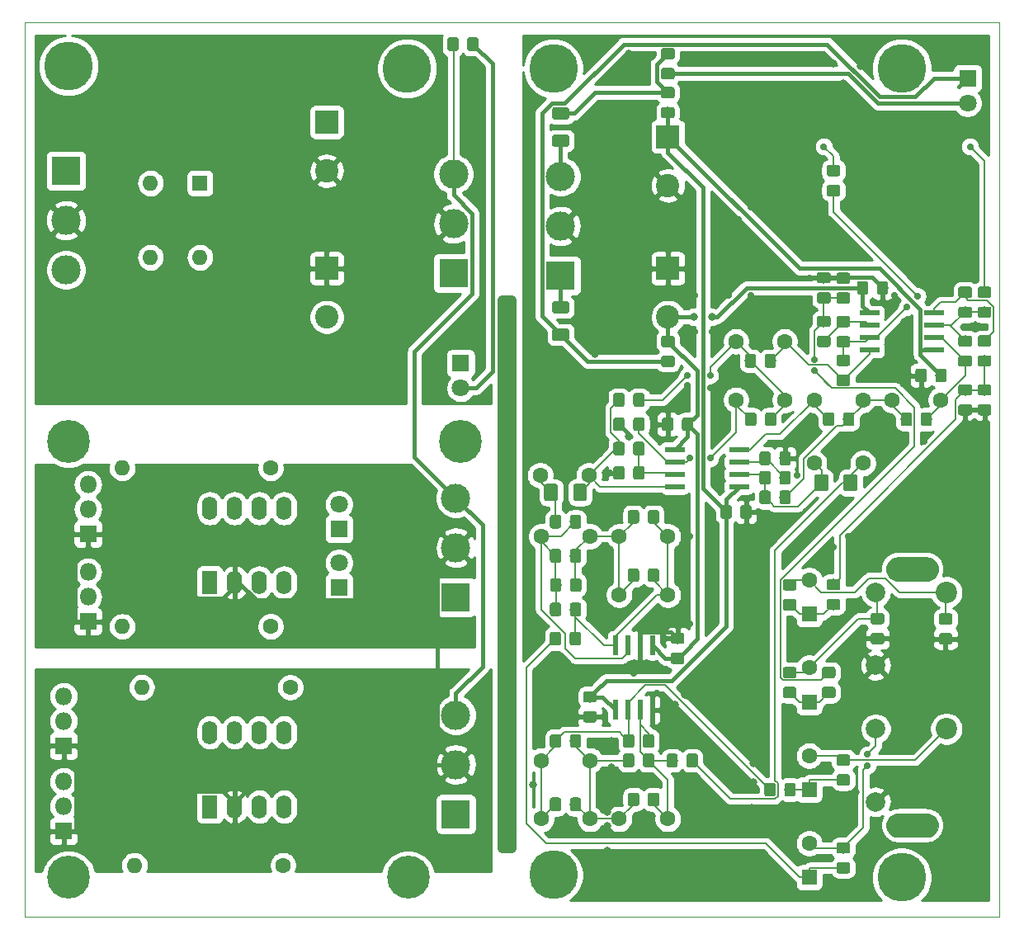
<source format=gbr>
%TF.GenerationSoftware,KiCad,Pcbnew,(5.1.0)-1*%
%TF.CreationDate,2019-10-03T23:56:52+02:00*%
%TF.ProjectId,KicadJE_RIAA,4b696361-644a-4455-9f52-4941412e6b69,rev?*%
%TF.SameCoordinates,Original*%
%TF.FileFunction,Copper,L2,Bot*%
%TF.FilePolarity,Positive*%
%FSLAX46Y46*%
G04 Gerber Fmt 4.6, Leading zero omitted, Abs format (unit mm)*
G04 Created by KiCad (PCBNEW (5.1.0)-1) date 2019-10-03 23:56:52*
%MOMM*%
%LPD*%
G04 APERTURE LIST*
%ADD10C,1.000000*%
%ADD11C,0.050000*%
%ADD12C,0.002000*%
%ADD13C,4.400000*%
%ADD14C,0.700000*%
%ADD15R,0.550000X2.000000*%
%ADD16C,5.000000*%
%ADD17C,0.800000*%
%ADD18C,1.600000*%
%ADD19C,0.150000*%
%ADD20C,1.150000*%
%ADD21C,1.425000*%
%ADD22C,1.800000*%
%ADD23R,1.800000X1.800000*%
%ADD24C,2.200000*%
%ADD25C,2.000000*%
%ADD26O,4.800000X2.400000*%
%ADD27R,2.000000X0.550000*%
%ADD28R,1.600000X1.600000*%
%ADD29C,2.400000*%
%ADD30R,2.400000X2.400000*%
%ADD31C,1.250000*%
%ADD32R,3.000000X3.000000*%
%ADD33C,3.000000*%
%ADD34O,1.600000X1.600000*%
%ADD35O,1.800000X1.800000*%
%ADD36R,1.600000X2.400000*%
%ADD37O,1.600000X2.400000*%
%ADD38C,0.400000*%
%ADD39C,0.254000*%
G04 APERTURE END LIST*
D10*
X99000000Y-138500000D02*
X100000000Y-138500000D01*
X99000000Y-82250000D02*
X99000000Y-138500000D01*
X100000000Y-82250000D02*
X99000000Y-82250000D01*
X100000000Y-138500000D02*
X100000000Y-82250000D01*
D11*
X50000000Y-145500000D02*
X50000000Y-53750000D01*
X150000000Y-145500000D02*
X50000000Y-145500000D01*
X150000000Y-53750000D02*
X150000000Y-145500000D01*
X50000000Y-53750000D02*
X150000000Y-53750000D01*
D12*
G36*
X142525000Y-137349000D02*
G01*
X142713000Y-137334000D01*
X142896000Y-137290000D01*
X143069000Y-137218000D01*
X143230000Y-137120000D01*
X143373000Y-136998000D01*
X143495000Y-136855000D01*
X143593000Y-136694000D01*
X143665000Y-136521000D01*
X143709000Y-136338000D01*
X143724000Y-136150000D01*
X143709000Y-135962000D01*
X143665000Y-135779000D01*
X143593000Y-135606000D01*
X143495000Y-135445000D01*
X143373000Y-135302000D01*
X143230000Y-135180000D01*
X143069000Y-135082000D01*
X142896000Y-135010000D01*
X142713000Y-134966000D01*
X142525000Y-134951000D01*
X139625000Y-134951000D01*
X139437000Y-134966000D01*
X139254000Y-135010000D01*
X139081000Y-135082000D01*
X138920000Y-135180000D01*
X138777000Y-135302000D01*
X138655000Y-135445000D01*
X138557000Y-135606000D01*
X138485000Y-135779000D01*
X138441000Y-135962000D01*
X138426000Y-136150000D01*
X138441000Y-136338000D01*
X138485000Y-136521000D01*
X138557000Y-136694000D01*
X138655000Y-136855000D01*
X138777000Y-136998000D01*
X138920000Y-137120000D01*
X139081000Y-137218000D01*
X139254000Y-137290000D01*
X139437000Y-137334000D01*
X139625000Y-137349000D01*
X142525000Y-137349000D01*
G37*
X142525000Y-137349000D02*
X142713000Y-137334000D01*
X142896000Y-137290000D01*
X143069000Y-137218000D01*
X143230000Y-137120000D01*
X143373000Y-136998000D01*
X143495000Y-136855000D01*
X143593000Y-136694000D01*
X143665000Y-136521000D01*
X143709000Y-136338000D01*
X143724000Y-136150000D01*
X143709000Y-135962000D01*
X143665000Y-135779000D01*
X143593000Y-135606000D01*
X143495000Y-135445000D01*
X143373000Y-135302000D01*
X143230000Y-135180000D01*
X143069000Y-135082000D01*
X142896000Y-135010000D01*
X142713000Y-134966000D01*
X142525000Y-134951000D01*
X139625000Y-134951000D01*
X139437000Y-134966000D01*
X139254000Y-135010000D01*
X139081000Y-135082000D01*
X138920000Y-135180000D01*
X138777000Y-135302000D01*
X138655000Y-135445000D01*
X138557000Y-135606000D01*
X138485000Y-135779000D01*
X138441000Y-135962000D01*
X138426000Y-136150000D01*
X138441000Y-136338000D01*
X138485000Y-136521000D01*
X138557000Y-136694000D01*
X138655000Y-136855000D01*
X138777000Y-136998000D01*
X138920000Y-137120000D01*
X139081000Y-137218000D01*
X139254000Y-137290000D01*
X139437000Y-137334000D01*
X139625000Y-137349000D01*
X142525000Y-137349000D01*
G36*
X142525000Y-111049000D02*
G01*
X142713000Y-111034000D01*
X142896000Y-110990000D01*
X143069000Y-110918000D01*
X143230000Y-110820000D01*
X143373000Y-110698000D01*
X143495000Y-110555000D01*
X143593000Y-110394000D01*
X143665000Y-110221000D01*
X143709000Y-110038000D01*
X143724000Y-109850000D01*
X143709000Y-109662000D01*
X143665000Y-109479000D01*
X143593000Y-109306000D01*
X143495000Y-109145000D01*
X143373000Y-109002000D01*
X143230000Y-108880000D01*
X143069000Y-108782000D01*
X142896000Y-108710000D01*
X142713000Y-108666000D01*
X142525000Y-108651000D01*
X139625000Y-108651000D01*
X139437000Y-108666000D01*
X139254000Y-108710000D01*
X139081000Y-108782000D01*
X138920000Y-108880000D01*
X138777000Y-109002000D01*
X138655000Y-109145000D01*
X138557000Y-109306000D01*
X138485000Y-109479000D01*
X138441000Y-109662000D01*
X138426000Y-109850000D01*
X138441000Y-110038000D01*
X138485000Y-110221000D01*
X138557000Y-110394000D01*
X138655000Y-110555000D01*
X138777000Y-110698000D01*
X138920000Y-110820000D01*
X139081000Y-110918000D01*
X139254000Y-110990000D01*
X139437000Y-111034000D01*
X139625000Y-111049000D01*
X142525000Y-111049000D01*
G37*
X142525000Y-111049000D02*
X142713000Y-111034000D01*
X142896000Y-110990000D01*
X143069000Y-110918000D01*
X143230000Y-110820000D01*
X143373000Y-110698000D01*
X143495000Y-110555000D01*
X143593000Y-110394000D01*
X143665000Y-110221000D01*
X143709000Y-110038000D01*
X143724000Y-109850000D01*
X143709000Y-109662000D01*
X143665000Y-109479000D01*
X143593000Y-109306000D01*
X143495000Y-109145000D01*
X143373000Y-109002000D01*
X143230000Y-108880000D01*
X143069000Y-108782000D01*
X142896000Y-108710000D01*
X142713000Y-108666000D01*
X142525000Y-108651000D01*
X139625000Y-108651000D01*
X139437000Y-108666000D01*
X139254000Y-108710000D01*
X139081000Y-108782000D01*
X138920000Y-108880000D01*
X138777000Y-109002000D01*
X138655000Y-109145000D01*
X138557000Y-109306000D01*
X138485000Y-109479000D01*
X138441000Y-109662000D01*
X138426000Y-109850000D01*
X138441000Y-110038000D01*
X138485000Y-110221000D01*
X138557000Y-110394000D01*
X138655000Y-110555000D01*
X138777000Y-110698000D01*
X138920000Y-110820000D01*
X139081000Y-110918000D01*
X139254000Y-110990000D01*
X139437000Y-111034000D01*
X139625000Y-111049000D01*
X142525000Y-111049000D01*
D13*
X94750000Y-96750000D03*
D14*
X96400000Y-96750000D03*
X95916726Y-97916726D03*
X94750000Y-98400000D03*
X93583274Y-97916726D03*
X93100000Y-96750000D03*
X93583274Y-95583274D03*
X94750000Y-95100000D03*
X95916726Y-95583274D03*
X55666726Y-95583274D03*
X54500000Y-95100000D03*
X53333274Y-95583274D03*
X52850000Y-96750000D03*
X53333274Y-97916726D03*
X54500000Y-98400000D03*
X55666726Y-97916726D03*
X56150000Y-96750000D03*
D13*
X54500000Y-96750000D03*
D15*
X110595000Y-117700000D03*
X111865000Y-117700000D03*
X113135000Y-117700000D03*
X114405000Y-117700000D03*
X114405000Y-124300000D03*
X113135000Y-124300000D03*
X111865000Y-124300000D03*
X110595000Y-124300000D03*
D16*
X140000000Y-141500000D03*
D17*
X141875000Y-141500000D03*
X141325825Y-142825825D03*
X140000000Y-143375000D03*
X138674175Y-142825825D03*
X138125000Y-141500000D03*
X138674175Y-140174175D03*
X140000000Y-139625000D03*
X141325825Y-140174175D03*
X105575825Y-139924175D03*
X104250000Y-139375000D03*
X102924175Y-139924175D03*
X102375000Y-141250000D03*
X102924175Y-142575825D03*
X104250000Y-143125000D03*
X105575825Y-142575825D03*
X106125000Y-141250000D03*
D16*
X104250000Y-141250000D03*
D17*
X141325825Y-57174175D03*
X140000000Y-56625000D03*
X138674175Y-57174175D03*
X138125000Y-58500000D03*
X138674175Y-59825825D03*
X140000000Y-60375000D03*
X141325825Y-59825825D03*
X141875000Y-58500000D03*
D16*
X140000000Y-58500000D03*
X104250000Y-58500000D03*
D17*
X106125000Y-58500000D03*
X105575825Y-59825825D03*
X104250000Y-60375000D03*
X102924175Y-59825825D03*
X102375000Y-58500000D03*
X102924175Y-57174175D03*
X104250000Y-56625000D03*
X105575825Y-57174175D03*
D18*
X111000000Y-106500000D03*
X116000000Y-106500000D03*
D19*
G36*
X112824505Y-103801204D02*
G01*
X112848773Y-103804804D01*
X112872572Y-103810765D01*
X112895671Y-103819030D01*
X112917850Y-103829520D01*
X112938893Y-103842132D01*
X112958599Y-103856747D01*
X112976777Y-103873223D01*
X112993253Y-103891401D01*
X113007868Y-103911107D01*
X113020480Y-103932150D01*
X113030970Y-103954329D01*
X113039235Y-103977428D01*
X113045196Y-104001227D01*
X113048796Y-104025495D01*
X113050000Y-104049999D01*
X113050000Y-104950001D01*
X113048796Y-104974505D01*
X113045196Y-104998773D01*
X113039235Y-105022572D01*
X113030970Y-105045671D01*
X113020480Y-105067850D01*
X113007868Y-105088893D01*
X112993253Y-105108599D01*
X112976777Y-105126777D01*
X112958599Y-105143253D01*
X112938893Y-105157868D01*
X112917850Y-105170480D01*
X112895671Y-105180970D01*
X112872572Y-105189235D01*
X112848773Y-105195196D01*
X112824505Y-105198796D01*
X112800001Y-105200000D01*
X112149999Y-105200000D01*
X112125495Y-105198796D01*
X112101227Y-105195196D01*
X112077428Y-105189235D01*
X112054329Y-105180970D01*
X112032150Y-105170480D01*
X112011107Y-105157868D01*
X111991401Y-105143253D01*
X111973223Y-105126777D01*
X111956747Y-105108599D01*
X111942132Y-105088893D01*
X111929520Y-105067850D01*
X111919030Y-105045671D01*
X111910765Y-105022572D01*
X111904804Y-104998773D01*
X111901204Y-104974505D01*
X111900000Y-104950001D01*
X111900000Y-104049999D01*
X111901204Y-104025495D01*
X111904804Y-104001227D01*
X111910765Y-103977428D01*
X111919030Y-103954329D01*
X111929520Y-103932150D01*
X111942132Y-103911107D01*
X111956747Y-103891401D01*
X111973223Y-103873223D01*
X111991401Y-103856747D01*
X112011107Y-103842132D01*
X112032150Y-103829520D01*
X112054329Y-103819030D01*
X112077428Y-103810765D01*
X112101227Y-103804804D01*
X112125495Y-103801204D01*
X112149999Y-103800000D01*
X112800001Y-103800000D01*
X112824505Y-103801204D01*
X112824505Y-103801204D01*
G37*
D20*
X112475000Y-104500000D03*
D19*
G36*
X114874505Y-103801204D02*
G01*
X114898773Y-103804804D01*
X114922572Y-103810765D01*
X114945671Y-103819030D01*
X114967850Y-103829520D01*
X114988893Y-103842132D01*
X115008599Y-103856747D01*
X115026777Y-103873223D01*
X115043253Y-103891401D01*
X115057868Y-103911107D01*
X115070480Y-103932150D01*
X115080970Y-103954329D01*
X115089235Y-103977428D01*
X115095196Y-104001227D01*
X115098796Y-104025495D01*
X115100000Y-104049999D01*
X115100000Y-104950001D01*
X115098796Y-104974505D01*
X115095196Y-104998773D01*
X115089235Y-105022572D01*
X115080970Y-105045671D01*
X115070480Y-105067850D01*
X115057868Y-105088893D01*
X115043253Y-105108599D01*
X115026777Y-105126777D01*
X115008599Y-105143253D01*
X114988893Y-105157868D01*
X114967850Y-105170480D01*
X114945671Y-105180970D01*
X114922572Y-105189235D01*
X114898773Y-105195196D01*
X114874505Y-105198796D01*
X114850001Y-105200000D01*
X114199999Y-105200000D01*
X114175495Y-105198796D01*
X114151227Y-105195196D01*
X114127428Y-105189235D01*
X114104329Y-105180970D01*
X114082150Y-105170480D01*
X114061107Y-105157868D01*
X114041401Y-105143253D01*
X114023223Y-105126777D01*
X114006747Y-105108599D01*
X113992132Y-105088893D01*
X113979520Y-105067850D01*
X113969030Y-105045671D01*
X113960765Y-105022572D01*
X113954804Y-104998773D01*
X113951204Y-104974505D01*
X113950000Y-104950001D01*
X113950000Y-104049999D01*
X113951204Y-104025495D01*
X113954804Y-104001227D01*
X113960765Y-103977428D01*
X113969030Y-103954329D01*
X113979520Y-103932150D01*
X113992132Y-103911107D01*
X114006747Y-103891401D01*
X114023223Y-103873223D01*
X114041401Y-103856747D01*
X114061107Y-103842132D01*
X114082150Y-103829520D01*
X114104329Y-103819030D01*
X114127428Y-103810765D01*
X114151227Y-103804804D01*
X114175495Y-103801204D01*
X114199999Y-103800000D01*
X114850001Y-103800000D01*
X114874505Y-103801204D01*
X114874505Y-103801204D01*
G37*
D20*
X114525000Y-104500000D03*
D18*
X108000000Y-106500000D03*
X103000000Y-106500000D03*
X111000000Y-112500000D03*
X116000000Y-112500000D03*
D19*
G36*
X134474505Y-83901204D02*
G01*
X134498773Y-83904804D01*
X134522572Y-83910765D01*
X134545671Y-83919030D01*
X134567850Y-83929520D01*
X134588893Y-83942132D01*
X134608599Y-83956747D01*
X134626777Y-83973223D01*
X134643253Y-83991401D01*
X134657868Y-84011107D01*
X134670480Y-84032150D01*
X134680970Y-84054329D01*
X134689235Y-84077428D01*
X134695196Y-84101227D01*
X134698796Y-84125495D01*
X134700000Y-84149999D01*
X134700000Y-84800001D01*
X134698796Y-84824505D01*
X134695196Y-84848773D01*
X134689235Y-84872572D01*
X134680970Y-84895671D01*
X134670480Y-84917850D01*
X134657868Y-84938893D01*
X134643253Y-84958599D01*
X134626777Y-84976777D01*
X134608599Y-84993253D01*
X134588893Y-85007868D01*
X134567850Y-85020480D01*
X134545671Y-85030970D01*
X134522572Y-85039235D01*
X134498773Y-85045196D01*
X134474505Y-85048796D01*
X134450001Y-85050000D01*
X133549999Y-85050000D01*
X133525495Y-85048796D01*
X133501227Y-85045196D01*
X133477428Y-85039235D01*
X133454329Y-85030970D01*
X133432150Y-85020480D01*
X133411107Y-85007868D01*
X133391401Y-84993253D01*
X133373223Y-84976777D01*
X133356747Y-84958599D01*
X133342132Y-84938893D01*
X133329520Y-84917850D01*
X133319030Y-84895671D01*
X133310765Y-84872572D01*
X133304804Y-84848773D01*
X133301204Y-84824505D01*
X133300000Y-84800001D01*
X133300000Y-84149999D01*
X133301204Y-84125495D01*
X133304804Y-84101227D01*
X133310765Y-84077428D01*
X133319030Y-84054329D01*
X133329520Y-84032150D01*
X133342132Y-84011107D01*
X133356747Y-83991401D01*
X133373223Y-83973223D01*
X133391401Y-83956747D01*
X133411107Y-83942132D01*
X133432150Y-83929520D01*
X133454329Y-83919030D01*
X133477428Y-83910765D01*
X133501227Y-83904804D01*
X133525495Y-83901204D01*
X133549999Y-83900000D01*
X134450001Y-83900000D01*
X134474505Y-83901204D01*
X134474505Y-83901204D01*
G37*
D20*
X134000000Y-84475000D03*
D19*
G36*
X134474505Y-85951204D02*
G01*
X134498773Y-85954804D01*
X134522572Y-85960765D01*
X134545671Y-85969030D01*
X134567850Y-85979520D01*
X134588893Y-85992132D01*
X134608599Y-86006747D01*
X134626777Y-86023223D01*
X134643253Y-86041401D01*
X134657868Y-86061107D01*
X134670480Y-86082150D01*
X134680970Y-86104329D01*
X134689235Y-86127428D01*
X134695196Y-86151227D01*
X134698796Y-86175495D01*
X134700000Y-86199999D01*
X134700000Y-86850001D01*
X134698796Y-86874505D01*
X134695196Y-86898773D01*
X134689235Y-86922572D01*
X134680970Y-86945671D01*
X134670480Y-86967850D01*
X134657868Y-86988893D01*
X134643253Y-87008599D01*
X134626777Y-87026777D01*
X134608599Y-87043253D01*
X134588893Y-87057868D01*
X134567850Y-87070480D01*
X134545671Y-87080970D01*
X134522572Y-87089235D01*
X134498773Y-87095196D01*
X134474505Y-87098796D01*
X134450001Y-87100000D01*
X133549999Y-87100000D01*
X133525495Y-87098796D01*
X133501227Y-87095196D01*
X133477428Y-87089235D01*
X133454329Y-87080970D01*
X133432150Y-87070480D01*
X133411107Y-87057868D01*
X133391401Y-87043253D01*
X133373223Y-87026777D01*
X133356747Y-87008599D01*
X133342132Y-86988893D01*
X133329520Y-86967850D01*
X133319030Y-86945671D01*
X133310765Y-86922572D01*
X133304804Y-86898773D01*
X133301204Y-86874505D01*
X133300000Y-86850001D01*
X133300000Y-86199999D01*
X133301204Y-86175495D01*
X133304804Y-86151227D01*
X133310765Y-86127428D01*
X133319030Y-86104329D01*
X133329520Y-86082150D01*
X133342132Y-86061107D01*
X133356747Y-86041401D01*
X133373223Y-86023223D01*
X133391401Y-86006747D01*
X133411107Y-85992132D01*
X133432150Y-85979520D01*
X133454329Y-85969030D01*
X133477428Y-85960765D01*
X133501227Y-85954804D01*
X133525495Y-85951204D01*
X133549999Y-85950000D01*
X134450001Y-85950000D01*
X134474505Y-85951204D01*
X134474505Y-85951204D01*
G37*
D20*
X134000000Y-86525000D03*
D19*
G36*
X106874505Y-107801204D02*
G01*
X106898773Y-107804804D01*
X106922572Y-107810765D01*
X106945671Y-107819030D01*
X106967850Y-107829520D01*
X106988893Y-107842132D01*
X107008599Y-107856747D01*
X107026777Y-107873223D01*
X107043253Y-107891401D01*
X107057868Y-107911107D01*
X107070480Y-107932150D01*
X107080970Y-107954329D01*
X107089235Y-107977428D01*
X107095196Y-108001227D01*
X107098796Y-108025495D01*
X107100000Y-108049999D01*
X107100000Y-108950001D01*
X107098796Y-108974505D01*
X107095196Y-108998773D01*
X107089235Y-109022572D01*
X107080970Y-109045671D01*
X107070480Y-109067850D01*
X107057868Y-109088893D01*
X107043253Y-109108599D01*
X107026777Y-109126777D01*
X107008599Y-109143253D01*
X106988893Y-109157868D01*
X106967850Y-109170480D01*
X106945671Y-109180970D01*
X106922572Y-109189235D01*
X106898773Y-109195196D01*
X106874505Y-109198796D01*
X106850001Y-109200000D01*
X106199999Y-109200000D01*
X106175495Y-109198796D01*
X106151227Y-109195196D01*
X106127428Y-109189235D01*
X106104329Y-109180970D01*
X106082150Y-109170480D01*
X106061107Y-109157868D01*
X106041401Y-109143253D01*
X106023223Y-109126777D01*
X106006747Y-109108599D01*
X105992132Y-109088893D01*
X105979520Y-109067850D01*
X105969030Y-109045671D01*
X105960765Y-109022572D01*
X105954804Y-108998773D01*
X105951204Y-108974505D01*
X105950000Y-108950001D01*
X105950000Y-108049999D01*
X105951204Y-108025495D01*
X105954804Y-108001227D01*
X105960765Y-107977428D01*
X105969030Y-107954329D01*
X105979520Y-107932150D01*
X105992132Y-107911107D01*
X106006747Y-107891401D01*
X106023223Y-107873223D01*
X106041401Y-107856747D01*
X106061107Y-107842132D01*
X106082150Y-107829520D01*
X106104329Y-107819030D01*
X106127428Y-107810765D01*
X106151227Y-107804804D01*
X106175495Y-107801204D01*
X106199999Y-107800000D01*
X106850001Y-107800000D01*
X106874505Y-107801204D01*
X106874505Y-107801204D01*
G37*
D20*
X106525000Y-108500000D03*
D19*
G36*
X104824505Y-107801204D02*
G01*
X104848773Y-107804804D01*
X104872572Y-107810765D01*
X104895671Y-107819030D01*
X104917850Y-107829520D01*
X104938893Y-107842132D01*
X104958599Y-107856747D01*
X104976777Y-107873223D01*
X104993253Y-107891401D01*
X105007868Y-107911107D01*
X105020480Y-107932150D01*
X105030970Y-107954329D01*
X105039235Y-107977428D01*
X105045196Y-108001227D01*
X105048796Y-108025495D01*
X105050000Y-108049999D01*
X105050000Y-108950001D01*
X105048796Y-108974505D01*
X105045196Y-108998773D01*
X105039235Y-109022572D01*
X105030970Y-109045671D01*
X105020480Y-109067850D01*
X105007868Y-109088893D01*
X104993253Y-109108599D01*
X104976777Y-109126777D01*
X104958599Y-109143253D01*
X104938893Y-109157868D01*
X104917850Y-109170480D01*
X104895671Y-109180970D01*
X104872572Y-109189235D01*
X104848773Y-109195196D01*
X104824505Y-109198796D01*
X104800001Y-109200000D01*
X104149999Y-109200000D01*
X104125495Y-109198796D01*
X104101227Y-109195196D01*
X104077428Y-109189235D01*
X104054329Y-109180970D01*
X104032150Y-109170480D01*
X104011107Y-109157868D01*
X103991401Y-109143253D01*
X103973223Y-109126777D01*
X103956747Y-109108599D01*
X103942132Y-109088893D01*
X103929520Y-109067850D01*
X103919030Y-109045671D01*
X103910765Y-109022572D01*
X103904804Y-108998773D01*
X103901204Y-108974505D01*
X103900000Y-108950001D01*
X103900000Y-108049999D01*
X103901204Y-108025495D01*
X103904804Y-108001227D01*
X103910765Y-107977428D01*
X103919030Y-107954329D01*
X103929520Y-107932150D01*
X103942132Y-107911107D01*
X103956747Y-107891401D01*
X103973223Y-107873223D01*
X103991401Y-107856747D01*
X104011107Y-107842132D01*
X104032150Y-107829520D01*
X104054329Y-107819030D01*
X104077428Y-107810765D01*
X104101227Y-107804804D01*
X104125495Y-107801204D01*
X104149999Y-107800000D01*
X104800001Y-107800000D01*
X104824505Y-107801204D01*
X104824505Y-107801204D01*
G37*
D20*
X104475000Y-108500000D03*
D19*
G36*
X114874505Y-109801204D02*
G01*
X114898773Y-109804804D01*
X114922572Y-109810765D01*
X114945671Y-109819030D01*
X114967850Y-109829520D01*
X114988893Y-109842132D01*
X115008599Y-109856747D01*
X115026777Y-109873223D01*
X115043253Y-109891401D01*
X115057868Y-109911107D01*
X115070480Y-109932150D01*
X115080970Y-109954329D01*
X115089235Y-109977428D01*
X115095196Y-110001227D01*
X115098796Y-110025495D01*
X115100000Y-110049999D01*
X115100000Y-110950001D01*
X115098796Y-110974505D01*
X115095196Y-110998773D01*
X115089235Y-111022572D01*
X115080970Y-111045671D01*
X115070480Y-111067850D01*
X115057868Y-111088893D01*
X115043253Y-111108599D01*
X115026777Y-111126777D01*
X115008599Y-111143253D01*
X114988893Y-111157868D01*
X114967850Y-111170480D01*
X114945671Y-111180970D01*
X114922572Y-111189235D01*
X114898773Y-111195196D01*
X114874505Y-111198796D01*
X114850001Y-111200000D01*
X114199999Y-111200000D01*
X114175495Y-111198796D01*
X114151227Y-111195196D01*
X114127428Y-111189235D01*
X114104329Y-111180970D01*
X114082150Y-111170480D01*
X114061107Y-111157868D01*
X114041401Y-111143253D01*
X114023223Y-111126777D01*
X114006747Y-111108599D01*
X113992132Y-111088893D01*
X113979520Y-111067850D01*
X113969030Y-111045671D01*
X113960765Y-111022572D01*
X113954804Y-110998773D01*
X113951204Y-110974505D01*
X113950000Y-110950001D01*
X113950000Y-110049999D01*
X113951204Y-110025495D01*
X113954804Y-110001227D01*
X113960765Y-109977428D01*
X113969030Y-109954329D01*
X113979520Y-109932150D01*
X113992132Y-109911107D01*
X114006747Y-109891401D01*
X114023223Y-109873223D01*
X114041401Y-109856747D01*
X114061107Y-109842132D01*
X114082150Y-109829520D01*
X114104329Y-109819030D01*
X114127428Y-109810765D01*
X114151227Y-109804804D01*
X114175495Y-109801204D01*
X114199999Y-109800000D01*
X114850001Y-109800000D01*
X114874505Y-109801204D01*
X114874505Y-109801204D01*
G37*
D20*
X114525000Y-110500000D03*
D19*
G36*
X112824505Y-109801204D02*
G01*
X112848773Y-109804804D01*
X112872572Y-109810765D01*
X112895671Y-109819030D01*
X112917850Y-109829520D01*
X112938893Y-109842132D01*
X112958599Y-109856747D01*
X112976777Y-109873223D01*
X112993253Y-109891401D01*
X113007868Y-109911107D01*
X113020480Y-109932150D01*
X113030970Y-109954329D01*
X113039235Y-109977428D01*
X113045196Y-110001227D01*
X113048796Y-110025495D01*
X113050000Y-110049999D01*
X113050000Y-110950001D01*
X113048796Y-110974505D01*
X113045196Y-110998773D01*
X113039235Y-111022572D01*
X113030970Y-111045671D01*
X113020480Y-111067850D01*
X113007868Y-111088893D01*
X112993253Y-111108599D01*
X112976777Y-111126777D01*
X112958599Y-111143253D01*
X112938893Y-111157868D01*
X112917850Y-111170480D01*
X112895671Y-111180970D01*
X112872572Y-111189235D01*
X112848773Y-111195196D01*
X112824505Y-111198796D01*
X112800001Y-111200000D01*
X112149999Y-111200000D01*
X112125495Y-111198796D01*
X112101227Y-111195196D01*
X112077428Y-111189235D01*
X112054329Y-111180970D01*
X112032150Y-111170480D01*
X112011107Y-111157868D01*
X111991401Y-111143253D01*
X111973223Y-111126777D01*
X111956747Y-111108599D01*
X111942132Y-111088893D01*
X111929520Y-111067850D01*
X111919030Y-111045671D01*
X111910765Y-111022572D01*
X111904804Y-110998773D01*
X111901204Y-110974505D01*
X111900000Y-110950001D01*
X111900000Y-110049999D01*
X111901204Y-110025495D01*
X111904804Y-110001227D01*
X111910765Y-109977428D01*
X111919030Y-109954329D01*
X111929520Y-109932150D01*
X111942132Y-109911107D01*
X111956747Y-109891401D01*
X111973223Y-109873223D01*
X111991401Y-109856747D01*
X112011107Y-109842132D01*
X112032150Y-109829520D01*
X112054329Y-109819030D01*
X112077428Y-109810765D01*
X112101227Y-109804804D01*
X112125495Y-109801204D01*
X112149999Y-109800000D01*
X112800001Y-109800000D01*
X112824505Y-109801204D01*
X112824505Y-109801204D01*
G37*
D20*
X112475000Y-110500000D03*
D18*
X107893182Y-100250000D03*
X102893182Y-100250000D03*
D19*
G36*
X134474505Y-81476204D02*
G01*
X134498773Y-81479804D01*
X134522572Y-81485765D01*
X134545671Y-81494030D01*
X134567850Y-81504520D01*
X134588893Y-81517132D01*
X134608599Y-81531747D01*
X134626777Y-81548223D01*
X134643253Y-81566401D01*
X134657868Y-81586107D01*
X134670480Y-81607150D01*
X134680970Y-81629329D01*
X134689235Y-81652428D01*
X134695196Y-81676227D01*
X134698796Y-81700495D01*
X134700000Y-81724999D01*
X134700000Y-82375001D01*
X134698796Y-82399505D01*
X134695196Y-82423773D01*
X134689235Y-82447572D01*
X134680970Y-82470671D01*
X134670480Y-82492850D01*
X134657868Y-82513893D01*
X134643253Y-82533599D01*
X134626777Y-82551777D01*
X134608599Y-82568253D01*
X134588893Y-82582868D01*
X134567850Y-82595480D01*
X134545671Y-82605970D01*
X134522572Y-82614235D01*
X134498773Y-82620196D01*
X134474505Y-82623796D01*
X134450001Y-82625000D01*
X133549999Y-82625000D01*
X133525495Y-82623796D01*
X133501227Y-82620196D01*
X133477428Y-82614235D01*
X133454329Y-82605970D01*
X133432150Y-82595480D01*
X133411107Y-82582868D01*
X133391401Y-82568253D01*
X133373223Y-82551777D01*
X133356747Y-82533599D01*
X133342132Y-82513893D01*
X133329520Y-82492850D01*
X133319030Y-82470671D01*
X133310765Y-82447572D01*
X133304804Y-82423773D01*
X133301204Y-82399505D01*
X133300000Y-82375001D01*
X133300000Y-81724999D01*
X133301204Y-81700495D01*
X133304804Y-81676227D01*
X133310765Y-81652428D01*
X133319030Y-81629329D01*
X133329520Y-81607150D01*
X133342132Y-81586107D01*
X133356747Y-81566401D01*
X133373223Y-81548223D01*
X133391401Y-81531747D01*
X133411107Y-81517132D01*
X133432150Y-81504520D01*
X133454329Y-81494030D01*
X133477428Y-81485765D01*
X133501227Y-81479804D01*
X133525495Y-81476204D01*
X133549999Y-81475000D01*
X134450001Y-81475000D01*
X134474505Y-81476204D01*
X134474505Y-81476204D01*
G37*
D20*
X134000000Y-82050000D03*
D19*
G36*
X134474505Y-79426204D02*
G01*
X134498773Y-79429804D01*
X134522572Y-79435765D01*
X134545671Y-79444030D01*
X134567850Y-79454520D01*
X134588893Y-79467132D01*
X134608599Y-79481747D01*
X134626777Y-79498223D01*
X134643253Y-79516401D01*
X134657868Y-79536107D01*
X134670480Y-79557150D01*
X134680970Y-79579329D01*
X134689235Y-79602428D01*
X134695196Y-79626227D01*
X134698796Y-79650495D01*
X134700000Y-79674999D01*
X134700000Y-80325001D01*
X134698796Y-80349505D01*
X134695196Y-80373773D01*
X134689235Y-80397572D01*
X134680970Y-80420671D01*
X134670480Y-80442850D01*
X134657868Y-80463893D01*
X134643253Y-80483599D01*
X134626777Y-80501777D01*
X134608599Y-80518253D01*
X134588893Y-80532868D01*
X134567850Y-80545480D01*
X134545671Y-80555970D01*
X134522572Y-80564235D01*
X134498773Y-80570196D01*
X134474505Y-80573796D01*
X134450001Y-80575000D01*
X133549999Y-80575000D01*
X133525495Y-80573796D01*
X133501227Y-80570196D01*
X133477428Y-80564235D01*
X133454329Y-80555970D01*
X133432150Y-80545480D01*
X133411107Y-80532868D01*
X133391401Y-80518253D01*
X133373223Y-80501777D01*
X133356747Y-80483599D01*
X133342132Y-80463893D01*
X133329520Y-80442850D01*
X133319030Y-80420671D01*
X133310765Y-80397572D01*
X133304804Y-80373773D01*
X133301204Y-80349505D01*
X133300000Y-80325001D01*
X133300000Y-79674999D01*
X133301204Y-79650495D01*
X133304804Y-79626227D01*
X133310765Y-79602428D01*
X133319030Y-79579329D01*
X133329520Y-79557150D01*
X133342132Y-79536107D01*
X133356747Y-79516401D01*
X133373223Y-79498223D01*
X133391401Y-79481747D01*
X133411107Y-79467132D01*
X133432150Y-79454520D01*
X133454329Y-79444030D01*
X133477428Y-79435765D01*
X133501227Y-79429804D01*
X133525495Y-79426204D01*
X133549999Y-79425000D01*
X134450001Y-79425000D01*
X134474505Y-79426204D01*
X134474505Y-79426204D01*
G37*
D20*
X134000000Y-80000000D03*
D19*
G36*
X104499504Y-101126204D02*
G01*
X104523773Y-101129804D01*
X104547571Y-101135765D01*
X104570671Y-101144030D01*
X104592849Y-101154520D01*
X104613893Y-101167133D01*
X104633598Y-101181747D01*
X104651777Y-101198223D01*
X104668253Y-101216402D01*
X104682867Y-101236107D01*
X104695480Y-101257151D01*
X104705970Y-101279329D01*
X104714235Y-101302429D01*
X104720196Y-101326227D01*
X104723796Y-101350496D01*
X104725000Y-101375000D01*
X104725000Y-102625000D01*
X104723796Y-102649504D01*
X104720196Y-102673773D01*
X104714235Y-102697571D01*
X104705970Y-102720671D01*
X104695480Y-102742849D01*
X104682867Y-102763893D01*
X104668253Y-102783598D01*
X104651777Y-102801777D01*
X104633598Y-102818253D01*
X104613893Y-102832867D01*
X104592849Y-102845480D01*
X104570671Y-102855970D01*
X104547571Y-102864235D01*
X104523773Y-102870196D01*
X104499504Y-102873796D01*
X104475000Y-102875000D01*
X103550000Y-102875000D01*
X103525496Y-102873796D01*
X103501227Y-102870196D01*
X103477429Y-102864235D01*
X103454329Y-102855970D01*
X103432151Y-102845480D01*
X103411107Y-102832867D01*
X103391402Y-102818253D01*
X103373223Y-102801777D01*
X103356747Y-102783598D01*
X103342133Y-102763893D01*
X103329520Y-102742849D01*
X103319030Y-102720671D01*
X103310765Y-102697571D01*
X103304804Y-102673773D01*
X103301204Y-102649504D01*
X103300000Y-102625000D01*
X103300000Y-101375000D01*
X103301204Y-101350496D01*
X103304804Y-101326227D01*
X103310765Y-101302429D01*
X103319030Y-101279329D01*
X103329520Y-101257151D01*
X103342133Y-101236107D01*
X103356747Y-101216402D01*
X103373223Y-101198223D01*
X103391402Y-101181747D01*
X103411107Y-101167133D01*
X103432151Y-101154520D01*
X103454329Y-101144030D01*
X103477429Y-101135765D01*
X103501227Y-101129804D01*
X103525496Y-101126204D01*
X103550000Y-101125000D01*
X104475000Y-101125000D01*
X104499504Y-101126204D01*
X104499504Y-101126204D01*
G37*
D21*
X104012500Y-102000000D03*
D19*
G36*
X107474504Y-101126204D02*
G01*
X107498773Y-101129804D01*
X107522571Y-101135765D01*
X107545671Y-101144030D01*
X107567849Y-101154520D01*
X107588893Y-101167133D01*
X107608598Y-101181747D01*
X107626777Y-101198223D01*
X107643253Y-101216402D01*
X107657867Y-101236107D01*
X107670480Y-101257151D01*
X107680970Y-101279329D01*
X107689235Y-101302429D01*
X107695196Y-101326227D01*
X107698796Y-101350496D01*
X107700000Y-101375000D01*
X107700000Y-102625000D01*
X107698796Y-102649504D01*
X107695196Y-102673773D01*
X107689235Y-102697571D01*
X107680970Y-102720671D01*
X107670480Y-102742849D01*
X107657867Y-102763893D01*
X107643253Y-102783598D01*
X107626777Y-102801777D01*
X107608598Y-102818253D01*
X107588893Y-102832867D01*
X107567849Y-102845480D01*
X107545671Y-102855970D01*
X107522571Y-102864235D01*
X107498773Y-102870196D01*
X107474504Y-102873796D01*
X107450000Y-102875000D01*
X106525000Y-102875000D01*
X106500496Y-102873796D01*
X106476227Y-102870196D01*
X106452429Y-102864235D01*
X106429329Y-102855970D01*
X106407151Y-102845480D01*
X106386107Y-102832867D01*
X106366402Y-102818253D01*
X106348223Y-102801777D01*
X106331747Y-102783598D01*
X106317133Y-102763893D01*
X106304520Y-102742849D01*
X106294030Y-102720671D01*
X106285765Y-102697571D01*
X106279804Y-102673773D01*
X106276204Y-102649504D01*
X106275000Y-102625000D01*
X106275000Y-101375000D01*
X106276204Y-101350496D01*
X106279804Y-101326227D01*
X106285765Y-101302429D01*
X106294030Y-101279329D01*
X106304520Y-101257151D01*
X106317133Y-101236107D01*
X106331747Y-101216402D01*
X106348223Y-101198223D01*
X106366402Y-101181747D01*
X106386107Y-101167133D01*
X106407151Y-101154520D01*
X106429329Y-101144030D01*
X106452429Y-101135765D01*
X106476227Y-101129804D01*
X106500496Y-101126204D01*
X106525000Y-101125000D01*
X107450000Y-101125000D01*
X107474504Y-101126204D01*
X107474504Y-101126204D01*
G37*
D21*
X106987500Y-102000000D03*
D19*
G36*
X126874505Y-87801204D02*
G01*
X126898773Y-87804804D01*
X126922572Y-87810765D01*
X126945671Y-87819030D01*
X126967850Y-87829520D01*
X126988893Y-87842132D01*
X127008599Y-87856747D01*
X127026777Y-87873223D01*
X127043253Y-87891401D01*
X127057868Y-87911107D01*
X127070480Y-87932150D01*
X127080970Y-87954329D01*
X127089235Y-87977428D01*
X127095196Y-88001227D01*
X127098796Y-88025495D01*
X127100000Y-88049999D01*
X127100000Y-88950001D01*
X127098796Y-88974505D01*
X127095196Y-88998773D01*
X127089235Y-89022572D01*
X127080970Y-89045671D01*
X127070480Y-89067850D01*
X127057868Y-89088893D01*
X127043253Y-89108599D01*
X127026777Y-89126777D01*
X127008599Y-89143253D01*
X126988893Y-89157868D01*
X126967850Y-89170480D01*
X126945671Y-89180970D01*
X126922572Y-89189235D01*
X126898773Y-89195196D01*
X126874505Y-89198796D01*
X126850001Y-89200000D01*
X126199999Y-89200000D01*
X126175495Y-89198796D01*
X126151227Y-89195196D01*
X126127428Y-89189235D01*
X126104329Y-89180970D01*
X126082150Y-89170480D01*
X126061107Y-89157868D01*
X126041401Y-89143253D01*
X126023223Y-89126777D01*
X126006747Y-89108599D01*
X125992132Y-89088893D01*
X125979520Y-89067850D01*
X125969030Y-89045671D01*
X125960765Y-89022572D01*
X125954804Y-88998773D01*
X125951204Y-88974505D01*
X125950000Y-88950001D01*
X125950000Y-88049999D01*
X125951204Y-88025495D01*
X125954804Y-88001227D01*
X125960765Y-87977428D01*
X125969030Y-87954329D01*
X125979520Y-87932150D01*
X125992132Y-87911107D01*
X126006747Y-87891401D01*
X126023223Y-87873223D01*
X126041401Y-87856747D01*
X126061107Y-87842132D01*
X126082150Y-87829520D01*
X126104329Y-87819030D01*
X126127428Y-87810765D01*
X126151227Y-87804804D01*
X126175495Y-87801204D01*
X126199999Y-87800000D01*
X126850001Y-87800000D01*
X126874505Y-87801204D01*
X126874505Y-87801204D01*
G37*
D20*
X126525000Y-88500000D03*
D19*
G36*
X124824505Y-87801204D02*
G01*
X124848773Y-87804804D01*
X124872572Y-87810765D01*
X124895671Y-87819030D01*
X124917850Y-87829520D01*
X124938893Y-87842132D01*
X124958599Y-87856747D01*
X124976777Y-87873223D01*
X124993253Y-87891401D01*
X125007868Y-87911107D01*
X125020480Y-87932150D01*
X125030970Y-87954329D01*
X125039235Y-87977428D01*
X125045196Y-88001227D01*
X125048796Y-88025495D01*
X125050000Y-88049999D01*
X125050000Y-88950001D01*
X125048796Y-88974505D01*
X125045196Y-88998773D01*
X125039235Y-89022572D01*
X125030970Y-89045671D01*
X125020480Y-89067850D01*
X125007868Y-89088893D01*
X124993253Y-89108599D01*
X124976777Y-89126777D01*
X124958599Y-89143253D01*
X124938893Y-89157868D01*
X124917850Y-89170480D01*
X124895671Y-89180970D01*
X124872572Y-89189235D01*
X124848773Y-89195196D01*
X124824505Y-89198796D01*
X124800001Y-89200000D01*
X124149999Y-89200000D01*
X124125495Y-89198796D01*
X124101227Y-89195196D01*
X124077428Y-89189235D01*
X124054329Y-89180970D01*
X124032150Y-89170480D01*
X124011107Y-89157868D01*
X123991401Y-89143253D01*
X123973223Y-89126777D01*
X123956747Y-89108599D01*
X123942132Y-89088893D01*
X123929520Y-89067850D01*
X123919030Y-89045671D01*
X123910765Y-89022572D01*
X123904804Y-88998773D01*
X123901204Y-88974505D01*
X123900000Y-88950001D01*
X123900000Y-88049999D01*
X123901204Y-88025495D01*
X123904804Y-88001227D01*
X123910765Y-87977428D01*
X123919030Y-87954329D01*
X123929520Y-87932150D01*
X123942132Y-87911107D01*
X123956747Y-87891401D01*
X123973223Y-87873223D01*
X123991401Y-87856747D01*
X124011107Y-87842132D01*
X124032150Y-87829520D01*
X124054329Y-87819030D01*
X124077428Y-87810765D01*
X124101227Y-87804804D01*
X124125495Y-87801204D01*
X124149999Y-87800000D01*
X124800001Y-87800000D01*
X124824505Y-87801204D01*
X124824505Y-87801204D01*
G37*
D20*
X124475000Y-88500000D03*
D19*
G36*
X124849505Y-93801204D02*
G01*
X124873773Y-93804804D01*
X124897572Y-93810765D01*
X124920671Y-93819030D01*
X124942850Y-93829520D01*
X124963893Y-93842132D01*
X124983599Y-93856747D01*
X125001777Y-93873223D01*
X125018253Y-93891401D01*
X125032868Y-93911107D01*
X125045480Y-93932150D01*
X125055970Y-93954329D01*
X125064235Y-93977428D01*
X125070196Y-94001227D01*
X125073796Y-94025495D01*
X125075000Y-94049999D01*
X125075000Y-94950001D01*
X125073796Y-94974505D01*
X125070196Y-94998773D01*
X125064235Y-95022572D01*
X125055970Y-95045671D01*
X125045480Y-95067850D01*
X125032868Y-95088893D01*
X125018253Y-95108599D01*
X125001777Y-95126777D01*
X124983599Y-95143253D01*
X124963893Y-95157868D01*
X124942850Y-95170480D01*
X124920671Y-95180970D01*
X124897572Y-95189235D01*
X124873773Y-95195196D01*
X124849505Y-95198796D01*
X124825001Y-95200000D01*
X124174999Y-95200000D01*
X124150495Y-95198796D01*
X124126227Y-95195196D01*
X124102428Y-95189235D01*
X124079329Y-95180970D01*
X124057150Y-95170480D01*
X124036107Y-95157868D01*
X124016401Y-95143253D01*
X123998223Y-95126777D01*
X123981747Y-95108599D01*
X123967132Y-95088893D01*
X123954520Y-95067850D01*
X123944030Y-95045671D01*
X123935765Y-95022572D01*
X123929804Y-94998773D01*
X123926204Y-94974505D01*
X123925000Y-94950001D01*
X123925000Y-94049999D01*
X123926204Y-94025495D01*
X123929804Y-94001227D01*
X123935765Y-93977428D01*
X123944030Y-93954329D01*
X123954520Y-93932150D01*
X123967132Y-93911107D01*
X123981747Y-93891401D01*
X123998223Y-93873223D01*
X124016401Y-93856747D01*
X124036107Y-93842132D01*
X124057150Y-93829520D01*
X124079329Y-93819030D01*
X124102428Y-93810765D01*
X124126227Y-93804804D01*
X124150495Y-93801204D01*
X124174999Y-93800000D01*
X124825001Y-93800000D01*
X124849505Y-93801204D01*
X124849505Y-93801204D01*
G37*
D20*
X124500000Y-94500000D03*
D19*
G36*
X126899505Y-93801204D02*
G01*
X126923773Y-93804804D01*
X126947572Y-93810765D01*
X126970671Y-93819030D01*
X126992850Y-93829520D01*
X127013893Y-93842132D01*
X127033599Y-93856747D01*
X127051777Y-93873223D01*
X127068253Y-93891401D01*
X127082868Y-93911107D01*
X127095480Y-93932150D01*
X127105970Y-93954329D01*
X127114235Y-93977428D01*
X127120196Y-94001227D01*
X127123796Y-94025495D01*
X127125000Y-94049999D01*
X127125000Y-94950001D01*
X127123796Y-94974505D01*
X127120196Y-94998773D01*
X127114235Y-95022572D01*
X127105970Y-95045671D01*
X127095480Y-95067850D01*
X127082868Y-95088893D01*
X127068253Y-95108599D01*
X127051777Y-95126777D01*
X127033599Y-95143253D01*
X127013893Y-95157868D01*
X126992850Y-95170480D01*
X126970671Y-95180970D01*
X126947572Y-95189235D01*
X126923773Y-95195196D01*
X126899505Y-95198796D01*
X126875001Y-95200000D01*
X126224999Y-95200000D01*
X126200495Y-95198796D01*
X126176227Y-95195196D01*
X126152428Y-95189235D01*
X126129329Y-95180970D01*
X126107150Y-95170480D01*
X126086107Y-95157868D01*
X126066401Y-95143253D01*
X126048223Y-95126777D01*
X126031747Y-95108599D01*
X126017132Y-95088893D01*
X126004520Y-95067850D01*
X125994030Y-95045671D01*
X125985765Y-95022572D01*
X125979804Y-94998773D01*
X125976204Y-94974505D01*
X125975000Y-94950001D01*
X125975000Y-94049999D01*
X125976204Y-94025495D01*
X125979804Y-94001227D01*
X125985765Y-93977428D01*
X125994030Y-93954329D01*
X126004520Y-93932150D01*
X126017132Y-93911107D01*
X126031747Y-93891401D01*
X126048223Y-93873223D01*
X126066401Y-93856747D01*
X126086107Y-93842132D01*
X126107150Y-93829520D01*
X126129329Y-93819030D01*
X126152428Y-93810765D01*
X126176227Y-93804804D01*
X126200495Y-93801204D01*
X126224999Y-93800000D01*
X126875001Y-93800000D01*
X126899505Y-93801204D01*
X126899505Y-93801204D01*
G37*
D20*
X126550000Y-94500000D03*
D18*
X123000000Y-86500000D03*
X128000000Y-86500000D03*
X128000000Y-92500000D03*
X123000000Y-92500000D03*
X103000000Y-129500000D03*
X108000000Y-129500000D03*
D19*
G36*
X146974505Y-82926204D02*
G01*
X146998773Y-82929804D01*
X147022572Y-82935765D01*
X147045671Y-82944030D01*
X147067850Y-82954520D01*
X147088893Y-82967132D01*
X147108599Y-82981747D01*
X147126777Y-82998223D01*
X147143253Y-83016401D01*
X147157868Y-83036107D01*
X147170480Y-83057150D01*
X147180970Y-83079329D01*
X147189235Y-83102428D01*
X147195196Y-83126227D01*
X147198796Y-83150495D01*
X147200000Y-83174999D01*
X147200000Y-83825001D01*
X147198796Y-83849505D01*
X147195196Y-83873773D01*
X147189235Y-83897572D01*
X147180970Y-83920671D01*
X147170480Y-83942850D01*
X147157868Y-83963893D01*
X147143253Y-83983599D01*
X147126777Y-84001777D01*
X147108599Y-84018253D01*
X147088893Y-84032868D01*
X147067850Y-84045480D01*
X147045671Y-84055970D01*
X147022572Y-84064235D01*
X146998773Y-84070196D01*
X146974505Y-84073796D01*
X146950001Y-84075000D01*
X146049999Y-84075000D01*
X146025495Y-84073796D01*
X146001227Y-84070196D01*
X145977428Y-84064235D01*
X145954329Y-84055970D01*
X145932150Y-84045480D01*
X145911107Y-84032868D01*
X145891401Y-84018253D01*
X145873223Y-84001777D01*
X145856747Y-83983599D01*
X145842132Y-83963893D01*
X145829520Y-83942850D01*
X145819030Y-83920671D01*
X145810765Y-83897572D01*
X145804804Y-83873773D01*
X145801204Y-83849505D01*
X145800000Y-83825001D01*
X145800000Y-83174999D01*
X145801204Y-83150495D01*
X145804804Y-83126227D01*
X145810765Y-83102428D01*
X145819030Y-83079329D01*
X145829520Y-83057150D01*
X145842132Y-83036107D01*
X145856747Y-83016401D01*
X145873223Y-82998223D01*
X145891401Y-82981747D01*
X145911107Y-82967132D01*
X145932150Y-82954520D01*
X145954329Y-82944030D01*
X145977428Y-82935765D01*
X146001227Y-82929804D01*
X146025495Y-82926204D01*
X146049999Y-82925000D01*
X146950001Y-82925000D01*
X146974505Y-82926204D01*
X146974505Y-82926204D01*
G37*
D20*
X146500000Y-83500000D03*
D19*
G36*
X146974505Y-80876204D02*
G01*
X146998773Y-80879804D01*
X147022572Y-80885765D01*
X147045671Y-80894030D01*
X147067850Y-80904520D01*
X147088893Y-80917132D01*
X147108599Y-80931747D01*
X147126777Y-80948223D01*
X147143253Y-80966401D01*
X147157868Y-80986107D01*
X147170480Y-81007150D01*
X147180970Y-81029329D01*
X147189235Y-81052428D01*
X147195196Y-81076227D01*
X147198796Y-81100495D01*
X147200000Y-81124999D01*
X147200000Y-81775001D01*
X147198796Y-81799505D01*
X147195196Y-81823773D01*
X147189235Y-81847572D01*
X147180970Y-81870671D01*
X147170480Y-81892850D01*
X147157868Y-81913893D01*
X147143253Y-81933599D01*
X147126777Y-81951777D01*
X147108599Y-81968253D01*
X147088893Y-81982868D01*
X147067850Y-81995480D01*
X147045671Y-82005970D01*
X147022572Y-82014235D01*
X146998773Y-82020196D01*
X146974505Y-82023796D01*
X146950001Y-82025000D01*
X146049999Y-82025000D01*
X146025495Y-82023796D01*
X146001227Y-82020196D01*
X145977428Y-82014235D01*
X145954329Y-82005970D01*
X145932150Y-81995480D01*
X145911107Y-81982868D01*
X145891401Y-81968253D01*
X145873223Y-81951777D01*
X145856747Y-81933599D01*
X145842132Y-81913893D01*
X145829520Y-81892850D01*
X145819030Y-81870671D01*
X145810765Y-81847572D01*
X145804804Y-81823773D01*
X145801204Y-81799505D01*
X145800000Y-81775001D01*
X145800000Y-81124999D01*
X145801204Y-81100495D01*
X145804804Y-81076227D01*
X145810765Y-81052428D01*
X145819030Y-81029329D01*
X145829520Y-81007150D01*
X145842132Y-80986107D01*
X145856747Y-80966401D01*
X145873223Y-80948223D01*
X145891401Y-80931747D01*
X145911107Y-80917132D01*
X145932150Y-80904520D01*
X145954329Y-80894030D01*
X145977428Y-80885765D01*
X146001227Y-80879804D01*
X146025495Y-80876204D01*
X146049999Y-80875000D01*
X146950001Y-80875000D01*
X146974505Y-80876204D01*
X146974505Y-80876204D01*
G37*
D20*
X146500000Y-81450000D03*
D19*
G36*
X104824505Y-126801204D02*
G01*
X104848773Y-126804804D01*
X104872572Y-126810765D01*
X104895671Y-126819030D01*
X104917850Y-126829520D01*
X104938893Y-126842132D01*
X104958599Y-126856747D01*
X104976777Y-126873223D01*
X104993253Y-126891401D01*
X105007868Y-126911107D01*
X105020480Y-126932150D01*
X105030970Y-126954329D01*
X105039235Y-126977428D01*
X105045196Y-127001227D01*
X105048796Y-127025495D01*
X105050000Y-127049999D01*
X105050000Y-127950001D01*
X105048796Y-127974505D01*
X105045196Y-127998773D01*
X105039235Y-128022572D01*
X105030970Y-128045671D01*
X105020480Y-128067850D01*
X105007868Y-128088893D01*
X104993253Y-128108599D01*
X104976777Y-128126777D01*
X104958599Y-128143253D01*
X104938893Y-128157868D01*
X104917850Y-128170480D01*
X104895671Y-128180970D01*
X104872572Y-128189235D01*
X104848773Y-128195196D01*
X104824505Y-128198796D01*
X104800001Y-128200000D01*
X104149999Y-128200000D01*
X104125495Y-128198796D01*
X104101227Y-128195196D01*
X104077428Y-128189235D01*
X104054329Y-128180970D01*
X104032150Y-128170480D01*
X104011107Y-128157868D01*
X103991401Y-128143253D01*
X103973223Y-128126777D01*
X103956747Y-128108599D01*
X103942132Y-128088893D01*
X103929520Y-128067850D01*
X103919030Y-128045671D01*
X103910765Y-128022572D01*
X103904804Y-127998773D01*
X103901204Y-127974505D01*
X103900000Y-127950001D01*
X103900000Y-127049999D01*
X103901204Y-127025495D01*
X103904804Y-127001227D01*
X103910765Y-126977428D01*
X103919030Y-126954329D01*
X103929520Y-126932150D01*
X103942132Y-126911107D01*
X103956747Y-126891401D01*
X103973223Y-126873223D01*
X103991401Y-126856747D01*
X104011107Y-126842132D01*
X104032150Y-126829520D01*
X104054329Y-126819030D01*
X104077428Y-126810765D01*
X104101227Y-126804804D01*
X104125495Y-126801204D01*
X104149999Y-126800000D01*
X104800001Y-126800000D01*
X104824505Y-126801204D01*
X104824505Y-126801204D01*
G37*
D20*
X104475000Y-127500000D03*
D19*
G36*
X106874505Y-126801204D02*
G01*
X106898773Y-126804804D01*
X106922572Y-126810765D01*
X106945671Y-126819030D01*
X106967850Y-126829520D01*
X106988893Y-126842132D01*
X107008599Y-126856747D01*
X107026777Y-126873223D01*
X107043253Y-126891401D01*
X107057868Y-126911107D01*
X107070480Y-126932150D01*
X107080970Y-126954329D01*
X107089235Y-126977428D01*
X107095196Y-127001227D01*
X107098796Y-127025495D01*
X107100000Y-127049999D01*
X107100000Y-127950001D01*
X107098796Y-127974505D01*
X107095196Y-127998773D01*
X107089235Y-128022572D01*
X107080970Y-128045671D01*
X107070480Y-128067850D01*
X107057868Y-128088893D01*
X107043253Y-128108599D01*
X107026777Y-128126777D01*
X107008599Y-128143253D01*
X106988893Y-128157868D01*
X106967850Y-128170480D01*
X106945671Y-128180970D01*
X106922572Y-128189235D01*
X106898773Y-128195196D01*
X106874505Y-128198796D01*
X106850001Y-128200000D01*
X106199999Y-128200000D01*
X106175495Y-128198796D01*
X106151227Y-128195196D01*
X106127428Y-128189235D01*
X106104329Y-128180970D01*
X106082150Y-128170480D01*
X106061107Y-128157868D01*
X106041401Y-128143253D01*
X106023223Y-128126777D01*
X106006747Y-128108599D01*
X105992132Y-128088893D01*
X105979520Y-128067850D01*
X105969030Y-128045671D01*
X105960765Y-128022572D01*
X105954804Y-127998773D01*
X105951204Y-127974505D01*
X105950000Y-127950001D01*
X105950000Y-127049999D01*
X105951204Y-127025495D01*
X105954804Y-127001227D01*
X105960765Y-126977428D01*
X105969030Y-126954329D01*
X105979520Y-126932150D01*
X105992132Y-126911107D01*
X106006747Y-126891401D01*
X106023223Y-126873223D01*
X106041401Y-126856747D01*
X106061107Y-126842132D01*
X106082150Y-126829520D01*
X106104329Y-126819030D01*
X106127428Y-126810765D01*
X106151227Y-126804804D01*
X106175495Y-126801204D01*
X106199999Y-126800000D01*
X106850001Y-126800000D01*
X106874505Y-126801204D01*
X106874505Y-126801204D01*
G37*
D20*
X106525000Y-127500000D03*
D18*
X116000000Y-135500000D03*
X111000000Y-135500000D03*
X103000000Y-135500000D03*
X108000000Y-135500000D03*
D19*
G36*
X148974505Y-92951204D02*
G01*
X148998773Y-92954804D01*
X149022572Y-92960765D01*
X149045671Y-92969030D01*
X149067850Y-92979520D01*
X149088893Y-92992132D01*
X149108599Y-93006747D01*
X149126777Y-93023223D01*
X149143253Y-93041401D01*
X149157868Y-93061107D01*
X149170480Y-93082150D01*
X149180970Y-93104329D01*
X149189235Y-93127428D01*
X149195196Y-93151227D01*
X149198796Y-93175495D01*
X149200000Y-93199999D01*
X149200000Y-93850001D01*
X149198796Y-93874505D01*
X149195196Y-93898773D01*
X149189235Y-93922572D01*
X149180970Y-93945671D01*
X149170480Y-93967850D01*
X149157868Y-93988893D01*
X149143253Y-94008599D01*
X149126777Y-94026777D01*
X149108599Y-94043253D01*
X149088893Y-94057868D01*
X149067850Y-94070480D01*
X149045671Y-94080970D01*
X149022572Y-94089235D01*
X148998773Y-94095196D01*
X148974505Y-94098796D01*
X148950001Y-94100000D01*
X148049999Y-94100000D01*
X148025495Y-94098796D01*
X148001227Y-94095196D01*
X147977428Y-94089235D01*
X147954329Y-94080970D01*
X147932150Y-94070480D01*
X147911107Y-94057868D01*
X147891401Y-94043253D01*
X147873223Y-94026777D01*
X147856747Y-94008599D01*
X147842132Y-93988893D01*
X147829520Y-93967850D01*
X147819030Y-93945671D01*
X147810765Y-93922572D01*
X147804804Y-93898773D01*
X147801204Y-93874505D01*
X147800000Y-93850001D01*
X147800000Y-93199999D01*
X147801204Y-93175495D01*
X147804804Y-93151227D01*
X147810765Y-93127428D01*
X147819030Y-93104329D01*
X147829520Y-93082150D01*
X147842132Y-93061107D01*
X147856747Y-93041401D01*
X147873223Y-93023223D01*
X147891401Y-93006747D01*
X147911107Y-92992132D01*
X147932150Y-92979520D01*
X147954329Y-92969030D01*
X147977428Y-92960765D01*
X148001227Y-92954804D01*
X148025495Y-92951204D01*
X148049999Y-92950000D01*
X148950001Y-92950000D01*
X148974505Y-92951204D01*
X148974505Y-92951204D01*
G37*
D20*
X148500000Y-93525000D03*
D19*
G36*
X148974505Y-90901204D02*
G01*
X148998773Y-90904804D01*
X149022572Y-90910765D01*
X149045671Y-90919030D01*
X149067850Y-90929520D01*
X149088893Y-90942132D01*
X149108599Y-90956747D01*
X149126777Y-90973223D01*
X149143253Y-90991401D01*
X149157868Y-91011107D01*
X149170480Y-91032150D01*
X149180970Y-91054329D01*
X149189235Y-91077428D01*
X149195196Y-91101227D01*
X149198796Y-91125495D01*
X149200000Y-91149999D01*
X149200000Y-91800001D01*
X149198796Y-91824505D01*
X149195196Y-91848773D01*
X149189235Y-91872572D01*
X149180970Y-91895671D01*
X149170480Y-91917850D01*
X149157868Y-91938893D01*
X149143253Y-91958599D01*
X149126777Y-91976777D01*
X149108599Y-91993253D01*
X149088893Y-92007868D01*
X149067850Y-92020480D01*
X149045671Y-92030970D01*
X149022572Y-92039235D01*
X148998773Y-92045196D01*
X148974505Y-92048796D01*
X148950001Y-92050000D01*
X148049999Y-92050000D01*
X148025495Y-92048796D01*
X148001227Y-92045196D01*
X147977428Y-92039235D01*
X147954329Y-92030970D01*
X147932150Y-92020480D01*
X147911107Y-92007868D01*
X147891401Y-91993253D01*
X147873223Y-91976777D01*
X147856747Y-91958599D01*
X147842132Y-91938893D01*
X147829520Y-91917850D01*
X147819030Y-91895671D01*
X147810765Y-91872572D01*
X147804804Y-91848773D01*
X147801204Y-91824505D01*
X147800000Y-91800001D01*
X147800000Y-91149999D01*
X147801204Y-91125495D01*
X147804804Y-91101227D01*
X147810765Y-91077428D01*
X147819030Y-91054329D01*
X147829520Y-91032150D01*
X147842132Y-91011107D01*
X147856747Y-90991401D01*
X147873223Y-90973223D01*
X147891401Y-90956747D01*
X147911107Y-90942132D01*
X147932150Y-90929520D01*
X147954329Y-90919030D01*
X147977428Y-90910765D01*
X148001227Y-90904804D01*
X148025495Y-90901204D01*
X148049999Y-90900000D01*
X148950001Y-90900000D01*
X148974505Y-90901204D01*
X148974505Y-90901204D01*
G37*
D20*
X148500000Y-91475000D03*
D19*
G36*
X114874505Y-132801204D02*
G01*
X114898773Y-132804804D01*
X114922572Y-132810765D01*
X114945671Y-132819030D01*
X114967850Y-132829520D01*
X114988893Y-132842132D01*
X115008599Y-132856747D01*
X115026777Y-132873223D01*
X115043253Y-132891401D01*
X115057868Y-132911107D01*
X115070480Y-132932150D01*
X115080970Y-132954329D01*
X115089235Y-132977428D01*
X115095196Y-133001227D01*
X115098796Y-133025495D01*
X115100000Y-133049999D01*
X115100000Y-133950001D01*
X115098796Y-133974505D01*
X115095196Y-133998773D01*
X115089235Y-134022572D01*
X115080970Y-134045671D01*
X115070480Y-134067850D01*
X115057868Y-134088893D01*
X115043253Y-134108599D01*
X115026777Y-134126777D01*
X115008599Y-134143253D01*
X114988893Y-134157868D01*
X114967850Y-134170480D01*
X114945671Y-134180970D01*
X114922572Y-134189235D01*
X114898773Y-134195196D01*
X114874505Y-134198796D01*
X114850001Y-134200000D01*
X114199999Y-134200000D01*
X114175495Y-134198796D01*
X114151227Y-134195196D01*
X114127428Y-134189235D01*
X114104329Y-134180970D01*
X114082150Y-134170480D01*
X114061107Y-134157868D01*
X114041401Y-134143253D01*
X114023223Y-134126777D01*
X114006747Y-134108599D01*
X113992132Y-134088893D01*
X113979520Y-134067850D01*
X113969030Y-134045671D01*
X113960765Y-134022572D01*
X113954804Y-133998773D01*
X113951204Y-133974505D01*
X113950000Y-133950001D01*
X113950000Y-133049999D01*
X113951204Y-133025495D01*
X113954804Y-133001227D01*
X113960765Y-132977428D01*
X113969030Y-132954329D01*
X113979520Y-132932150D01*
X113992132Y-132911107D01*
X114006747Y-132891401D01*
X114023223Y-132873223D01*
X114041401Y-132856747D01*
X114061107Y-132842132D01*
X114082150Y-132829520D01*
X114104329Y-132819030D01*
X114127428Y-132810765D01*
X114151227Y-132804804D01*
X114175495Y-132801204D01*
X114199999Y-132800000D01*
X114850001Y-132800000D01*
X114874505Y-132801204D01*
X114874505Y-132801204D01*
G37*
D20*
X114525000Y-133500000D03*
D19*
G36*
X112824505Y-132801204D02*
G01*
X112848773Y-132804804D01*
X112872572Y-132810765D01*
X112895671Y-132819030D01*
X112917850Y-132829520D01*
X112938893Y-132842132D01*
X112958599Y-132856747D01*
X112976777Y-132873223D01*
X112993253Y-132891401D01*
X113007868Y-132911107D01*
X113020480Y-132932150D01*
X113030970Y-132954329D01*
X113039235Y-132977428D01*
X113045196Y-133001227D01*
X113048796Y-133025495D01*
X113050000Y-133049999D01*
X113050000Y-133950001D01*
X113048796Y-133974505D01*
X113045196Y-133998773D01*
X113039235Y-134022572D01*
X113030970Y-134045671D01*
X113020480Y-134067850D01*
X113007868Y-134088893D01*
X112993253Y-134108599D01*
X112976777Y-134126777D01*
X112958599Y-134143253D01*
X112938893Y-134157868D01*
X112917850Y-134170480D01*
X112895671Y-134180970D01*
X112872572Y-134189235D01*
X112848773Y-134195196D01*
X112824505Y-134198796D01*
X112800001Y-134200000D01*
X112149999Y-134200000D01*
X112125495Y-134198796D01*
X112101227Y-134195196D01*
X112077428Y-134189235D01*
X112054329Y-134180970D01*
X112032150Y-134170480D01*
X112011107Y-134157868D01*
X111991401Y-134143253D01*
X111973223Y-134126777D01*
X111956747Y-134108599D01*
X111942132Y-134088893D01*
X111929520Y-134067850D01*
X111919030Y-134045671D01*
X111910765Y-134022572D01*
X111904804Y-133998773D01*
X111901204Y-133974505D01*
X111900000Y-133950001D01*
X111900000Y-133049999D01*
X111901204Y-133025495D01*
X111904804Y-133001227D01*
X111910765Y-132977428D01*
X111919030Y-132954329D01*
X111929520Y-132932150D01*
X111942132Y-132911107D01*
X111956747Y-132891401D01*
X111973223Y-132873223D01*
X111991401Y-132856747D01*
X112011107Y-132842132D01*
X112032150Y-132829520D01*
X112054329Y-132819030D01*
X112077428Y-132810765D01*
X112101227Y-132804804D01*
X112125495Y-132801204D01*
X112149999Y-132800000D01*
X112800001Y-132800000D01*
X112824505Y-132801204D01*
X112824505Y-132801204D01*
G37*
D20*
X112475000Y-133500000D03*
D19*
G36*
X106874505Y-133301204D02*
G01*
X106898773Y-133304804D01*
X106922572Y-133310765D01*
X106945671Y-133319030D01*
X106967850Y-133329520D01*
X106988893Y-133342132D01*
X107008599Y-133356747D01*
X107026777Y-133373223D01*
X107043253Y-133391401D01*
X107057868Y-133411107D01*
X107070480Y-133432150D01*
X107080970Y-133454329D01*
X107089235Y-133477428D01*
X107095196Y-133501227D01*
X107098796Y-133525495D01*
X107100000Y-133549999D01*
X107100000Y-134450001D01*
X107098796Y-134474505D01*
X107095196Y-134498773D01*
X107089235Y-134522572D01*
X107080970Y-134545671D01*
X107070480Y-134567850D01*
X107057868Y-134588893D01*
X107043253Y-134608599D01*
X107026777Y-134626777D01*
X107008599Y-134643253D01*
X106988893Y-134657868D01*
X106967850Y-134670480D01*
X106945671Y-134680970D01*
X106922572Y-134689235D01*
X106898773Y-134695196D01*
X106874505Y-134698796D01*
X106850001Y-134700000D01*
X106199999Y-134700000D01*
X106175495Y-134698796D01*
X106151227Y-134695196D01*
X106127428Y-134689235D01*
X106104329Y-134680970D01*
X106082150Y-134670480D01*
X106061107Y-134657868D01*
X106041401Y-134643253D01*
X106023223Y-134626777D01*
X106006747Y-134608599D01*
X105992132Y-134588893D01*
X105979520Y-134567850D01*
X105969030Y-134545671D01*
X105960765Y-134522572D01*
X105954804Y-134498773D01*
X105951204Y-134474505D01*
X105950000Y-134450001D01*
X105950000Y-133549999D01*
X105951204Y-133525495D01*
X105954804Y-133501227D01*
X105960765Y-133477428D01*
X105969030Y-133454329D01*
X105979520Y-133432150D01*
X105992132Y-133411107D01*
X106006747Y-133391401D01*
X106023223Y-133373223D01*
X106041401Y-133356747D01*
X106061107Y-133342132D01*
X106082150Y-133329520D01*
X106104329Y-133319030D01*
X106127428Y-133310765D01*
X106151227Y-133304804D01*
X106175495Y-133301204D01*
X106199999Y-133300000D01*
X106850001Y-133300000D01*
X106874505Y-133301204D01*
X106874505Y-133301204D01*
G37*
D20*
X106525000Y-134000000D03*
D19*
G36*
X104824505Y-133301204D02*
G01*
X104848773Y-133304804D01*
X104872572Y-133310765D01*
X104895671Y-133319030D01*
X104917850Y-133329520D01*
X104938893Y-133342132D01*
X104958599Y-133356747D01*
X104976777Y-133373223D01*
X104993253Y-133391401D01*
X105007868Y-133411107D01*
X105020480Y-133432150D01*
X105030970Y-133454329D01*
X105039235Y-133477428D01*
X105045196Y-133501227D01*
X105048796Y-133525495D01*
X105050000Y-133549999D01*
X105050000Y-134450001D01*
X105048796Y-134474505D01*
X105045196Y-134498773D01*
X105039235Y-134522572D01*
X105030970Y-134545671D01*
X105020480Y-134567850D01*
X105007868Y-134588893D01*
X104993253Y-134608599D01*
X104976777Y-134626777D01*
X104958599Y-134643253D01*
X104938893Y-134657868D01*
X104917850Y-134670480D01*
X104895671Y-134680970D01*
X104872572Y-134689235D01*
X104848773Y-134695196D01*
X104824505Y-134698796D01*
X104800001Y-134700000D01*
X104149999Y-134700000D01*
X104125495Y-134698796D01*
X104101227Y-134695196D01*
X104077428Y-134689235D01*
X104054329Y-134680970D01*
X104032150Y-134670480D01*
X104011107Y-134657868D01*
X103991401Y-134643253D01*
X103973223Y-134626777D01*
X103956747Y-134608599D01*
X103942132Y-134588893D01*
X103929520Y-134567850D01*
X103919030Y-134545671D01*
X103910765Y-134522572D01*
X103904804Y-134498773D01*
X103901204Y-134474505D01*
X103900000Y-134450001D01*
X103900000Y-133549999D01*
X103901204Y-133525495D01*
X103904804Y-133501227D01*
X103910765Y-133477428D01*
X103919030Y-133454329D01*
X103929520Y-133432150D01*
X103942132Y-133411107D01*
X103956747Y-133391401D01*
X103973223Y-133373223D01*
X103991401Y-133356747D01*
X104011107Y-133342132D01*
X104032150Y-133329520D01*
X104054329Y-133319030D01*
X104077428Y-133310765D01*
X104101227Y-133304804D01*
X104125495Y-133301204D01*
X104149999Y-133300000D01*
X104800001Y-133300000D01*
X104824505Y-133301204D01*
X104824505Y-133301204D01*
G37*
D20*
X104475000Y-134000000D03*
D18*
X136000000Y-99000000D03*
X131000000Y-99000000D03*
D19*
G36*
X132249504Y-100126204D02*
G01*
X132273773Y-100129804D01*
X132297571Y-100135765D01*
X132320671Y-100144030D01*
X132342849Y-100154520D01*
X132363893Y-100167133D01*
X132383598Y-100181747D01*
X132401777Y-100198223D01*
X132418253Y-100216402D01*
X132432867Y-100236107D01*
X132445480Y-100257151D01*
X132455970Y-100279329D01*
X132464235Y-100302429D01*
X132470196Y-100326227D01*
X132473796Y-100350496D01*
X132475000Y-100375000D01*
X132475000Y-101625000D01*
X132473796Y-101649504D01*
X132470196Y-101673773D01*
X132464235Y-101697571D01*
X132455970Y-101720671D01*
X132445480Y-101742849D01*
X132432867Y-101763893D01*
X132418253Y-101783598D01*
X132401777Y-101801777D01*
X132383598Y-101818253D01*
X132363893Y-101832867D01*
X132342849Y-101845480D01*
X132320671Y-101855970D01*
X132297571Y-101864235D01*
X132273773Y-101870196D01*
X132249504Y-101873796D01*
X132225000Y-101875000D01*
X131300000Y-101875000D01*
X131275496Y-101873796D01*
X131251227Y-101870196D01*
X131227429Y-101864235D01*
X131204329Y-101855970D01*
X131182151Y-101845480D01*
X131161107Y-101832867D01*
X131141402Y-101818253D01*
X131123223Y-101801777D01*
X131106747Y-101783598D01*
X131092133Y-101763893D01*
X131079520Y-101742849D01*
X131069030Y-101720671D01*
X131060765Y-101697571D01*
X131054804Y-101673773D01*
X131051204Y-101649504D01*
X131050000Y-101625000D01*
X131050000Y-100375000D01*
X131051204Y-100350496D01*
X131054804Y-100326227D01*
X131060765Y-100302429D01*
X131069030Y-100279329D01*
X131079520Y-100257151D01*
X131092133Y-100236107D01*
X131106747Y-100216402D01*
X131123223Y-100198223D01*
X131141402Y-100181747D01*
X131161107Y-100167133D01*
X131182151Y-100154520D01*
X131204329Y-100144030D01*
X131227429Y-100135765D01*
X131251227Y-100129804D01*
X131275496Y-100126204D01*
X131300000Y-100125000D01*
X132225000Y-100125000D01*
X132249504Y-100126204D01*
X132249504Y-100126204D01*
G37*
D21*
X131762500Y-101000000D03*
D19*
G36*
X135224504Y-100126204D02*
G01*
X135248773Y-100129804D01*
X135272571Y-100135765D01*
X135295671Y-100144030D01*
X135317849Y-100154520D01*
X135338893Y-100167133D01*
X135358598Y-100181747D01*
X135376777Y-100198223D01*
X135393253Y-100216402D01*
X135407867Y-100236107D01*
X135420480Y-100257151D01*
X135430970Y-100279329D01*
X135439235Y-100302429D01*
X135445196Y-100326227D01*
X135448796Y-100350496D01*
X135450000Y-100375000D01*
X135450000Y-101625000D01*
X135448796Y-101649504D01*
X135445196Y-101673773D01*
X135439235Y-101697571D01*
X135430970Y-101720671D01*
X135420480Y-101742849D01*
X135407867Y-101763893D01*
X135393253Y-101783598D01*
X135376777Y-101801777D01*
X135358598Y-101818253D01*
X135338893Y-101832867D01*
X135317849Y-101845480D01*
X135295671Y-101855970D01*
X135272571Y-101864235D01*
X135248773Y-101870196D01*
X135224504Y-101873796D01*
X135200000Y-101875000D01*
X134275000Y-101875000D01*
X134250496Y-101873796D01*
X134226227Y-101870196D01*
X134202429Y-101864235D01*
X134179329Y-101855970D01*
X134157151Y-101845480D01*
X134136107Y-101832867D01*
X134116402Y-101818253D01*
X134098223Y-101801777D01*
X134081747Y-101783598D01*
X134067133Y-101763893D01*
X134054520Y-101742849D01*
X134044030Y-101720671D01*
X134035765Y-101697571D01*
X134029804Y-101673773D01*
X134026204Y-101649504D01*
X134025000Y-101625000D01*
X134025000Y-100375000D01*
X134026204Y-100350496D01*
X134029804Y-100326227D01*
X134035765Y-100302429D01*
X134044030Y-100279329D01*
X134054520Y-100257151D01*
X134067133Y-100236107D01*
X134081747Y-100216402D01*
X134098223Y-100198223D01*
X134116402Y-100181747D01*
X134136107Y-100167133D01*
X134157151Y-100154520D01*
X134179329Y-100144030D01*
X134202429Y-100135765D01*
X134226227Y-100129804D01*
X134250496Y-100126204D01*
X134275000Y-100125000D01*
X135200000Y-100125000D01*
X135224504Y-100126204D01*
X135224504Y-100126204D01*
G37*
D21*
X134737500Y-101000000D03*
D19*
G36*
X140824505Y-93801204D02*
G01*
X140848773Y-93804804D01*
X140872572Y-93810765D01*
X140895671Y-93819030D01*
X140917850Y-93829520D01*
X140938893Y-93842132D01*
X140958599Y-93856747D01*
X140976777Y-93873223D01*
X140993253Y-93891401D01*
X141007868Y-93911107D01*
X141020480Y-93932150D01*
X141030970Y-93954329D01*
X141039235Y-93977428D01*
X141045196Y-94001227D01*
X141048796Y-94025495D01*
X141050000Y-94049999D01*
X141050000Y-94950001D01*
X141048796Y-94974505D01*
X141045196Y-94998773D01*
X141039235Y-95022572D01*
X141030970Y-95045671D01*
X141020480Y-95067850D01*
X141007868Y-95088893D01*
X140993253Y-95108599D01*
X140976777Y-95126777D01*
X140958599Y-95143253D01*
X140938893Y-95157868D01*
X140917850Y-95170480D01*
X140895671Y-95180970D01*
X140872572Y-95189235D01*
X140848773Y-95195196D01*
X140824505Y-95198796D01*
X140800001Y-95200000D01*
X140149999Y-95200000D01*
X140125495Y-95198796D01*
X140101227Y-95195196D01*
X140077428Y-95189235D01*
X140054329Y-95180970D01*
X140032150Y-95170480D01*
X140011107Y-95157868D01*
X139991401Y-95143253D01*
X139973223Y-95126777D01*
X139956747Y-95108599D01*
X139942132Y-95088893D01*
X139929520Y-95067850D01*
X139919030Y-95045671D01*
X139910765Y-95022572D01*
X139904804Y-94998773D01*
X139901204Y-94974505D01*
X139900000Y-94950001D01*
X139900000Y-94049999D01*
X139901204Y-94025495D01*
X139904804Y-94001227D01*
X139910765Y-93977428D01*
X139919030Y-93954329D01*
X139929520Y-93932150D01*
X139942132Y-93911107D01*
X139956747Y-93891401D01*
X139973223Y-93873223D01*
X139991401Y-93856747D01*
X140011107Y-93842132D01*
X140032150Y-93829520D01*
X140054329Y-93819030D01*
X140077428Y-93810765D01*
X140101227Y-93804804D01*
X140125495Y-93801204D01*
X140149999Y-93800000D01*
X140800001Y-93800000D01*
X140824505Y-93801204D01*
X140824505Y-93801204D01*
G37*
D20*
X140475000Y-94500000D03*
D19*
G36*
X142874505Y-93801204D02*
G01*
X142898773Y-93804804D01*
X142922572Y-93810765D01*
X142945671Y-93819030D01*
X142967850Y-93829520D01*
X142988893Y-93842132D01*
X143008599Y-93856747D01*
X143026777Y-93873223D01*
X143043253Y-93891401D01*
X143057868Y-93911107D01*
X143070480Y-93932150D01*
X143080970Y-93954329D01*
X143089235Y-93977428D01*
X143095196Y-94001227D01*
X143098796Y-94025495D01*
X143100000Y-94049999D01*
X143100000Y-94950001D01*
X143098796Y-94974505D01*
X143095196Y-94998773D01*
X143089235Y-95022572D01*
X143080970Y-95045671D01*
X143070480Y-95067850D01*
X143057868Y-95088893D01*
X143043253Y-95108599D01*
X143026777Y-95126777D01*
X143008599Y-95143253D01*
X142988893Y-95157868D01*
X142967850Y-95170480D01*
X142945671Y-95180970D01*
X142922572Y-95189235D01*
X142898773Y-95195196D01*
X142874505Y-95198796D01*
X142850001Y-95200000D01*
X142199999Y-95200000D01*
X142175495Y-95198796D01*
X142151227Y-95195196D01*
X142127428Y-95189235D01*
X142104329Y-95180970D01*
X142082150Y-95170480D01*
X142061107Y-95157868D01*
X142041401Y-95143253D01*
X142023223Y-95126777D01*
X142006747Y-95108599D01*
X141992132Y-95088893D01*
X141979520Y-95067850D01*
X141969030Y-95045671D01*
X141960765Y-95022572D01*
X141954804Y-94998773D01*
X141951204Y-94974505D01*
X141950000Y-94950001D01*
X141950000Y-94049999D01*
X141951204Y-94025495D01*
X141954804Y-94001227D01*
X141960765Y-93977428D01*
X141969030Y-93954329D01*
X141979520Y-93932150D01*
X141992132Y-93911107D01*
X142006747Y-93891401D01*
X142023223Y-93873223D01*
X142041401Y-93856747D01*
X142061107Y-93842132D01*
X142082150Y-93829520D01*
X142104329Y-93819030D01*
X142127428Y-93810765D01*
X142151227Y-93804804D01*
X142175495Y-93801204D01*
X142199999Y-93800000D01*
X142850001Y-93800000D01*
X142874505Y-93801204D01*
X142874505Y-93801204D01*
G37*
D20*
X142525000Y-94500000D03*
D19*
G36*
X132849505Y-93801204D02*
G01*
X132873773Y-93804804D01*
X132897572Y-93810765D01*
X132920671Y-93819030D01*
X132942850Y-93829520D01*
X132963893Y-93842132D01*
X132983599Y-93856747D01*
X133001777Y-93873223D01*
X133018253Y-93891401D01*
X133032868Y-93911107D01*
X133045480Y-93932150D01*
X133055970Y-93954329D01*
X133064235Y-93977428D01*
X133070196Y-94001227D01*
X133073796Y-94025495D01*
X133075000Y-94049999D01*
X133075000Y-94950001D01*
X133073796Y-94974505D01*
X133070196Y-94998773D01*
X133064235Y-95022572D01*
X133055970Y-95045671D01*
X133045480Y-95067850D01*
X133032868Y-95088893D01*
X133018253Y-95108599D01*
X133001777Y-95126777D01*
X132983599Y-95143253D01*
X132963893Y-95157868D01*
X132942850Y-95170480D01*
X132920671Y-95180970D01*
X132897572Y-95189235D01*
X132873773Y-95195196D01*
X132849505Y-95198796D01*
X132825001Y-95200000D01*
X132174999Y-95200000D01*
X132150495Y-95198796D01*
X132126227Y-95195196D01*
X132102428Y-95189235D01*
X132079329Y-95180970D01*
X132057150Y-95170480D01*
X132036107Y-95157868D01*
X132016401Y-95143253D01*
X131998223Y-95126777D01*
X131981747Y-95108599D01*
X131967132Y-95088893D01*
X131954520Y-95067850D01*
X131944030Y-95045671D01*
X131935765Y-95022572D01*
X131929804Y-94998773D01*
X131926204Y-94974505D01*
X131925000Y-94950001D01*
X131925000Y-94049999D01*
X131926204Y-94025495D01*
X131929804Y-94001227D01*
X131935765Y-93977428D01*
X131944030Y-93954329D01*
X131954520Y-93932150D01*
X131967132Y-93911107D01*
X131981747Y-93891401D01*
X131998223Y-93873223D01*
X132016401Y-93856747D01*
X132036107Y-93842132D01*
X132057150Y-93829520D01*
X132079329Y-93819030D01*
X132102428Y-93810765D01*
X132126227Y-93804804D01*
X132150495Y-93801204D01*
X132174999Y-93800000D01*
X132825001Y-93800000D01*
X132849505Y-93801204D01*
X132849505Y-93801204D01*
G37*
D20*
X132500000Y-94500000D03*
D19*
G36*
X134899505Y-93801204D02*
G01*
X134923773Y-93804804D01*
X134947572Y-93810765D01*
X134970671Y-93819030D01*
X134992850Y-93829520D01*
X135013893Y-93842132D01*
X135033599Y-93856747D01*
X135051777Y-93873223D01*
X135068253Y-93891401D01*
X135082868Y-93911107D01*
X135095480Y-93932150D01*
X135105970Y-93954329D01*
X135114235Y-93977428D01*
X135120196Y-94001227D01*
X135123796Y-94025495D01*
X135125000Y-94049999D01*
X135125000Y-94950001D01*
X135123796Y-94974505D01*
X135120196Y-94998773D01*
X135114235Y-95022572D01*
X135105970Y-95045671D01*
X135095480Y-95067850D01*
X135082868Y-95088893D01*
X135068253Y-95108599D01*
X135051777Y-95126777D01*
X135033599Y-95143253D01*
X135013893Y-95157868D01*
X134992850Y-95170480D01*
X134970671Y-95180970D01*
X134947572Y-95189235D01*
X134923773Y-95195196D01*
X134899505Y-95198796D01*
X134875001Y-95200000D01*
X134224999Y-95200000D01*
X134200495Y-95198796D01*
X134176227Y-95195196D01*
X134152428Y-95189235D01*
X134129329Y-95180970D01*
X134107150Y-95170480D01*
X134086107Y-95157868D01*
X134066401Y-95143253D01*
X134048223Y-95126777D01*
X134031747Y-95108599D01*
X134017132Y-95088893D01*
X134004520Y-95067850D01*
X133994030Y-95045671D01*
X133985765Y-95022572D01*
X133979804Y-94998773D01*
X133976204Y-94974505D01*
X133975000Y-94950001D01*
X133975000Y-94049999D01*
X133976204Y-94025495D01*
X133979804Y-94001227D01*
X133985765Y-93977428D01*
X133994030Y-93954329D01*
X134004520Y-93932150D01*
X134017132Y-93911107D01*
X134031747Y-93891401D01*
X134048223Y-93873223D01*
X134066401Y-93856747D01*
X134086107Y-93842132D01*
X134107150Y-93829520D01*
X134129329Y-93819030D01*
X134152428Y-93810765D01*
X134176227Y-93804804D01*
X134200495Y-93801204D01*
X134224999Y-93800000D01*
X134875001Y-93800000D01*
X134899505Y-93801204D01*
X134899505Y-93801204D01*
G37*
D20*
X134550000Y-94500000D03*
D18*
X139000000Y-92500000D03*
X144000000Y-92500000D03*
X136000000Y-92500000D03*
X131000000Y-92500000D03*
D19*
G36*
X128974505Y-119901204D02*
G01*
X128998773Y-119904804D01*
X129022572Y-119910765D01*
X129045671Y-119919030D01*
X129067850Y-119929520D01*
X129088893Y-119942132D01*
X129108599Y-119956747D01*
X129126777Y-119973223D01*
X129143253Y-119991401D01*
X129157868Y-120011107D01*
X129170480Y-120032150D01*
X129180970Y-120054329D01*
X129189235Y-120077428D01*
X129195196Y-120101227D01*
X129198796Y-120125495D01*
X129200000Y-120149999D01*
X129200000Y-120800001D01*
X129198796Y-120824505D01*
X129195196Y-120848773D01*
X129189235Y-120872572D01*
X129180970Y-120895671D01*
X129170480Y-120917850D01*
X129157868Y-120938893D01*
X129143253Y-120958599D01*
X129126777Y-120976777D01*
X129108599Y-120993253D01*
X129088893Y-121007868D01*
X129067850Y-121020480D01*
X129045671Y-121030970D01*
X129022572Y-121039235D01*
X128998773Y-121045196D01*
X128974505Y-121048796D01*
X128950001Y-121050000D01*
X128049999Y-121050000D01*
X128025495Y-121048796D01*
X128001227Y-121045196D01*
X127977428Y-121039235D01*
X127954329Y-121030970D01*
X127932150Y-121020480D01*
X127911107Y-121007868D01*
X127891401Y-120993253D01*
X127873223Y-120976777D01*
X127856747Y-120958599D01*
X127842132Y-120938893D01*
X127829520Y-120917850D01*
X127819030Y-120895671D01*
X127810765Y-120872572D01*
X127804804Y-120848773D01*
X127801204Y-120824505D01*
X127800000Y-120800001D01*
X127800000Y-120149999D01*
X127801204Y-120125495D01*
X127804804Y-120101227D01*
X127810765Y-120077428D01*
X127819030Y-120054329D01*
X127829520Y-120032150D01*
X127842132Y-120011107D01*
X127856747Y-119991401D01*
X127873223Y-119973223D01*
X127891401Y-119956747D01*
X127911107Y-119942132D01*
X127932150Y-119929520D01*
X127954329Y-119919030D01*
X127977428Y-119910765D01*
X128001227Y-119904804D01*
X128025495Y-119901204D01*
X128049999Y-119900000D01*
X128950001Y-119900000D01*
X128974505Y-119901204D01*
X128974505Y-119901204D01*
G37*
D20*
X128500000Y-120475000D03*
D19*
G36*
X128974505Y-121951204D02*
G01*
X128998773Y-121954804D01*
X129022572Y-121960765D01*
X129045671Y-121969030D01*
X129067850Y-121979520D01*
X129088893Y-121992132D01*
X129108599Y-122006747D01*
X129126777Y-122023223D01*
X129143253Y-122041401D01*
X129157868Y-122061107D01*
X129170480Y-122082150D01*
X129180970Y-122104329D01*
X129189235Y-122127428D01*
X129195196Y-122151227D01*
X129198796Y-122175495D01*
X129200000Y-122199999D01*
X129200000Y-122850001D01*
X129198796Y-122874505D01*
X129195196Y-122898773D01*
X129189235Y-122922572D01*
X129180970Y-122945671D01*
X129170480Y-122967850D01*
X129157868Y-122988893D01*
X129143253Y-123008599D01*
X129126777Y-123026777D01*
X129108599Y-123043253D01*
X129088893Y-123057868D01*
X129067850Y-123070480D01*
X129045671Y-123080970D01*
X129022572Y-123089235D01*
X128998773Y-123095196D01*
X128974505Y-123098796D01*
X128950001Y-123100000D01*
X128049999Y-123100000D01*
X128025495Y-123098796D01*
X128001227Y-123095196D01*
X127977428Y-123089235D01*
X127954329Y-123080970D01*
X127932150Y-123070480D01*
X127911107Y-123057868D01*
X127891401Y-123043253D01*
X127873223Y-123026777D01*
X127856747Y-123008599D01*
X127842132Y-122988893D01*
X127829520Y-122967850D01*
X127819030Y-122945671D01*
X127810765Y-122922572D01*
X127804804Y-122898773D01*
X127801204Y-122874505D01*
X127800000Y-122850001D01*
X127800000Y-122199999D01*
X127801204Y-122175495D01*
X127804804Y-122151227D01*
X127810765Y-122127428D01*
X127819030Y-122104329D01*
X127829520Y-122082150D01*
X127842132Y-122061107D01*
X127856747Y-122041401D01*
X127873223Y-122023223D01*
X127891401Y-122006747D01*
X127911107Y-121992132D01*
X127932150Y-121979520D01*
X127954329Y-121969030D01*
X127977428Y-121960765D01*
X128001227Y-121954804D01*
X128025495Y-121951204D01*
X128049999Y-121950000D01*
X128950001Y-121950000D01*
X128974505Y-121951204D01*
X128974505Y-121951204D01*
G37*
D20*
X128500000Y-122525000D03*
D19*
G36*
X134474505Y-137901204D02*
G01*
X134498773Y-137904804D01*
X134522572Y-137910765D01*
X134545671Y-137919030D01*
X134567850Y-137929520D01*
X134588893Y-137942132D01*
X134608599Y-137956747D01*
X134626777Y-137973223D01*
X134643253Y-137991401D01*
X134657868Y-138011107D01*
X134670480Y-138032150D01*
X134680970Y-138054329D01*
X134689235Y-138077428D01*
X134695196Y-138101227D01*
X134698796Y-138125495D01*
X134700000Y-138149999D01*
X134700000Y-138800001D01*
X134698796Y-138824505D01*
X134695196Y-138848773D01*
X134689235Y-138872572D01*
X134680970Y-138895671D01*
X134670480Y-138917850D01*
X134657868Y-138938893D01*
X134643253Y-138958599D01*
X134626777Y-138976777D01*
X134608599Y-138993253D01*
X134588893Y-139007868D01*
X134567850Y-139020480D01*
X134545671Y-139030970D01*
X134522572Y-139039235D01*
X134498773Y-139045196D01*
X134474505Y-139048796D01*
X134450001Y-139050000D01*
X133549999Y-139050000D01*
X133525495Y-139048796D01*
X133501227Y-139045196D01*
X133477428Y-139039235D01*
X133454329Y-139030970D01*
X133432150Y-139020480D01*
X133411107Y-139007868D01*
X133391401Y-138993253D01*
X133373223Y-138976777D01*
X133356747Y-138958599D01*
X133342132Y-138938893D01*
X133329520Y-138917850D01*
X133319030Y-138895671D01*
X133310765Y-138872572D01*
X133304804Y-138848773D01*
X133301204Y-138824505D01*
X133300000Y-138800001D01*
X133300000Y-138149999D01*
X133301204Y-138125495D01*
X133304804Y-138101227D01*
X133310765Y-138077428D01*
X133319030Y-138054329D01*
X133329520Y-138032150D01*
X133342132Y-138011107D01*
X133356747Y-137991401D01*
X133373223Y-137973223D01*
X133391401Y-137956747D01*
X133411107Y-137942132D01*
X133432150Y-137929520D01*
X133454329Y-137919030D01*
X133477428Y-137910765D01*
X133501227Y-137904804D01*
X133525495Y-137901204D01*
X133549999Y-137900000D01*
X134450001Y-137900000D01*
X134474505Y-137901204D01*
X134474505Y-137901204D01*
G37*
D20*
X134000000Y-138475000D03*
D19*
G36*
X134474505Y-139951204D02*
G01*
X134498773Y-139954804D01*
X134522572Y-139960765D01*
X134545671Y-139969030D01*
X134567850Y-139979520D01*
X134588893Y-139992132D01*
X134608599Y-140006747D01*
X134626777Y-140023223D01*
X134643253Y-140041401D01*
X134657868Y-140061107D01*
X134670480Y-140082150D01*
X134680970Y-140104329D01*
X134689235Y-140127428D01*
X134695196Y-140151227D01*
X134698796Y-140175495D01*
X134700000Y-140199999D01*
X134700000Y-140850001D01*
X134698796Y-140874505D01*
X134695196Y-140898773D01*
X134689235Y-140922572D01*
X134680970Y-140945671D01*
X134670480Y-140967850D01*
X134657868Y-140988893D01*
X134643253Y-141008599D01*
X134626777Y-141026777D01*
X134608599Y-141043253D01*
X134588893Y-141057868D01*
X134567850Y-141070480D01*
X134545671Y-141080970D01*
X134522572Y-141089235D01*
X134498773Y-141095196D01*
X134474505Y-141098796D01*
X134450001Y-141100000D01*
X133549999Y-141100000D01*
X133525495Y-141098796D01*
X133501227Y-141095196D01*
X133477428Y-141089235D01*
X133454329Y-141080970D01*
X133432150Y-141070480D01*
X133411107Y-141057868D01*
X133391401Y-141043253D01*
X133373223Y-141026777D01*
X133356747Y-141008599D01*
X133342132Y-140988893D01*
X133329520Y-140967850D01*
X133319030Y-140945671D01*
X133310765Y-140922572D01*
X133304804Y-140898773D01*
X133301204Y-140874505D01*
X133300000Y-140850001D01*
X133300000Y-140199999D01*
X133301204Y-140175495D01*
X133304804Y-140151227D01*
X133310765Y-140127428D01*
X133319030Y-140104329D01*
X133329520Y-140082150D01*
X133342132Y-140061107D01*
X133356747Y-140041401D01*
X133373223Y-140023223D01*
X133391401Y-140006747D01*
X133411107Y-139992132D01*
X133432150Y-139979520D01*
X133454329Y-139969030D01*
X133477428Y-139960765D01*
X133501227Y-139954804D01*
X133525495Y-139951204D01*
X133549999Y-139950000D01*
X134450001Y-139950000D01*
X134474505Y-139951204D01*
X134474505Y-139951204D01*
G37*
D20*
X134000000Y-140525000D03*
D19*
G36*
X144374505Y-89301204D02*
G01*
X144398773Y-89304804D01*
X144422572Y-89310765D01*
X144445671Y-89319030D01*
X144467850Y-89329520D01*
X144488893Y-89342132D01*
X144508599Y-89356747D01*
X144526777Y-89373223D01*
X144543253Y-89391401D01*
X144557868Y-89411107D01*
X144570480Y-89432150D01*
X144580970Y-89454329D01*
X144589235Y-89477428D01*
X144595196Y-89501227D01*
X144598796Y-89525495D01*
X144600000Y-89549999D01*
X144600000Y-90450001D01*
X144598796Y-90474505D01*
X144595196Y-90498773D01*
X144589235Y-90522572D01*
X144580970Y-90545671D01*
X144570480Y-90567850D01*
X144557868Y-90588893D01*
X144543253Y-90608599D01*
X144526777Y-90626777D01*
X144508599Y-90643253D01*
X144488893Y-90657868D01*
X144467850Y-90670480D01*
X144445671Y-90680970D01*
X144422572Y-90689235D01*
X144398773Y-90695196D01*
X144374505Y-90698796D01*
X144350001Y-90700000D01*
X143699999Y-90700000D01*
X143675495Y-90698796D01*
X143651227Y-90695196D01*
X143627428Y-90689235D01*
X143604329Y-90680970D01*
X143582150Y-90670480D01*
X143561107Y-90657868D01*
X143541401Y-90643253D01*
X143523223Y-90626777D01*
X143506747Y-90608599D01*
X143492132Y-90588893D01*
X143479520Y-90567850D01*
X143469030Y-90545671D01*
X143460765Y-90522572D01*
X143454804Y-90498773D01*
X143451204Y-90474505D01*
X143450000Y-90450001D01*
X143450000Y-89549999D01*
X143451204Y-89525495D01*
X143454804Y-89501227D01*
X143460765Y-89477428D01*
X143469030Y-89454329D01*
X143479520Y-89432150D01*
X143492132Y-89411107D01*
X143506747Y-89391401D01*
X143523223Y-89373223D01*
X143541401Y-89356747D01*
X143561107Y-89342132D01*
X143582150Y-89329520D01*
X143604329Y-89319030D01*
X143627428Y-89310765D01*
X143651227Y-89304804D01*
X143675495Y-89301204D01*
X143699999Y-89300000D01*
X144350001Y-89300000D01*
X144374505Y-89301204D01*
X144374505Y-89301204D01*
G37*
D20*
X144025000Y-90000000D03*
D19*
G36*
X142324505Y-89301204D02*
G01*
X142348773Y-89304804D01*
X142372572Y-89310765D01*
X142395671Y-89319030D01*
X142417850Y-89329520D01*
X142438893Y-89342132D01*
X142458599Y-89356747D01*
X142476777Y-89373223D01*
X142493253Y-89391401D01*
X142507868Y-89411107D01*
X142520480Y-89432150D01*
X142530970Y-89454329D01*
X142539235Y-89477428D01*
X142545196Y-89501227D01*
X142548796Y-89525495D01*
X142550000Y-89549999D01*
X142550000Y-90450001D01*
X142548796Y-90474505D01*
X142545196Y-90498773D01*
X142539235Y-90522572D01*
X142530970Y-90545671D01*
X142520480Y-90567850D01*
X142507868Y-90588893D01*
X142493253Y-90608599D01*
X142476777Y-90626777D01*
X142458599Y-90643253D01*
X142438893Y-90657868D01*
X142417850Y-90670480D01*
X142395671Y-90680970D01*
X142372572Y-90689235D01*
X142348773Y-90695196D01*
X142324505Y-90698796D01*
X142300001Y-90700000D01*
X141649999Y-90700000D01*
X141625495Y-90698796D01*
X141601227Y-90695196D01*
X141577428Y-90689235D01*
X141554329Y-90680970D01*
X141532150Y-90670480D01*
X141511107Y-90657868D01*
X141491401Y-90643253D01*
X141473223Y-90626777D01*
X141456747Y-90608599D01*
X141442132Y-90588893D01*
X141429520Y-90567850D01*
X141419030Y-90545671D01*
X141410765Y-90522572D01*
X141404804Y-90498773D01*
X141401204Y-90474505D01*
X141400000Y-90450001D01*
X141400000Y-89549999D01*
X141401204Y-89525495D01*
X141404804Y-89501227D01*
X141410765Y-89477428D01*
X141419030Y-89454329D01*
X141429520Y-89432150D01*
X141442132Y-89411107D01*
X141456747Y-89391401D01*
X141473223Y-89373223D01*
X141491401Y-89356747D01*
X141511107Y-89342132D01*
X141532150Y-89329520D01*
X141554329Y-89319030D01*
X141577428Y-89310765D01*
X141601227Y-89304804D01*
X141625495Y-89301204D01*
X141649999Y-89300000D01*
X142300001Y-89300000D01*
X142324505Y-89301204D01*
X142324505Y-89301204D01*
G37*
D20*
X141975000Y-90000000D03*
D19*
G36*
X108474505Y-122401204D02*
G01*
X108498773Y-122404804D01*
X108522572Y-122410765D01*
X108545671Y-122419030D01*
X108567850Y-122429520D01*
X108588893Y-122442132D01*
X108608599Y-122456747D01*
X108626777Y-122473223D01*
X108643253Y-122491401D01*
X108657868Y-122511107D01*
X108670480Y-122532150D01*
X108680970Y-122554329D01*
X108689235Y-122577428D01*
X108695196Y-122601227D01*
X108698796Y-122625495D01*
X108700000Y-122649999D01*
X108700000Y-123300001D01*
X108698796Y-123324505D01*
X108695196Y-123348773D01*
X108689235Y-123372572D01*
X108680970Y-123395671D01*
X108670480Y-123417850D01*
X108657868Y-123438893D01*
X108643253Y-123458599D01*
X108626777Y-123476777D01*
X108608599Y-123493253D01*
X108588893Y-123507868D01*
X108567850Y-123520480D01*
X108545671Y-123530970D01*
X108522572Y-123539235D01*
X108498773Y-123545196D01*
X108474505Y-123548796D01*
X108450001Y-123550000D01*
X107549999Y-123550000D01*
X107525495Y-123548796D01*
X107501227Y-123545196D01*
X107477428Y-123539235D01*
X107454329Y-123530970D01*
X107432150Y-123520480D01*
X107411107Y-123507868D01*
X107391401Y-123493253D01*
X107373223Y-123476777D01*
X107356747Y-123458599D01*
X107342132Y-123438893D01*
X107329520Y-123417850D01*
X107319030Y-123395671D01*
X107310765Y-123372572D01*
X107304804Y-123348773D01*
X107301204Y-123324505D01*
X107300000Y-123300001D01*
X107300000Y-122649999D01*
X107301204Y-122625495D01*
X107304804Y-122601227D01*
X107310765Y-122577428D01*
X107319030Y-122554329D01*
X107329520Y-122532150D01*
X107342132Y-122511107D01*
X107356747Y-122491401D01*
X107373223Y-122473223D01*
X107391401Y-122456747D01*
X107411107Y-122442132D01*
X107432150Y-122429520D01*
X107454329Y-122419030D01*
X107477428Y-122410765D01*
X107501227Y-122404804D01*
X107525495Y-122401204D01*
X107549999Y-122400000D01*
X108450001Y-122400000D01*
X108474505Y-122401204D01*
X108474505Y-122401204D01*
G37*
D20*
X108000000Y-122975000D03*
D19*
G36*
X108474505Y-124451204D02*
G01*
X108498773Y-124454804D01*
X108522572Y-124460765D01*
X108545671Y-124469030D01*
X108567850Y-124479520D01*
X108588893Y-124492132D01*
X108608599Y-124506747D01*
X108626777Y-124523223D01*
X108643253Y-124541401D01*
X108657868Y-124561107D01*
X108670480Y-124582150D01*
X108680970Y-124604329D01*
X108689235Y-124627428D01*
X108695196Y-124651227D01*
X108698796Y-124675495D01*
X108700000Y-124699999D01*
X108700000Y-125350001D01*
X108698796Y-125374505D01*
X108695196Y-125398773D01*
X108689235Y-125422572D01*
X108680970Y-125445671D01*
X108670480Y-125467850D01*
X108657868Y-125488893D01*
X108643253Y-125508599D01*
X108626777Y-125526777D01*
X108608599Y-125543253D01*
X108588893Y-125557868D01*
X108567850Y-125570480D01*
X108545671Y-125580970D01*
X108522572Y-125589235D01*
X108498773Y-125595196D01*
X108474505Y-125598796D01*
X108450001Y-125600000D01*
X107549999Y-125600000D01*
X107525495Y-125598796D01*
X107501227Y-125595196D01*
X107477428Y-125589235D01*
X107454329Y-125580970D01*
X107432150Y-125570480D01*
X107411107Y-125557868D01*
X107391401Y-125543253D01*
X107373223Y-125526777D01*
X107356747Y-125508599D01*
X107342132Y-125488893D01*
X107329520Y-125467850D01*
X107319030Y-125445671D01*
X107310765Y-125422572D01*
X107304804Y-125398773D01*
X107301204Y-125374505D01*
X107300000Y-125350001D01*
X107300000Y-124699999D01*
X107301204Y-124675495D01*
X107304804Y-124651227D01*
X107310765Y-124627428D01*
X107319030Y-124604329D01*
X107329520Y-124582150D01*
X107342132Y-124561107D01*
X107356747Y-124541401D01*
X107373223Y-124523223D01*
X107391401Y-124506747D01*
X107411107Y-124492132D01*
X107432150Y-124479520D01*
X107454329Y-124469030D01*
X107477428Y-124460765D01*
X107501227Y-124454804D01*
X107525495Y-124451204D01*
X107549999Y-124450000D01*
X108450001Y-124450000D01*
X108474505Y-124451204D01*
X108474505Y-124451204D01*
G37*
D20*
X108000000Y-125025000D03*
D19*
G36*
X124374505Y-103301204D02*
G01*
X124398773Y-103304804D01*
X124422572Y-103310765D01*
X124445671Y-103319030D01*
X124467850Y-103329520D01*
X124488893Y-103342132D01*
X124508599Y-103356747D01*
X124526777Y-103373223D01*
X124543253Y-103391401D01*
X124557868Y-103411107D01*
X124570480Y-103432150D01*
X124580970Y-103454329D01*
X124589235Y-103477428D01*
X124595196Y-103501227D01*
X124598796Y-103525495D01*
X124600000Y-103549999D01*
X124600000Y-104450001D01*
X124598796Y-104474505D01*
X124595196Y-104498773D01*
X124589235Y-104522572D01*
X124580970Y-104545671D01*
X124570480Y-104567850D01*
X124557868Y-104588893D01*
X124543253Y-104608599D01*
X124526777Y-104626777D01*
X124508599Y-104643253D01*
X124488893Y-104657868D01*
X124467850Y-104670480D01*
X124445671Y-104680970D01*
X124422572Y-104689235D01*
X124398773Y-104695196D01*
X124374505Y-104698796D01*
X124350001Y-104700000D01*
X123699999Y-104700000D01*
X123675495Y-104698796D01*
X123651227Y-104695196D01*
X123627428Y-104689235D01*
X123604329Y-104680970D01*
X123582150Y-104670480D01*
X123561107Y-104657868D01*
X123541401Y-104643253D01*
X123523223Y-104626777D01*
X123506747Y-104608599D01*
X123492132Y-104588893D01*
X123479520Y-104567850D01*
X123469030Y-104545671D01*
X123460765Y-104522572D01*
X123454804Y-104498773D01*
X123451204Y-104474505D01*
X123450000Y-104450001D01*
X123450000Y-103549999D01*
X123451204Y-103525495D01*
X123454804Y-103501227D01*
X123460765Y-103477428D01*
X123469030Y-103454329D01*
X123479520Y-103432150D01*
X123492132Y-103411107D01*
X123506747Y-103391401D01*
X123523223Y-103373223D01*
X123541401Y-103356747D01*
X123561107Y-103342132D01*
X123582150Y-103329520D01*
X123604329Y-103319030D01*
X123627428Y-103310765D01*
X123651227Y-103304804D01*
X123675495Y-103301204D01*
X123699999Y-103300000D01*
X124350001Y-103300000D01*
X124374505Y-103301204D01*
X124374505Y-103301204D01*
G37*
D20*
X124025000Y-104000000D03*
D19*
G36*
X122324505Y-103301204D02*
G01*
X122348773Y-103304804D01*
X122372572Y-103310765D01*
X122395671Y-103319030D01*
X122417850Y-103329520D01*
X122438893Y-103342132D01*
X122458599Y-103356747D01*
X122476777Y-103373223D01*
X122493253Y-103391401D01*
X122507868Y-103411107D01*
X122520480Y-103432150D01*
X122530970Y-103454329D01*
X122539235Y-103477428D01*
X122545196Y-103501227D01*
X122548796Y-103525495D01*
X122550000Y-103549999D01*
X122550000Y-104450001D01*
X122548796Y-104474505D01*
X122545196Y-104498773D01*
X122539235Y-104522572D01*
X122530970Y-104545671D01*
X122520480Y-104567850D01*
X122507868Y-104588893D01*
X122493253Y-104608599D01*
X122476777Y-104626777D01*
X122458599Y-104643253D01*
X122438893Y-104657868D01*
X122417850Y-104670480D01*
X122395671Y-104680970D01*
X122372572Y-104689235D01*
X122348773Y-104695196D01*
X122324505Y-104698796D01*
X122300001Y-104700000D01*
X121649999Y-104700000D01*
X121625495Y-104698796D01*
X121601227Y-104695196D01*
X121577428Y-104689235D01*
X121554329Y-104680970D01*
X121532150Y-104670480D01*
X121511107Y-104657868D01*
X121491401Y-104643253D01*
X121473223Y-104626777D01*
X121456747Y-104608599D01*
X121442132Y-104588893D01*
X121429520Y-104567850D01*
X121419030Y-104545671D01*
X121410765Y-104522572D01*
X121404804Y-104498773D01*
X121401204Y-104474505D01*
X121400000Y-104450001D01*
X121400000Y-103549999D01*
X121401204Y-103525495D01*
X121404804Y-103501227D01*
X121410765Y-103477428D01*
X121419030Y-103454329D01*
X121429520Y-103432150D01*
X121442132Y-103411107D01*
X121456747Y-103391401D01*
X121473223Y-103373223D01*
X121491401Y-103356747D01*
X121511107Y-103342132D01*
X121532150Y-103329520D01*
X121554329Y-103319030D01*
X121577428Y-103310765D01*
X121601227Y-103304804D01*
X121625495Y-103301204D01*
X121649999Y-103300000D01*
X122300001Y-103300000D01*
X122324505Y-103301204D01*
X122324505Y-103301204D01*
G37*
D20*
X121975000Y-104000000D03*
D19*
G36*
X117474505Y-116401204D02*
G01*
X117498773Y-116404804D01*
X117522572Y-116410765D01*
X117545671Y-116419030D01*
X117567850Y-116429520D01*
X117588893Y-116442132D01*
X117608599Y-116456747D01*
X117626777Y-116473223D01*
X117643253Y-116491401D01*
X117657868Y-116511107D01*
X117670480Y-116532150D01*
X117680970Y-116554329D01*
X117689235Y-116577428D01*
X117695196Y-116601227D01*
X117698796Y-116625495D01*
X117700000Y-116649999D01*
X117700000Y-117300001D01*
X117698796Y-117324505D01*
X117695196Y-117348773D01*
X117689235Y-117372572D01*
X117680970Y-117395671D01*
X117670480Y-117417850D01*
X117657868Y-117438893D01*
X117643253Y-117458599D01*
X117626777Y-117476777D01*
X117608599Y-117493253D01*
X117588893Y-117507868D01*
X117567850Y-117520480D01*
X117545671Y-117530970D01*
X117522572Y-117539235D01*
X117498773Y-117545196D01*
X117474505Y-117548796D01*
X117450001Y-117550000D01*
X116549999Y-117550000D01*
X116525495Y-117548796D01*
X116501227Y-117545196D01*
X116477428Y-117539235D01*
X116454329Y-117530970D01*
X116432150Y-117520480D01*
X116411107Y-117507868D01*
X116391401Y-117493253D01*
X116373223Y-117476777D01*
X116356747Y-117458599D01*
X116342132Y-117438893D01*
X116329520Y-117417850D01*
X116319030Y-117395671D01*
X116310765Y-117372572D01*
X116304804Y-117348773D01*
X116301204Y-117324505D01*
X116300000Y-117300001D01*
X116300000Y-116649999D01*
X116301204Y-116625495D01*
X116304804Y-116601227D01*
X116310765Y-116577428D01*
X116319030Y-116554329D01*
X116329520Y-116532150D01*
X116342132Y-116511107D01*
X116356747Y-116491401D01*
X116373223Y-116473223D01*
X116391401Y-116456747D01*
X116411107Y-116442132D01*
X116432150Y-116429520D01*
X116454329Y-116419030D01*
X116477428Y-116410765D01*
X116501227Y-116404804D01*
X116525495Y-116401204D01*
X116549999Y-116400000D01*
X117450001Y-116400000D01*
X117474505Y-116401204D01*
X117474505Y-116401204D01*
G37*
D20*
X117000000Y-116975000D03*
D19*
G36*
X117474505Y-118451204D02*
G01*
X117498773Y-118454804D01*
X117522572Y-118460765D01*
X117545671Y-118469030D01*
X117567850Y-118479520D01*
X117588893Y-118492132D01*
X117608599Y-118506747D01*
X117626777Y-118523223D01*
X117643253Y-118541401D01*
X117657868Y-118561107D01*
X117670480Y-118582150D01*
X117680970Y-118604329D01*
X117689235Y-118627428D01*
X117695196Y-118651227D01*
X117698796Y-118675495D01*
X117700000Y-118699999D01*
X117700000Y-119350001D01*
X117698796Y-119374505D01*
X117695196Y-119398773D01*
X117689235Y-119422572D01*
X117680970Y-119445671D01*
X117670480Y-119467850D01*
X117657868Y-119488893D01*
X117643253Y-119508599D01*
X117626777Y-119526777D01*
X117608599Y-119543253D01*
X117588893Y-119557868D01*
X117567850Y-119570480D01*
X117545671Y-119580970D01*
X117522572Y-119589235D01*
X117498773Y-119595196D01*
X117474505Y-119598796D01*
X117450001Y-119600000D01*
X116549999Y-119600000D01*
X116525495Y-119598796D01*
X116501227Y-119595196D01*
X116477428Y-119589235D01*
X116454329Y-119580970D01*
X116432150Y-119570480D01*
X116411107Y-119557868D01*
X116391401Y-119543253D01*
X116373223Y-119526777D01*
X116356747Y-119508599D01*
X116342132Y-119488893D01*
X116329520Y-119467850D01*
X116319030Y-119445671D01*
X116310765Y-119422572D01*
X116304804Y-119398773D01*
X116301204Y-119374505D01*
X116300000Y-119350001D01*
X116300000Y-118699999D01*
X116301204Y-118675495D01*
X116304804Y-118651227D01*
X116310765Y-118627428D01*
X116319030Y-118604329D01*
X116329520Y-118582150D01*
X116342132Y-118561107D01*
X116356747Y-118541401D01*
X116373223Y-118523223D01*
X116391401Y-118506747D01*
X116411107Y-118492132D01*
X116432150Y-118479520D01*
X116454329Y-118469030D01*
X116477428Y-118460765D01*
X116501227Y-118454804D01*
X116525495Y-118451204D01*
X116549999Y-118450000D01*
X117450001Y-118450000D01*
X117474505Y-118451204D01*
X117474505Y-118451204D01*
G37*
D20*
X117000000Y-119025000D03*
D19*
G36*
X118374505Y-94301204D02*
G01*
X118398773Y-94304804D01*
X118422572Y-94310765D01*
X118445671Y-94319030D01*
X118467850Y-94329520D01*
X118488893Y-94342132D01*
X118508599Y-94356747D01*
X118526777Y-94373223D01*
X118543253Y-94391401D01*
X118557868Y-94411107D01*
X118570480Y-94432150D01*
X118580970Y-94454329D01*
X118589235Y-94477428D01*
X118595196Y-94501227D01*
X118598796Y-94525495D01*
X118600000Y-94549999D01*
X118600000Y-95450001D01*
X118598796Y-95474505D01*
X118595196Y-95498773D01*
X118589235Y-95522572D01*
X118580970Y-95545671D01*
X118570480Y-95567850D01*
X118557868Y-95588893D01*
X118543253Y-95608599D01*
X118526777Y-95626777D01*
X118508599Y-95643253D01*
X118488893Y-95657868D01*
X118467850Y-95670480D01*
X118445671Y-95680970D01*
X118422572Y-95689235D01*
X118398773Y-95695196D01*
X118374505Y-95698796D01*
X118350001Y-95700000D01*
X117699999Y-95700000D01*
X117675495Y-95698796D01*
X117651227Y-95695196D01*
X117627428Y-95689235D01*
X117604329Y-95680970D01*
X117582150Y-95670480D01*
X117561107Y-95657868D01*
X117541401Y-95643253D01*
X117523223Y-95626777D01*
X117506747Y-95608599D01*
X117492132Y-95588893D01*
X117479520Y-95567850D01*
X117469030Y-95545671D01*
X117460765Y-95522572D01*
X117454804Y-95498773D01*
X117451204Y-95474505D01*
X117450000Y-95450001D01*
X117450000Y-94549999D01*
X117451204Y-94525495D01*
X117454804Y-94501227D01*
X117460765Y-94477428D01*
X117469030Y-94454329D01*
X117479520Y-94432150D01*
X117492132Y-94411107D01*
X117506747Y-94391401D01*
X117523223Y-94373223D01*
X117541401Y-94356747D01*
X117561107Y-94342132D01*
X117582150Y-94329520D01*
X117604329Y-94319030D01*
X117627428Y-94310765D01*
X117651227Y-94304804D01*
X117675495Y-94301204D01*
X117699999Y-94300000D01*
X118350001Y-94300000D01*
X118374505Y-94301204D01*
X118374505Y-94301204D01*
G37*
D20*
X118025000Y-95000000D03*
D19*
G36*
X116324505Y-94301204D02*
G01*
X116348773Y-94304804D01*
X116372572Y-94310765D01*
X116395671Y-94319030D01*
X116417850Y-94329520D01*
X116438893Y-94342132D01*
X116458599Y-94356747D01*
X116476777Y-94373223D01*
X116493253Y-94391401D01*
X116507868Y-94411107D01*
X116520480Y-94432150D01*
X116530970Y-94454329D01*
X116539235Y-94477428D01*
X116545196Y-94501227D01*
X116548796Y-94525495D01*
X116550000Y-94549999D01*
X116550000Y-95450001D01*
X116548796Y-95474505D01*
X116545196Y-95498773D01*
X116539235Y-95522572D01*
X116530970Y-95545671D01*
X116520480Y-95567850D01*
X116507868Y-95588893D01*
X116493253Y-95608599D01*
X116476777Y-95626777D01*
X116458599Y-95643253D01*
X116438893Y-95657868D01*
X116417850Y-95670480D01*
X116395671Y-95680970D01*
X116372572Y-95689235D01*
X116348773Y-95695196D01*
X116324505Y-95698796D01*
X116300001Y-95700000D01*
X115649999Y-95700000D01*
X115625495Y-95698796D01*
X115601227Y-95695196D01*
X115577428Y-95689235D01*
X115554329Y-95680970D01*
X115532150Y-95670480D01*
X115511107Y-95657868D01*
X115491401Y-95643253D01*
X115473223Y-95626777D01*
X115456747Y-95608599D01*
X115442132Y-95588893D01*
X115429520Y-95567850D01*
X115419030Y-95545671D01*
X115410765Y-95522572D01*
X115404804Y-95498773D01*
X115401204Y-95474505D01*
X115400000Y-95450001D01*
X115400000Y-94549999D01*
X115401204Y-94525495D01*
X115404804Y-94501227D01*
X115410765Y-94477428D01*
X115419030Y-94454329D01*
X115429520Y-94432150D01*
X115442132Y-94411107D01*
X115456747Y-94391401D01*
X115473223Y-94373223D01*
X115491401Y-94356747D01*
X115511107Y-94342132D01*
X115532150Y-94329520D01*
X115554329Y-94319030D01*
X115577428Y-94310765D01*
X115601227Y-94304804D01*
X115625495Y-94301204D01*
X115649999Y-94300000D01*
X116300001Y-94300000D01*
X116324505Y-94301204D01*
X116324505Y-94301204D01*
G37*
D20*
X115975000Y-95000000D03*
D19*
G36*
X138374505Y-80301204D02*
G01*
X138398773Y-80304804D01*
X138422572Y-80310765D01*
X138445671Y-80319030D01*
X138467850Y-80329520D01*
X138488893Y-80342132D01*
X138508599Y-80356747D01*
X138526777Y-80373223D01*
X138543253Y-80391401D01*
X138557868Y-80411107D01*
X138570480Y-80432150D01*
X138580970Y-80454329D01*
X138589235Y-80477428D01*
X138595196Y-80501227D01*
X138598796Y-80525495D01*
X138600000Y-80549999D01*
X138600000Y-81450001D01*
X138598796Y-81474505D01*
X138595196Y-81498773D01*
X138589235Y-81522572D01*
X138580970Y-81545671D01*
X138570480Y-81567850D01*
X138557868Y-81588893D01*
X138543253Y-81608599D01*
X138526777Y-81626777D01*
X138508599Y-81643253D01*
X138488893Y-81657868D01*
X138467850Y-81670480D01*
X138445671Y-81680970D01*
X138422572Y-81689235D01*
X138398773Y-81695196D01*
X138374505Y-81698796D01*
X138350001Y-81700000D01*
X137699999Y-81700000D01*
X137675495Y-81698796D01*
X137651227Y-81695196D01*
X137627428Y-81689235D01*
X137604329Y-81680970D01*
X137582150Y-81670480D01*
X137561107Y-81657868D01*
X137541401Y-81643253D01*
X137523223Y-81626777D01*
X137506747Y-81608599D01*
X137492132Y-81588893D01*
X137479520Y-81567850D01*
X137469030Y-81545671D01*
X137460765Y-81522572D01*
X137454804Y-81498773D01*
X137451204Y-81474505D01*
X137450000Y-81450001D01*
X137450000Y-80549999D01*
X137451204Y-80525495D01*
X137454804Y-80501227D01*
X137460765Y-80477428D01*
X137469030Y-80454329D01*
X137479520Y-80432150D01*
X137492132Y-80411107D01*
X137506747Y-80391401D01*
X137523223Y-80373223D01*
X137541401Y-80356747D01*
X137561107Y-80342132D01*
X137582150Y-80329520D01*
X137604329Y-80319030D01*
X137627428Y-80310765D01*
X137651227Y-80304804D01*
X137675495Y-80301204D01*
X137699999Y-80300000D01*
X138350001Y-80300000D01*
X138374505Y-80301204D01*
X138374505Y-80301204D01*
G37*
D20*
X138025000Y-81000000D03*
D19*
G36*
X136324505Y-80301204D02*
G01*
X136348773Y-80304804D01*
X136372572Y-80310765D01*
X136395671Y-80319030D01*
X136417850Y-80329520D01*
X136438893Y-80342132D01*
X136458599Y-80356747D01*
X136476777Y-80373223D01*
X136493253Y-80391401D01*
X136507868Y-80411107D01*
X136520480Y-80432150D01*
X136530970Y-80454329D01*
X136539235Y-80477428D01*
X136545196Y-80501227D01*
X136548796Y-80525495D01*
X136550000Y-80549999D01*
X136550000Y-81450001D01*
X136548796Y-81474505D01*
X136545196Y-81498773D01*
X136539235Y-81522572D01*
X136530970Y-81545671D01*
X136520480Y-81567850D01*
X136507868Y-81588893D01*
X136493253Y-81608599D01*
X136476777Y-81626777D01*
X136458599Y-81643253D01*
X136438893Y-81657868D01*
X136417850Y-81670480D01*
X136395671Y-81680970D01*
X136372572Y-81689235D01*
X136348773Y-81695196D01*
X136324505Y-81698796D01*
X136300001Y-81700000D01*
X135649999Y-81700000D01*
X135625495Y-81698796D01*
X135601227Y-81695196D01*
X135577428Y-81689235D01*
X135554329Y-81680970D01*
X135532150Y-81670480D01*
X135511107Y-81657868D01*
X135491401Y-81643253D01*
X135473223Y-81626777D01*
X135456747Y-81608599D01*
X135442132Y-81588893D01*
X135429520Y-81567850D01*
X135419030Y-81545671D01*
X135410765Y-81522572D01*
X135404804Y-81498773D01*
X135401204Y-81474505D01*
X135400000Y-81450001D01*
X135400000Y-80549999D01*
X135401204Y-80525495D01*
X135404804Y-80501227D01*
X135410765Y-80477428D01*
X135419030Y-80454329D01*
X135429520Y-80432150D01*
X135442132Y-80411107D01*
X135456747Y-80391401D01*
X135473223Y-80373223D01*
X135491401Y-80356747D01*
X135511107Y-80342132D01*
X135532150Y-80329520D01*
X135554329Y-80319030D01*
X135577428Y-80310765D01*
X135601227Y-80304804D01*
X135625495Y-80301204D01*
X135649999Y-80300000D01*
X136300001Y-80300000D01*
X136324505Y-80301204D01*
X136324505Y-80301204D01*
G37*
D20*
X135975000Y-81000000D03*
D19*
G36*
X128974505Y-112951204D02*
G01*
X128998773Y-112954804D01*
X129022572Y-112960765D01*
X129045671Y-112969030D01*
X129067850Y-112979520D01*
X129088893Y-112992132D01*
X129108599Y-113006747D01*
X129126777Y-113023223D01*
X129143253Y-113041401D01*
X129157868Y-113061107D01*
X129170480Y-113082150D01*
X129180970Y-113104329D01*
X129189235Y-113127428D01*
X129195196Y-113151227D01*
X129198796Y-113175495D01*
X129200000Y-113199999D01*
X129200000Y-113850001D01*
X129198796Y-113874505D01*
X129195196Y-113898773D01*
X129189235Y-113922572D01*
X129180970Y-113945671D01*
X129170480Y-113967850D01*
X129157868Y-113988893D01*
X129143253Y-114008599D01*
X129126777Y-114026777D01*
X129108599Y-114043253D01*
X129088893Y-114057868D01*
X129067850Y-114070480D01*
X129045671Y-114080970D01*
X129022572Y-114089235D01*
X128998773Y-114095196D01*
X128974505Y-114098796D01*
X128950001Y-114100000D01*
X128049999Y-114100000D01*
X128025495Y-114098796D01*
X128001227Y-114095196D01*
X127977428Y-114089235D01*
X127954329Y-114080970D01*
X127932150Y-114070480D01*
X127911107Y-114057868D01*
X127891401Y-114043253D01*
X127873223Y-114026777D01*
X127856747Y-114008599D01*
X127842132Y-113988893D01*
X127829520Y-113967850D01*
X127819030Y-113945671D01*
X127810765Y-113922572D01*
X127804804Y-113898773D01*
X127801204Y-113874505D01*
X127800000Y-113850001D01*
X127800000Y-113199999D01*
X127801204Y-113175495D01*
X127804804Y-113151227D01*
X127810765Y-113127428D01*
X127819030Y-113104329D01*
X127829520Y-113082150D01*
X127842132Y-113061107D01*
X127856747Y-113041401D01*
X127873223Y-113023223D01*
X127891401Y-113006747D01*
X127911107Y-112992132D01*
X127932150Y-112979520D01*
X127954329Y-112969030D01*
X127977428Y-112960765D01*
X128001227Y-112954804D01*
X128025495Y-112951204D01*
X128049999Y-112950000D01*
X128950001Y-112950000D01*
X128974505Y-112951204D01*
X128974505Y-112951204D01*
G37*
D20*
X128500000Y-113525000D03*
D19*
G36*
X128974505Y-110901204D02*
G01*
X128998773Y-110904804D01*
X129022572Y-110910765D01*
X129045671Y-110919030D01*
X129067850Y-110929520D01*
X129088893Y-110942132D01*
X129108599Y-110956747D01*
X129126777Y-110973223D01*
X129143253Y-110991401D01*
X129157868Y-111011107D01*
X129170480Y-111032150D01*
X129180970Y-111054329D01*
X129189235Y-111077428D01*
X129195196Y-111101227D01*
X129198796Y-111125495D01*
X129200000Y-111149999D01*
X129200000Y-111800001D01*
X129198796Y-111824505D01*
X129195196Y-111848773D01*
X129189235Y-111872572D01*
X129180970Y-111895671D01*
X129170480Y-111917850D01*
X129157868Y-111938893D01*
X129143253Y-111958599D01*
X129126777Y-111976777D01*
X129108599Y-111993253D01*
X129088893Y-112007868D01*
X129067850Y-112020480D01*
X129045671Y-112030970D01*
X129022572Y-112039235D01*
X128998773Y-112045196D01*
X128974505Y-112048796D01*
X128950001Y-112050000D01*
X128049999Y-112050000D01*
X128025495Y-112048796D01*
X128001227Y-112045196D01*
X127977428Y-112039235D01*
X127954329Y-112030970D01*
X127932150Y-112020480D01*
X127911107Y-112007868D01*
X127891401Y-111993253D01*
X127873223Y-111976777D01*
X127856747Y-111958599D01*
X127842132Y-111938893D01*
X127829520Y-111917850D01*
X127819030Y-111895671D01*
X127810765Y-111872572D01*
X127804804Y-111848773D01*
X127801204Y-111824505D01*
X127800000Y-111800001D01*
X127800000Y-111149999D01*
X127801204Y-111125495D01*
X127804804Y-111101227D01*
X127810765Y-111077428D01*
X127819030Y-111054329D01*
X127829520Y-111032150D01*
X127842132Y-111011107D01*
X127856747Y-110991401D01*
X127873223Y-110973223D01*
X127891401Y-110956747D01*
X127911107Y-110942132D01*
X127932150Y-110929520D01*
X127954329Y-110919030D01*
X127977428Y-110910765D01*
X128001227Y-110904804D01*
X128025495Y-110901204D01*
X128049999Y-110900000D01*
X128950001Y-110900000D01*
X128974505Y-110901204D01*
X128974505Y-110901204D01*
G37*
D20*
X128500000Y-111475000D03*
D19*
G36*
X134474505Y-130926204D02*
G01*
X134498773Y-130929804D01*
X134522572Y-130935765D01*
X134545671Y-130944030D01*
X134567850Y-130954520D01*
X134588893Y-130967132D01*
X134608599Y-130981747D01*
X134626777Y-130998223D01*
X134643253Y-131016401D01*
X134657868Y-131036107D01*
X134670480Y-131057150D01*
X134680970Y-131079329D01*
X134689235Y-131102428D01*
X134695196Y-131126227D01*
X134698796Y-131150495D01*
X134700000Y-131174999D01*
X134700000Y-131825001D01*
X134698796Y-131849505D01*
X134695196Y-131873773D01*
X134689235Y-131897572D01*
X134680970Y-131920671D01*
X134670480Y-131942850D01*
X134657868Y-131963893D01*
X134643253Y-131983599D01*
X134626777Y-132001777D01*
X134608599Y-132018253D01*
X134588893Y-132032868D01*
X134567850Y-132045480D01*
X134545671Y-132055970D01*
X134522572Y-132064235D01*
X134498773Y-132070196D01*
X134474505Y-132073796D01*
X134450001Y-132075000D01*
X133549999Y-132075000D01*
X133525495Y-132073796D01*
X133501227Y-132070196D01*
X133477428Y-132064235D01*
X133454329Y-132055970D01*
X133432150Y-132045480D01*
X133411107Y-132032868D01*
X133391401Y-132018253D01*
X133373223Y-132001777D01*
X133356747Y-131983599D01*
X133342132Y-131963893D01*
X133329520Y-131942850D01*
X133319030Y-131920671D01*
X133310765Y-131897572D01*
X133304804Y-131873773D01*
X133301204Y-131849505D01*
X133300000Y-131825001D01*
X133300000Y-131174999D01*
X133301204Y-131150495D01*
X133304804Y-131126227D01*
X133310765Y-131102428D01*
X133319030Y-131079329D01*
X133329520Y-131057150D01*
X133342132Y-131036107D01*
X133356747Y-131016401D01*
X133373223Y-130998223D01*
X133391401Y-130981747D01*
X133411107Y-130967132D01*
X133432150Y-130954520D01*
X133454329Y-130944030D01*
X133477428Y-130935765D01*
X133501227Y-130929804D01*
X133525495Y-130926204D01*
X133549999Y-130925000D01*
X134450001Y-130925000D01*
X134474505Y-130926204D01*
X134474505Y-130926204D01*
G37*
D20*
X134000000Y-131500000D03*
D19*
G36*
X134474505Y-128876204D02*
G01*
X134498773Y-128879804D01*
X134522572Y-128885765D01*
X134545671Y-128894030D01*
X134567850Y-128904520D01*
X134588893Y-128917132D01*
X134608599Y-128931747D01*
X134626777Y-128948223D01*
X134643253Y-128966401D01*
X134657868Y-128986107D01*
X134670480Y-129007150D01*
X134680970Y-129029329D01*
X134689235Y-129052428D01*
X134695196Y-129076227D01*
X134698796Y-129100495D01*
X134700000Y-129124999D01*
X134700000Y-129775001D01*
X134698796Y-129799505D01*
X134695196Y-129823773D01*
X134689235Y-129847572D01*
X134680970Y-129870671D01*
X134670480Y-129892850D01*
X134657868Y-129913893D01*
X134643253Y-129933599D01*
X134626777Y-129951777D01*
X134608599Y-129968253D01*
X134588893Y-129982868D01*
X134567850Y-129995480D01*
X134545671Y-130005970D01*
X134522572Y-130014235D01*
X134498773Y-130020196D01*
X134474505Y-130023796D01*
X134450001Y-130025000D01*
X133549999Y-130025000D01*
X133525495Y-130023796D01*
X133501227Y-130020196D01*
X133477428Y-130014235D01*
X133454329Y-130005970D01*
X133432150Y-129995480D01*
X133411107Y-129982868D01*
X133391401Y-129968253D01*
X133373223Y-129951777D01*
X133356747Y-129933599D01*
X133342132Y-129913893D01*
X133329520Y-129892850D01*
X133319030Y-129870671D01*
X133310765Y-129847572D01*
X133304804Y-129823773D01*
X133301204Y-129799505D01*
X133300000Y-129775001D01*
X133300000Y-129124999D01*
X133301204Y-129100495D01*
X133304804Y-129076227D01*
X133310765Y-129052428D01*
X133319030Y-129029329D01*
X133329520Y-129007150D01*
X133342132Y-128986107D01*
X133356747Y-128966401D01*
X133373223Y-128948223D01*
X133391401Y-128931747D01*
X133411107Y-128917132D01*
X133432150Y-128904520D01*
X133454329Y-128894030D01*
X133477428Y-128885765D01*
X133501227Y-128879804D01*
X133525495Y-128876204D01*
X133549999Y-128875000D01*
X134450001Y-128875000D01*
X134474505Y-128876204D01*
X134474505Y-128876204D01*
G37*
D20*
X134000000Y-129450000D03*
D22*
X146750000Y-62040000D03*
D23*
X146750000Y-59500000D03*
D24*
X144575000Y-126250000D03*
D25*
X137325000Y-126250000D03*
X137325000Y-133750000D03*
D26*
X141075000Y-136150000D03*
D24*
X144575000Y-112250000D03*
D25*
X137325000Y-112250000D03*
X137325000Y-119750000D03*
D26*
X141075000Y-109850000D03*
D19*
G36*
X133474505Y-70451204D02*
G01*
X133498773Y-70454804D01*
X133522572Y-70460765D01*
X133545671Y-70469030D01*
X133567850Y-70479520D01*
X133588893Y-70492132D01*
X133608599Y-70506747D01*
X133626777Y-70523223D01*
X133643253Y-70541401D01*
X133657868Y-70561107D01*
X133670480Y-70582150D01*
X133680970Y-70604329D01*
X133689235Y-70627428D01*
X133695196Y-70651227D01*
X133698796Y-70675495D01*
X133700000Y-70699999D01*
X133700000Y-71350001D01*
X133698796Y-71374505D01*
X133695196Y-71398773D01*
X133689235Y-71422572D01*
X133680970Y-71445671D01*
X133670480Y-71467850D01*
X133657868Y-71488893D01*
X133643253Y-71508599D01*
X133626777Y-71526777D01*
X133608599Y-71543253D01*
X133588893Y-71557868D01*
X133567850Y-71570480D01*
X133545671Y-71580970D01*
X133522572Y-71589235D01*
X133498773Y-71595196D01*
X133474505Y-71598796D01*
X133450001Y-71600000D01*
X132549999Y-71600000D01*
X132525495Y-71598796D01*
X132501227Y-71595196D01*
X132477428Y-71589235D01*
X132454329Y-71580970D01*
X132432150Y-71570480D01*
X132411107Y-71557868D01*
X132391401Y-71543253D01*
X132373223Y-71526777D01*
X132356747Y-71508599D01*
X132342132Y-71488893D01*
X132329520Y-71467850D01*
X132319030Y-71445671D01*
X132310765Y-71422572D01*
X132304804Y-71398773D01*
X132301204Y-71374505D01*
X132300000Y-71350001D01*
X132300000Y-70699999D01*
X132301204Y-70675495D01*
X132304804Y-70651227D01*
X132310765Y-70627428D01*
X132319030Y-70604329D01*
X132329520Y-70582150D01*
X132342132Y-70561107D01*
X132356747Y-70541401D01*
X132373223Y-70523223D01*
X132391401Y-70506747D01*
X132411107Y-70492132D01*
X132432150Y-70479520D01*
X132454329Y-70469030D01*
X132477428Y-70460765D01*
X132501227Y-70454804D01*
X132525495Y-70451204D01*
X132549999Y-70450000D01*
X133450001Y-70450000D01*
X133474505Y-70451204D01*
X133474505Y-70451204D01*
G37*
D20*
X133000000Y-71025000D03*
D19*
G36*
X133474505Y-68401204D02*
G01*
X133498773Y-68404804D01*
X133522572Y-68410765D01*
X133545671Y-68419030D01*
X133567850Y-68429520D01*
X133588893Y-68442132D01*
X133608599Y-68456747D01*
X133626777Y-68473223D01*
X133643253Y-68491401D01*
X133657868Y-68511107D01*
X133670480Y-68532150D01*
X133680970Y-68554329D01*
X133689235Y-68577428D01*
X133695196Y-68601227D01*
X133698796Y-68625495D01*
X133700000Y-68649999D01*
X133700000Y-69300001D01*
X133698796Y-69324505D01*
X133695196Y-69348773D01*
X133689235Y-69372572D01*
X133680970Y-69395671D01*
X133670480Y-69417850D01*
X133657868Y-69438893D01*
X133643253Y-69458599D01*
X133626777Y-69476777D01*
X133608599Y-69493253D01*
X133588893Y-69507868D01*
X133567850Y-69520480D01*
X133545671Y-69530970D01*
X133522572Y-69539235D01*
X133498773Y-69545196D01*
X133474505Y-69548796D01*
X133450001Y-69550000D01*
X132549999Y-69550000D01*
X132525495Y-69548796D01*
X132501227Y-69545196D01*
X132477428Y-69539235D01*
X132454329Y-69530970D01*
X132432150Y-69520480D01*
X132411107Y-69507868D01*
X132391401Y-69493253D01*
X132373223Y-69476777D01*
X132356747Y-69458599D01*
X132342132Y-69438893D01*
X132329520Y-69417850D01*
X132319030Y-69395671D01*
X132310765Y-69372572D01*
X132304804Y-69348773D01*
X132301204Y-69324505D01*
X132300000Y-69300001D01*
X132300000Y-68649999D01*
X132301204Y-68625495D01*
X132304804Y-68601227D01*
X132310765Y-68577428D01*
X132319030Y-68554329D01*
X132329520Y-68532150D01*
X132342132Y-68511107D01*
X132356747Y-68491401D01*
X132373223Y-68473223D01*
X132391401Y-68456747D01*
X132411107Y-68442132D01*
X132432150Y-68429520D01*
X132454329Y-68419030D01*
X132477428Y-68410765D01*
X132501227Y-68404804D01*
X132525495Y-68401204D01*
X132549999Y-68400000D01*
X133450001Y-68400000D01*
X133474505Y-68401204D01*
X133474505Y-68401204D01*
G37*
D20*
X133000000Y-68975000D03*
D19*
G36*
X134474505Y-87876204D02*
G01*
X134498773Y-87879804D01*
X134522572Y-87885765D01*
X134545671Y-87894030D01*
X134567850Y-87904520D01*
X134588893Y-87917132D01*
X134608599Y-87931747D01*
X134626777Y-87948223D01*
X134643253Y-87966401D01*
X134657868Y-87986107D01*
X134670480Y-88007150D01*
X134680970Y-88029329D01*
X134689235Y-88052428D01*
X134695196Y-88076227D01*
X134698796Y-88100495D01*
X134700000Y-88124999D01*
X134700000Y-88775001D01*
X134698796Y-88799505D01*
X134695196Y-88823773D01*
X134689235Y-88847572D01*
X134680970Y-88870671D01*
X134670480Y-88892850D01*
X134657868Y-88913893D01*
X134643253Y-88933599D01*
X134626777Y-88951777D01*
X134608599Y-88968253D01*
X134588893Y-88982868D01*
X134567850Y-88995480D01*
X134545671Y-89005970D01*
X134522572Y-89014235D01*
X134498773Y-89020196D01*
X134474505Y-89023796D01*
X134450001Y-89025000D01*
X133549999Y-89025000D01*
X133525495Y-89023796D01*
X133501227Y-89020196D01*
X133477428Y-89014235D01*
X133454329Y-89005970D01*
X133432150Y-88995480D01*
X133411107Y-88982868D01*
X133391401Y-88968253D01*
X133373223Y-88951777D01*
X133356747Y-88933599D01*
X133342132Y-88913893D01*
X133329520Y-88892850D01*
X133319030Y-88870671D01*
X133310765Y-88847572D01*
X133304804Y-88823773D01*
X133301204Y-88799505D01*
X133300000Y-88775001D01*
X133300000Y-88124999D01*
X133301204Y-88100495D01*
X133304804Y-88076227D01*
X133310765Y-88052428D01*
X133319030Y-88029329D01*
X133329520Y-88007150D01*
X133342132Y-87986107D01*
X133356747Y-87966401D01*
X133373223Y-87948223D01*
X133391401Y-87931747D01*
X133411107Y-87917132D01*
X133432150Y-87904520D01*
X133454329Y-87894030D01*
X133477428Y-87885765D01*
X133501227Y-87879804D01*
X133525495Y-87876204D01*
X133549999Y-87875000D01*
X134450001Y-87875000D01*
X134474505Y-87876204D01*
X134474505Y-87876204D01*
G37*
D20*
X134000000Y-88450000D03*
D19*
G36*
X134474505Y-89926204D02*
G01*
X134498773Y-89929804D01*
X134522572Y-89935765D01*
X134545671Y-89944030D01*
X134567850Y-89954520D01*
X134588893Y-89967132D01*
X134608599Y-89981747D01*
X134626777Y-89998223D01*
X134643253Y-90016401D01*
X134657868Y-90036107D01*
X134670480Y-90057150D01*
X134680970Y-90079329D01*
X134689235Y-90102428D01*
X134695196Y-90126227D01*
X134698796Y-90150495D01*
X134700000Y-90174999D01*
X134700000Y-90825001D01*
X134698796Y-90849505D01*
X134695196Y-90873773D01*
X134689235Y-90897572D01*
X134680970Y-90920671D01*
X134670480Y-90942850D01*
X134657868Y-90963893D01*
X134643253Y-90983599D01*
X134626777Y-91001777D01*
X134608599Y-91018253D01*
X134588893Y-91032868D01*
X134567850Y-91045480D01*
X134545671Y-91055970D01*
X134522572Y-91064235D01*
X134498773Y-91070196D01*
X134474505Y-91073796D01*
X134450001Y-91075000D01*
X133549999Y-91075000D01*
X133525495Y-91073796D01*
X133501227Y-91070196D01*
X133477428Y-91064235D01*
X133454329Y-91055970D01*
X133432150Y-91045480D01*
X133411107Y-91032868D01*
X133391401Y-91018253D01*
X133373223Y-91001777D01*
X133356747Y-90983599D01*
X133342132Y-90963893D01*
X133329520Y-90942850D01*
X133319030Y-90920671D01*
X133310765Y-90897572D01*
X133304804Y-90873773D01*
X133301204Y-90849505D01*
X133300000Y-90825001D01*
X133300000Y-90174999D01*
X133301204Y-90150495D01*
X133304804Y-90126227D01*
X133310765Y-90102428D01*
X133319030Y-90079329D01*
X133329520Y-90057150D01*
X133342132Y-90036107D01*
X133356747Y-90016401D01*
X133373223Y-89998223D01*
X133391401Y-89981747D01*
X133411107Y-89967132D01*
X133432150Y-89954520D01*
X133454329Y-89944030D01*
X133477428Y-89935765D01*
X133501227Y-89929804D01*
X133525495Y-89926204D01*
X133549999Y-89925000D01*
X134450001Y-89925000D01*
X134474505Y-89926204D01*
X134474505Y-89926204D01*
G37*
D20*
X134000000Y-90500000D03*
D19*
G36*
X104849505Y-110801204D02*
G01*
X104873773Y-110804804D01*
X104897572Y-110810765D01*
X104920671Y-110819030D01*
X104942850Y-110829520D01*
X104963893Y-110842132D01*
X104983599Y-110856747D01*
X105001777Y-110873223D01*
X105018253Y-110891401D01*
X105032868Y-110911107D01*
X105045480Y-110932150D01*
X105055970Y-110954329D01*
X105064235Y-110977428D01*
X105070196Y-111001227D01*
X105073796Y-111025495D01*
X105075000Y-111049999D01*
X105075000Y-111950001D01*
X105073796Y-111974505D01*
X105070196Y-111998773D01*
X105064235Y-112022572D01*
X105055970Y-112045671D01*
X105045480Y-112067850D01*
X105032868Y-112088893D01*
X105018253Y-112108599D01*
X105001777Y-112126777D01*
X104983599Y-112143253D01*
X104963893Y-112157868D01*
X104942850Y-112170480D01*
X104920671Y-112180970D01*
X104897572Y-112189235D01*
X104873773Y-112195196D01*
X104849505Y-112198796D01*
X104825001Y-112200000D01*
X104174999Y-112200000D01*
X104150495Y-112198796D01*
X104126227Y-112195196D01*
X104102428Y-112189235D01*
X104079329Y-112180970D01*
X104057150Y-112170480D01*
X104036107Y-112157868D01*
X104016401Y-112143253D01*
X103998223Y-112126777D01*
X103981747Y-112108599D01*
X103967132Y-112088893D01*
X103954520Y-112067850D01*
X103944030Y-112045671D01*
X103935765Y-112022572D01*
X103929804Y-111998773D01*
X103926204Y-111974505D01*
X103925000Y-111950001D01*
X103925000Y-111049999D01*
X103926204Y-111025495D01*
X103929804Y-111001227D01*
X103935765Y-110977428D01*
X103944030Y-110954329D01*
X103954520Y-110932150D01*
X103967132Y-110911107D01*
X103981747Y-110891401D01*
X103998223Y-110873223D01*
X104016401Y-110856747D01*
X104036107Y-110842132D01*
X104057150Y-110829520D01*
X104079329Y-110819030D01*
X104102428Y-110810765D01*
X104126227Y-110804804D01*
X104150495Y-110801204D01*
X104174999Y-110800000D01*
X104825001Y-110800000D01*
X104849505Y-110801204D01*
X104849505Y-110801204D01*
G37*
D20*
X104500000Y-111500000D03*
D19*
G36*
X106899505Y-110801204D02*
G01*
X106923773Y-110804804D01*
X106947572Y-110810765D01*
X106970671Y-110819030D01*
X106992850Y-110829520D01*
X107013893Y-110842132D01*
X107033599Y-110856747D01*
X107051777Y-110873223D01*
X107068253Y-110891401D01*
X107082868Y-110911107D01*
X107095480Y-110932150D01*
X107105970Y-110954329D01*
X107114235Y-110977428D01*
X107120196Y-111001227D01*
X107123796Y-111025495D01*
X107125000Y-111049999D01*
X107125000Y-111950001D01*
X107123796Y-111974505D01*
X107120196Y-111998773D01*
X107114235Y-112022572D01*
X107105970Y-112045671D01*
X107095480Y-112067850D01*
X107082868Y-112088893D01*
X107068253Y-112108599D01*
X107051777Y-112126777D01*
X107033599Y-112143253D01*
X107013893Y-112157868D01*
X106992850Y-112170480D01*
X106970671Y-112180970D01*
X106947572Y-112189235D01*
X106923773Y-112195196D01*
X106899505Y-112198796D01*
X106875001Y-112200000D01*
X106224999Y-112200000D01*
X106200495Y-112198796D01*
X106176227Y-112195196D01*
X106152428Y-112189235D01*
X106129329Y-112180970D01*
X106107150Y-112170480D01*
X106086107Y-112157868D01*
X106066401Y-112143253D01*
X106048223Y-112126777D01*
X106031747Y-112108599D01*
X106017132Y-112088893D01*
X106004520Y-112067850D01*
X105994030Y-112045671D01*
X105985765Y-112022572D01*
X105979804Y-111998773D01*
X105976204Y-111974505D01*
X105975000Y-111950001D01*
X105975000Y-111049999D01*
X105976204Y-111025495D01*
X105979804Y-111001227D01*
X105985765Y-110977428D01*
X105994030Y-110954329D01*
X106004520Y-110932150D01*
X106017132Y-110911107D01*
X106031747Y-110891401D01*
X106048223Y-110873223D01*
X106066401Y-110856747D01*
X106086107Y-110842132D01*
X106107150Y-110829520D01*
X106129329Y-110819030D01*
X106152428Y-110810765D01*
X106176227Y-110804804D01*
X106200495Y-110801204D01*
X106224999Y-110800000D01*
X106875001Y-110800000D01*
X106899505Y-110801204D01*
X106899505Y-110801204D01*
G37*
D20*
X106550000Y-111500000D03*
D19*
G36*
X113374505Y-99301204D02*
G01*
X113398773Y-99304804D01*
X113422572Y-99310765D01*
X113445671Y-99319030D01*
X113467850Y-99329520D01*
X113488893Y-99342132D01*
X113508599Y-99356747D01*
X113526777Y-99373223D01*
X113543253Y-99391401D01*
X113557868Y-99411107D01*
X113570480Y-99432150D01*
X113580970Y-99454329D01*
X113589235Y-99477428D01*
X113595196Y-99501227D01*
X113598796Y-99525495D01*
X113600000Y-99549999D01*
X113600000Y-100450001D01*
X113598796Y-100474505D01*
X113595196Y-100498773D01*
X113589235Y-100522572D01*
X113580970Y-100545671D01*
X113570480Y-100567850D01*
X113557868Y-100588893D01*
X113543253Y-100608599D01*
X113526777Y-100626777D01*
X113508599Y-100643253D01*
X113488893Y-100657868D01*
X113467850Y-100670480D01*
X113445671Y-100680970D01*
X113422572Y-100689235D01*
X113398773Y-100695196D01*
X113374505Y-100698796D01*
X113350001Y-100700000D01*
X112699999Y-100700000D01*
X112675495Y-100698796D01*
X112651227Y-100695196D01*
X112627428Y-100689235D01*
X112604329Y-100680970D01*
X112582150Y-100670480D01*
X112561107Y-100657868D01*
X112541401Y-100643253D01*
X112523223Y-100626777D01*
X112506747Y-100608599D01*
X112492132Y-100588893D01*
X112479520Y-100567850D01*
X112469030Y-100545671D01*
X112460765Y-100522572D01*
X112454804Y-100498773D01*
X112451204Y-100474505D01*
X112450000Y-100450001D01*
X112450000Y-99549999D01*
X112451204Y-99525495D01*
X112454804Y-99501227D01*
X112460765Y-99477428D01*
X112469030Y-99454329D01*
X112479520Y-99432150D01*
X112492132Y-99411107D01*
X112506747Y-99391401D01*
X112523223Y-99373223D01*
X112541401Y-99356747D01*
X112561107Y-99342132D01*
X112582150Y-99329520D01*
X112604329Y-99319030D01*
X112627428Y-99310765D01*
X112651227Y-99304804D01*
X112675495Y-99301204D01*
X112699999Y-99300000D01*
X113350001Y-99300000D01*
X113374505Y-99301204D01*
X113374505Y-99301204D01*
G37*
D20*
X113025000Y-100000000D03*
D19*
G36*
X111324505Y-99301204D02*
G01*
X111348773Y-99304804D01*
X111372572Y-99310765D01*
X111395671Y-99319030D01*
X111417850Y-99329520D01*
X111438893Y-99342132D01*
X111458599Y-99356747D01*
X111476777Y-99373223D01*
X111493253Y-99391401D01*
X111507868Y-99411107D01*
X111520480Y-99432150D01*
X111530970Y-99454329D01*
X111539235Y-99477428D01*
X111545196Y-99501227D01*
X111548796Y-99525495D01*
X111550000Y-99549999D01*
X111550000Y-100450001D01*
X111548796Y-100474505D01*
X111545196Y-100498773D01*
X111539235Y-100522572D01*
X111530970Y-100545671D01*
X111520480Y-100567850D01*
X111507868Y-100588893D01*
X111493253Y-100608599D01*
X111476777Y-100626777D01*
X111458599Y-100643253D01*
X111438893Y-100657868D01*
X111417850Y-100670480D01*
X111395671Y-100680970D01*
X111372572Y-100689235D01*
X111348773Y-100695196D01*
X111324505Y-100698796D01*
X111300001Y-100700000D01*
X110649999Y-100700000D01*
X110625495Y-100698796D01*
X110601227Y-100695196D01*
X110577428Y-100689235D01*
X110554329Y-100680970D01*
X110532150Y-100670480D01*
X110511107Y-100657868D01*
X110491401Y-100643253D01*
X110473223Y-100626777D01*
X110456747Y-100608599D01*
X110442132Y-100588893D01*
X110429520Y-100567850D01*
X110419030Y-100545671D01*
X110410765Y-100522572D01*
X110404804Y-100498773D01*
X110401204Y-100474505D01*
X110400000Y-100450001D01*
X110400000Y-99549999D01*
X110401204Y-99525495D01*
X110404804Y-99501227D01*
X110410765Y-99477428D01*
X110419030Y-99454329D01*
X110429520Y-99432150D01*
X110442132Y-99411107D01*
X110456747Y-99391401D01*
X110473223Y-99373223D01*
X110491401Y-99356747D01*
X110511107Y-99342132D01*
X110532150Y-99329520D01*
X110554329Y-99319030D01*
X110577428Y-99310765D01*
X110601227Y-99304804D01*
X110625495Y-99301204D01*
X110649999Y-99300000D01*
X111300001Y-99300000D01*
X111324505Y-99301204D01*
X111324505Y-99301204D01*
G37*
D20*
X110975000Y-100000000D03*
D19*
G36*
X113374505Y-96801204D02*
G01*
X113398773Y-96804804D01*
X113422572Y-96810765D01*
X113445671Y-96819030D01*
X113467850Y-96829520D01*
X113488893Y-96842132D01*
X113508599Y-96856747D01*
X113526777Y-96873223D01*
X113543253Y-96891401D01*
X113557868Y-96911107D01*
X113570480Y-96932150D01*
X113580970Y-96954329D01*
X113589235Y-96977428D01*
X113595196Y-97001227D01*
X113598796Y-97025495D01*
X113600000Y-97049999D01*
X113600000Y-97950001D01*
X113598796Y-97974505D01*
X113595196Y-97998773D01*
X113589235Y-98022572D01*
X113580970Y-98045671D01*
X113570480Y-98067850D01*
X113557868Y-98088893D01*
X113543253Y-98108599D01*
X113526777Y-98126777D01*
X113508599Y-98143253D01*
X113488893Y-98157868D01*
X113467850Y-98170480D01*
X113445671Y-98180970D01*
X113422572Y-98189235D01*
X113398773Y-98195196D01*
X113374505Y-98198796D01*
X113350001Y-98200000D01*
X112699999Y-98200000D01*
X112675495Y-98198796D01*
X112651227Y-98195196D01*
X112627428Y-98189235D01*
X112604329Y-98180970D01*
X112582150Y-98170480D01*
X112561107Y-98157868D01*
X112541401Y-98143253D01*
X112523223Y-98126777D01*
X112506747Y-98108599D01*
X112492132Y-98088893D01*
X112479520Y-98067850D01*
X112469030Y-98045671D01*
X112460765Y-98022572D01*
X112454804Y-97998773D01*
X112451204Y-97974505D01*
X112450000Y-97950001D01*
X112450000Y-97049999D01*
X112451204Y-97025495D01*
X112454804Y-97001227D01*
X112460765Y-96977428D01*
X112469030Y-96954329D01*
X112479520Y-96932150D01*
X112492132Y-96911107D01*
X112506747Y-96891401D01*
X112523223Y-96873223D01*
X112541401Y-96856747D01*
X112561107Y-96842132D01*
X112582150Y-96829520D01*
X112604329Y-96819030D01*
X112627428Y-96810765D01*
X112651227Y-96804804D01*
X112675495Y-96801204D01*
X112699999Y-96800000D01*
X113350001Y-96800000D01*
X113374505Y-96801204D01*
X113374505Y-96801204D01*
G37*
D20*
X113025000Y-97500000D03*
D19*
G36*
X111324505Y-96801204D02*
G01*
X111348773Y-96804804D01*
X111372572Y-96810765D01*
X111395671Y-96819030D01*
X111417850Y-96829520D01*
X111438893Y-96842132D01*
X111458599Y-96856747D01*
X111476777Y-96873223D01*
X111493253Y-96891401D01*
X111507868Y-96911107D01*
X111520480Y-96932150D01*
X111530970Y-96954329D01*
X111539235Y-96977428D01*
X111545196Y-97001227D01*
X111548796Y-97025495D01*
X111550000Y-97049999D01*
X111550000Y-97950001D01*
X111548796Y-97974505D01*
X111545196Y-97998773D01*
X111539235Y-98022572D01*
X111530970Y-98045671D01*
X111520480Y-98067850D01*
X111507868Y-98088893D01*
X111493253Y-98108599D01*
X111476777Y-98126777D01*
X111458599Y-98143253D01*
X111438893Y-98157868D01*
X111417850Y-98170480D01*
X111395671Y-98180970D01*
X111372572Y-98189235D01*
X111348773Y-98195196D01*
X111324505Y-98198796D01*
X111300001Y-98200000D01*
X110649999Y-98200000D01*
X110625495Y-98198796D01*
X110601227Y-98195196D01*
X110577428Y-98189235D01*
X110554329Y-98180970D01*
X110532150Y-98170480D01*
X110511107Y-98157868D01*
X110491401Y-98143253D01*
X110473223Y-98126777D01*
X110456747Y-98108599D01*
X110442132Y-98088893D01*
X110429520Y-98067850D01*
X110419030Y-98045671D01*
X110410765Y-98022572D01*
X110404804Y-97998773D01*
X110401204Y-97974505D01*
X110400000Y-97950001D01*
X110400000Y-97049999D01*
X110401204Y-97025495D01*
X110404804Y-97001227D01*
X110410765Y-96977428D01*
X110419030Y-96954329D01*
X110429520Y-96932150D01*
X110442132Y-96911107D01*
X110456747Y-96891401D01*
X110473223Y-96873223D01*
X110491401Y-96856747D01*
X110511107Y-96842132D01*
X110532150Y-96829520D01*
X110554329Y-96819030D01*
X110577428Y-96810765D01*
X110601227Y-96804804D01*
X110625495Y-96801204D01*
X110649999Y-96800000D01*
X111300001Y-96800000D01*
X111324505Y-96801204D01*
X111324505Y-96801204D01*
G37*
D20*
X110975000Y-97500000D03*
D19*
G36*
X132974505Y-121951204D02*
G01*
X132998773Y-121954804D01*
X133022572Y-121960765D01*
X133045671Y-121969030D01*
X133067850Y-121979520D01*
X133088893Y-121992132D01*
X133108599Y-122006747D01*
X133126777Y-122023223D01*
X133143253Y-122041401D01*
X133157868Y-122061107D01*
X133170480Y-122082150D01*
X133180970Y-122104329D01*
X133189235Y-122127428D01*
X133195196Y-122151227D01*
X133198796Y-122175495D01*
X133200000Y-122199999D01*
X133200000Y-122850001D01*
X133198796Y-122874505D01*
X133195196Y-122898773D01*
X133189235Y-122922572D01*
X133180970Y-122945671D01*
X133170480Y-122967850D01*
X133157868Y-122988893D01*
X133143253Y-123008599D01*
X133126777Y-123026777D01*
X133108599Y-123043253D01*
X133088893Y-123057868D01*
X133067850Y-123070480D01*
X133045671Y-123080970D01*
X133022572Y-123089235D01*
X132998773Y-123095196D01*
X132974505Y-123098796D01*
X132950001Y-123100000D01*
X132049999Y-123100000D01*
X132025495Y-123098796D01*
X132001227Y-123095196D01*
X131977428Y-123089235D01*
X131954329Y-123080970D01*
X131932150Y-123070480D01*
X131911107Y-123057868D01*
X131891401Y-123043253D01*
X131873223Y-123026777D01*
X131856747Y-123008599D01*
X131842132Y-122988893D01*
X131829520Y-122967850D01*
X131819030Y-122945671D01*
X131810765Y-122922572D01*
X131804804Y-122898773D01*
X131801204Y-122874505D01*
X131800000Y-122850001D01*
X131800000Y-122199999D01*
X131801204Y-122175495D01*
X131804804Y-122151227D01*
X131810765Y-122127428D01*
X131819030Y-122104329D01*
X131829520Y-122082150D01*
X131842132Y-122061107D01*
X131856747Y-122041401D01*
X131873223Y-122023223D01*
X131891401Y-122006747D01*
X131911107Y-121992132D01*
X131932150Y-121979520D01*
X131954329Y-121969030D01*
X131977428Y-121960765D01*
X132001227Y-121954804D01*
X132025495Y-121951204D01*
X132049999Y-121950000D01*
X132950001Y-121950000D01*
X132974505Y-121951204D01*
X132974505Y-121951204D01*
G37*
D20*
X132500000Y-122525000D03*
D19*
G36*
X132974505Y-119901204D02*
G01*
X132998773Y-119904804D01*
X133022572Y-119910765D01*
X133045671Y-119919030D01*
X133067850Y-119929520D01*
X133088893Y-119942132D01*
X133108599Y-119956747D01*
X133126777Y-119973223D01*
X133143253Y-119991401D01*
X133157868Y-120011107D01*
X133170480Y-120032150D01*
X133180970Y-120054329D01*
X133189235Y-120077428D01*
X133195196Y-120101227D01*
X133198796Y-120125495D01*
X133200000Y-120149999D01*
X133200000Y-120800001D01*
X133198796Y-120824505D01*
X133195196Y-120848773D01*
X133189235Y-120872572D01*
X133180970Y-120895671D01*
X133170480Y-120917850D01*
X133157868Y-120938893D01*
X133143253Y-120958599D01*
X133126777Y-120976777D01*
X133108599Y-120993253D01*
X133088893Y-121007868D01*
X133067850Y-121020480D01*
X133045671Y-121030970D01*
X133022572Y-121039235D01*
X132998773Y-121045196D01*
X132974505Y-121048796D01*
X132950001Y-121050000D01*
X132049999Y-121050000D01*
X132025495Y-121048796D01*
X132001227Y-121045196D01*
X131977428Y-121039235D01*
X131954329Y-121030970D01*
X131932150Y-121020480D01*
X131911107Y-121007868D01*
X131891401Y-120993253D01*
X131873223Y-120976777D01*
X131856747Y-120958599D01*
X131842132Y-120938893D01*
X131829520Y-120917850D01*
X131819030Y-120895671D01*
X131810765Y-120872572D01*
X131804804Y-120848773D01*
X131801204Y-120824505D01*
X131800000Y-120800001D01*
X131800000Y-120149999D01*
X131801204Y-120125495D01*
X131804804Y-120101227D01*
X131810765Y-120077428D01*
X131819030Y-120054329D01*
X131829520Y-120032150D01*
X131842132Y-120011107D01*
X131856747Y-119991401D01*
X131873223Y-119973223D01*
X131891401Y-119956747D01*
X131911107Y-119942132D01*
X131932150Y-119929520D01*
X131954329Y-119919030D01*
X131977428Y-119910765D01*
X132001227Y-119904804D01*
X132025495Y-119901204D01*
X132049999Y-119900000D01*
X132950001Y-119900000D01*
X132974505Y-119901204D01*
X132974505Y-119901204D01*
G37*
D20*
X132500000Y-120475000D03*
D19*
G36*
X132474505Y-85926204D02*
G01*
X132498773Y-85929804D01*
X132522572Y-85935765D01*
X132545671Y-85944030D01*
X132567850Y-85954520D01*
X132588893Y-85967132D01*
X132608599Y-85981747D01*
X132626777Y-85998223D01*
X132643253Y-86016401D01*
X132657868Y-86036107D01*
X132670480Y-86057150D01*
X132680970Y-86079329D01*
X132689235Y-86102428D01*
X132695196Y-86126227D01*
X132698796Y-86150495D01*
X132700000Y-86174999D01*
X132700000Y-86825001D01*
X132698796Y-86849505D01*
X132695196Y-86873773D01*
X132689235Y-86897572D01*
X132680970Y-86920671D01*
X132670480Y-86942850D01*
X132657868Y-86963893D01*
X132643253Y-86983599D01*
X132626777Y-87001777D01*
X132608599Y-87018253D01*
X132588893Y-87032868D01*
X132567850Y-87045480D01*
X132545671Y-87055970D01*
X132522572Y-87064235D01*
X132498773Y-87070196D01*
X132474505Y-87073796D01*
X132450001Y-87075000D01*
X131549999Y-87075000D01*
X131525495Y-87073796D01*
X131501227Y-87070196D01*
X131477428Y-87064235D01*
X131454329Y-87055970D01*
X131432150Y-87045480D01*
X131411107Y-87032868D01*
X131391401Y-87018253D01*
X131373223Y-87001777D01*
X131356747Y-86983599D01*
X131342132Y-86963893D01*
X131329520Y-86942850D01*
X131319030Y-86920671D01*
X131310765Y-86897572D01*
X131304804Y-86873773D01*
X131301204Y-86849505D01*
X131300000Y-86825001D01*
X131300000Y-86174999D01*
X131301204Y-86150495D01*
X131304804Y-86126227D01*
X131310765Y-86102428D01*
X131319030Y-86079329D01*
X131329520Y-86057150D01*
X131342132Y-86036107D01*
X131356747Y-86016401D01*
X131373223Y-85998223D01*
X131391401Y-85981747D01*
X131411107Y-85967132D01*
X131432150Y-85954520D01*
X131454329Y-85944030D01*
X131477428Y-85935765D01*
X131501227Y-85929804D01*
X131525495Y-85926204D01*
X131549999Y-85925000D01*
X132450001Y-85925000D01*
X132474505Y-85926204D01*
X132474505Y-85926204D01*
G37*
D20*
X132000000Y-86500000D03*
D19*
G36*
X132474505Y-83876204D02*
G01*
X132498773Y-83879804D01*
X132522572Y-83885765D01*
X132545671Y-83894030D01*
X132567850Y-83904520D01*
X132588893Y-83917132D01*
X132608599Y-83931747D01*
X132626777Y-83948223D01*
X132643253Y-83966401D01*
X132657868Y-83986107D01*
X132670480Y-84007150D01*
X132680970Y-84029329D01*
X132689235Y-84052428D01*
X132695196Y-84076227D01*
X132698796Y-84100495D01*
X132700000Y-84124999D01*
X132700000Y-84775001D01*
X132698796Y-84799505D01*
X132695196Y-84823773D01*
X132689235Y-84847572D01*
X132680970Y-84870671D01*
X132670480Y-84892850D01*
X132657868Y-84913893D01*
X132643253Y-84933599D01*
X132626777Y-84951777D01*
X132608599Y-84968253D01*
X132588893Y-84982868D01*
X132567850Y-84995480D01*
X132545671Y-85005970D01*
X132522572Y-85014235D01*
X132498773Y-85020196D01*
X132474505Y-85023796D01*
X132450001Y-85025000D01*
X131549999Y-85025000D01*
X131525495Y-85023796D01*
X131501227Y-85020196D01*
X131477428Y-85014235D01*
X131454329Y-85005970D01*
X131432150Y-84995480D01*
X131411107Y-84982868D01*
X131391401Y-84968253D01*
X131373223Y-84951777D01*
X131356747Y-84933599D01*
X131342132Y-84913893D01*
X131329520Y-84892850D01*
X131319030Y-84870671D01*
X131310765Y-84847572D01*
X131304804Y-84823773D01*
X131301204Y-84799505D01*
X131300000Y-84775001D01*
X131300000Y-84124999D01*
X131301204Y-84100495D01*
X131304804Y-84076227D01*
X131310765Y-84052428D01*
X131319030Y-84029329D01*
X131329520Y-84007150D01*
X131342132Y-83986107D01*
X131356747Y-83966401D01*
X131373223Y-83948223D01*
X131391401Y-83931747D01*
X131411107Y-83917132D01*
X131432150Y-83904520D01*
X131454329Y-83894030D01*
X131477428Y-83885765D01*
X131501227Y-83879804D01*
X131525495Y-83876204D01*
X131549999Y-83875000D01*
X132450001Y-83875000D01*
X132474505Y-83876204D01*
X132474505Y-83876204D01*
G37*
D20*
X132000000Y-84450000D03*
D19*
G36*
X106874505Y-104301204D02*
G01*
X106898773Y-104304804D01*
X106922572Y-104310765D01*
X106945671Y-104319030D01*
X106967850Y-104329520D01*
X106988893Y-104342132D01*
X107008599Y-104356747D01*
X107026777Y-104373223D01*
X107043253Y-104391401D01*
X107057868Y-104411107D01*
X107070480Y-104432150D01*
X107080970Y-104454329D01*
X107089235Y-104477428D01*
X107095196Y-104501227D01*
X107098796Y-104525495D01*
X107100000Y-104549999D01*
X107100000Y-105450001D01*
X107098796Y-105474505D01*
X107095196Y-105498773D01*
X107089235Y-105522572D01*
X107080970Y-105545671D01*
X107070480Y-105567850D01*
X107057868Y-105588893D01*
X107043253Y-105608599D01*
X107026777Y-105626777D01*
X107008599Y-105643253D01*
X106988893Y-105657868D01*
X106967850Y-105670480D01*
X106945671Y-105680970D01*
X106922572Y-105689235D01*
X106898773Y-105695196D01*
X106874505Y-105698796D01*
X106850001Y-105700000D01*
X106199999Y-105700000D01*
X106175495Y-105698796D01*
X106151227Y-105695196D01*
X106127428Y-105689235D01*
X106104329Y-105680970D01*
X106082150Y-105670480D01*
X106061107Y-105657868D01*
X106041401Y-105643253D01*
X106023223Y-105626777D01*
X106006747Y-105608599D01*
X105992132Y-105588893D01*
X105979520Y-105567850D01*
X105969030Y-105545671D01*
X105960765Y-105522572D01*
X105954804Y-105498773D01*
X105951204Y-105474505D01*
X105950000Y-105450001D01*
X105950000Y-104549999D01*
X105951204Y-104525495D01*
X105954804Y-104501227D01*
X105960765Y-104477428D01*
X105969030Y-104454329D01*
X105979520Y-104432150D01*
X105992132Y-104411107D01*
X106006747Y-104391401D01*
X106023223Y-104373223D01*
X106041401Y-104356747D01*
X106061107Y-104342132D01*
X106082150Y-104329520D01*
X106104329Y-104319030D01*
X106127428Y-104310765D01*
X106151227Y-104304804D01*
X106175495Y-104301204D01*
X106199999Y-104300000D01*
X106850001Y-104300000D01*
X106874505Y-104301204D01*
X106874505Y-104301204D01*
G37*
D20*
X106525000Y-105000000D03*
D19*
G36*
X104824505Y-104301204D02*
G01*
X104848773Y-104304804D01*
X104872572Y-104310765D01*
X104895671Y-104319030D01*
X104917850Y-104329520D01*
X104938893Y-104342132D01*
X104958599Y-104356747D01*
X104976777Y-104373223D01*
X104993253Y-104391401D01*
X105007868Y-104411107D01*
X105020480Y-104432150D01*
X105030970Y-104454329D01*
X105039235Y-104477428D01*
X105045196Y-104501227D01*
X105048796Y-104525495D01*
X105050000Y-104549999D01*
X105050000Y-105450001D01*
X105048796Y-105474505D01*
X105045196Y-105498773D01*
X105039235Y-105522572D01*
X105030970Y-105545671D01*
X105020480Y-105567850D01*
X105007868Y-105588893D01*
X104993253Y-105608599D01*
X104976777Y-105626777D01*
X104958599Y-105643253D01*
X104938893Y-105657868D01*
X104917850Y-105670480D01*
X104895671Y-105680970D01*
X104872572Y-105689235D01*
X104848773Y-105695196D01*
X104824505Y-105698796D01*
X104800001Y-105700000D01*
X104149999Y-105700000D01*
X104125495Y-105698796D01*
X104101227Y-105695196D01*
X104077428Y-105689235D01*
X104054329Y-105680970D01*
X104032150Y-105670480D01*
X104011107Y-105657868D01*
X103991401Y-105643253D01*
X103973223Y-105626777D01*
X103956747Y-105608599D01*
X103942132Y-105588893D01*
X103929520Y-105567850D01*
X103919030Y-105545671D01*
X103910765Y-105522572D01*
X103904804Y-105498773D01*
X103901204Y-105474505D01*
X103900000Y-105450001D01*
X103900000Y-104549999D01*
X103901204Y-104525495D01*
X103904804Y-104501227D01*
X103910765Y-104477428D01*
X103919030Y-104454329D01*
X103929520Y-104432150D01*
X103942132Y-104411107D01*
X103956747Y-104391401D01*
X103973223Y-104373223D01*
X103991401Y-104356747D01*
X104011107Y-104342132D01*
X104032150Y-104329520D01*
X104054329Y-104319030D01*
X104077428Y-104310765D01*
X104101227Y-104304804D01*
X104125495Y-104301204D01*
X104149999Y-104300000D01*
X104800001Y-104300000D01*
X104824505Y-104301204D01*
X104824505Y-104301204D01*
G37*
D20*
X104475000Y-105000000D03*
D19*
G36*
X106874505Y-113301204D02*
G01*
X106898773Y-113304804D01*
X106922572Y-113310765D01*
X106945671Y-113319030D01*
X106967850Y-113329520D01*
X106988893Y-113342132D01*
X107008599Y-113356747D01*
X107026777Y-113373223D01*
X107043253Y-113391401D01*
X107057868Y-113411107D01*
X107070480Y-113432150D01*
X107080970Y-113454329D01*
X107089235Y-113477428D01*
X107095196Y-113501227D01*
X107098796Y-113525495D01*
X107100000Y-113549999D01*
X107100000Y-114450001D01*
X107098796Y-114474505D01*
X107095196Y-114498773D01*
X107089235Y-114522572D01*
X107080970Y-114545671D01*
X107070480Y-114567850D01*
X107057868Y-114588893D01*
X107043253Y-114608599D01*
X107026777Y-114626777D01*
X107008599Y-114643253D01*
X106988893Y-114657868D01*
X106967850Y-114670480D01*
X106945671Y-114680970D01*
X106922572Y-114689235D01*
X106898773Y-114695196D01*
X106874505Y-114698796D01*
X106850001Y-114700000D01*
X106199999Y-114700000D01*
X106175495Y-114698796D01*
X106151227Y-114695196D01*
X106127428Y-114689235D01*
X106104329Y-114680970D01*
X106082150Y-114670480D01*
X106061107Y-114657868D01*
X106041401Y-114643253D01*
X106023223Y-114626777D01*
X106006747Y-114608599D01*
X105992132Y-114588893D01*
X105979520Y-114567850D01*
X105969030Y-114545671D01*
X105960765Y-114522572D01*
X105954804Y-114498773D01*
X105951204Y-114474505D01*
X105950000Y-114450001D01*
X105950000Y-113549999D01*
X105951204Y-113525495D01*
X105954804Y-113501227D01*
X105960765Y-113477428D01*
X105969030Y-113454329D01*
X105979520Y-113432150D01*
X105992132Y-113411107D01*
X106006747Y-113391401D01*
X106023223Y-113373223D01*
X106041401Y-113356747D01*
X106061107Y-113342132D01*
X106082150Y-113329520D01*
X106104329Y-113319030D01*
X106127428Y-113310765D01*
X106151227Y-113304804D01*
X106175495Y-113301204D01*
X106199999Y-113300000D01*
X106850001Y-113300000D01*
X106874505Y-113301204D01*
X106874505Y-113301204D01*
G37*
D20*
X106525000Y-114000000D03*
D19*
G36*
X104824505Y-113301204D02*
G01*
X104848773Y-113304804D01*
X104872572Y-113310765D01*
X104895671Y-113319030D01*
X104917850Y-113329520D01*
X104938893Y-113342132D01*
X104958599Y-113356747D01*
X104976777Y-113373223D01*
X104993253Y-113391401D01*
X105007868Y-113411107D01*
X105020480Y-113432150D01*
X105030970Y-113454329D01*
X105039235Y-113477428D01*
X105045196Y-113501227D01*
X105048796Y-113525495D01*
X105050000Y-113549999D01*
X105050000Y-114450001D01*
X105048796Y-114474505D01*
X105045196Y-114498773D01*
X105039235Y-114522572D01*
X105030970Y-114545671D01*
X105020480Y-114567850D01*
X105007868Y-114588893D01*
X104993253Y-114608599D01*
X104976777Y-114626777D01*
X104958599Y-114643253D01*
X104938893Y-114657868D01*
X104917850Y-114670480D01*
X104895671Y-114680970D01*
X104872572Y-114689235D01*
X104848773Y-114695196D01*
X104824505Y-114698796D01*
X104800001Y-114700000D01*
X104149999Y-114700000D01*
X104125495Y-114698796D01*
X104101227Y-114695196D01*
X104077428Y-114689235D01*
X104054329Y-114680970D01*
X104032150Y-114670480D01*
X104011107Y-114657868D01*
X103991401Y-114643253D01*
X103973223Y-114626777D01*
X103956747Y-114608599D01*
X103942132Y-114588893D01*
X103929520Y-114567850D01*
X103919030Y-114545671D01*
X103910765Y-114522572D01*
X103904804Y-114498773D01*
X103901204Y-114474505D01*
X103900000Y-114450001D01*
X103900000Y-113549999D01*
X103901204Y-113525495D01*
X103904804Y-113501227D01*
X103910765Y-113477428D01*
X103919030Y-113454329D01*
X103929520Y-113432150D01*
X103942132Y-113411107D01*
X103956747Y-113391401D01*
X103973223Y-113373223D01*
X103991401Y-113356747D01*
X104011107Y-113342132D01*
X104032150Y-113329520D01*
X104054329Y-113319030D01*
X104077428Y-113310765D01*
X104101227Y-113304804D01*
X104125495Y-113301204D01*
X104149999Y-113300000D01*
X104800001Y-113300000D01*
X104824505Y-113301204D01*
X104824505Y-113301204D01*
G37*
D20*
X104475000Y-114000000D03*
D19*
G36*
X132474505Y-79401204D02*
G01*
X132498773Y-79404804D01*
X132522572Y-79410765D01*
X132545671Y-79419030D01*
X132567850Y-79429520D01*
X132588893Y-79442132D01*
X132608599Y-79456747D01*
X132626777Y-79473223D01*
X132643253Y-79491401D01*
X132657868Y-79511107D01*
X132670480Y-79532150D01*
X132680970Y-79554329D01*
X132689235Y-79577428D01*
X132695196Y-79601227D01*
X132698796Y-79625495D01*
X132700000Y-79649999D01*
X132700000Y-80300001D01*
X132698796Y-80324505D01*
X132695196Y-80348773D01*
X132689235Y-80372572D01*
X132680970Y-80395671D01*
X132670480Y-80417850D01*
X132657868Y-80438893D01*
X132643253Y-80458599D01*
X132626777Y-80476777D01*
X132608599Y-80493253D01*
X132588893Y-80507868D01*
X132567850Y-80520480D01*
X132545671Y-80530970D01*
X132522572Y-80539235D01*
X132498773Y-80545196D01*
X132474505Y-80548796D01*
X132450001Y-80550000D01*
X131549999Y-80550000D01*
X131525495Y-80548796D01*
X131501227Y-80545196D01*
X131477428Y-80539235D01*
X131454329Y-80530970D01*
X131432150Y-80520480D01*
X131411107Y-80507868D01*
X131391401Y-80493253D01*
X131373223Y-80476777D01*
X131356747Y-80458599D01*
X131342132Y-80438893D01*
X131329520Y-80417850D01*
X131319030Y-80395671D01*
X131310765Y-80372572D01*
X131304804Y-80348773D01*
X131301204Y-80324505D01*
X131300000Y-80300001D01*
X131300000Y-79649999D01*
X131301204Y-79625495D01*
X131304804Y-79601227D01*
X131310765Y-79577428D01*
X131319030Y-79554329D01*
X131329520Y-79532150D01*
X131342132Y-79511107D01*
X131356747Y-79491401D01*
X131373223Y-79473223D01*
X131391401Y-79456747D01*
X131411107Y-79442132D01*
X131432150Y-79429520D01*
X131454329Y-79419030D01*
X131477428Y-79410765D01*
X131501227Y-79404804D01*
X131525495Y-79401204D01*
X131549999Y-79400000D01*
X132450001Y-79400000D01*
X132474505Y-79401204D01*
X132474505Y-79401204D01*
G37*
D20*
X132000000Y-79975000D03*
D19*
G36*
X132474505Y-81451204D02*
G01*
X132498773Y-81454804D01*
X132522572Y-81460765D01*
X132545671Y-81469030D01*
X132567850Y-81479520D01*
X132588893Y-81492132D01*
X132608599Y-81506747D01*
X132626777Y-81523223D01*
X132643253Y-81541401D01*
X132657868Y-81561107D01*
X132670480Y-81582150D01*
X132680970Y-81604329D01*
X132689235Y-81627428D01*
X132695196Y-81651227D01*
X132698796Y-81675495D01*
X132700000Y-81699999D01*
X132700000Y-82350001D01*
X132698796Y-82374505D01*
X132695196Y-82398773D01*
X132689235Y-82422572D01*
X132680970Y-82445671D01*
X132670480Y-82467850D01*
X132657868Y-82488893D01*
X132643253Y-82508599D01*
X132626777Y-82526777D01*
X132608599Y-82543253D01*
X132588893Y-82557868D01*
X132567850Y-82570480D01*
X132545671Y-82580970D01*
X132522572Y-82589235D01*
X132498773Y-82595196D01*
X132474505Y-82598796D01*
X132450001Y-82600000D01*
X131549999Y-82600000D01*
X131525495Y-82598796D01*
X131501227Y-82595196D01*
X131477428Y-82589235D01*
X131454329Y-82580970D01*
X131432150Y-82570480D01*
X131411107Y-82557868D01*
X131391401Y-82543253D01*
X131373223Y-82526777D01*
X131356747Y-82508599D01*
X131342132Y-82488893D01*
X131329520Y-82467850D01*
X131319030Y-82445671D01*
X131310765Y-82422572D01*
X131304804Y-82398773D01*
X131301204Y-82374505D01*
X131300000Y-82350001D01*
X131300000Y-81699999D01*
X131301204Y-81675495D01*
X131304804Y-81651227D01*
X131310765Y-81627428D01*
X131319030Y-81604329D01*
X131329520Y-81582150D01*
X131342132Y-81561107D01*
X131356747Y-81541401D01*
X131373223Y-81523223D01*
X131391401Y-81506747D01*
X131411107Y-81492132D01*
X131432150Y-81479520D01*
X131454329Y-81469030D01*
X131477428Y-81460765D01*
X131501227Y-81454804D01*
X131525495Y-81451204D01*
X131549999Y-81450000D01*
X132450001Y-81450000D01*
X132474505Y-81451204D01*
X132474505Y-81451204D01*
G37*
D20*
X132000000Y-82025000D03*
D19*
G36*
X104799505Y-116301204D02*
G01*
X104823773Y-116304804D01*
X104847572Y-116310765D01*
X104870671Y-116319030D01*
X104892850Y-116329520D01*
X104913893Y-116342132D01*
X104933599Y-116356747D01*
X104951777Y-116373223D01*
X104968253Y-116391401D01*
X104982868Y-116411107D01*
X104995480Y-116432150D01*
X105005970Y-116454329D01*
X105014235Y-116477428D01*
X105020196Y-116501227D01*
X105023796Y-116525495D01*
X105025000Y-116549999D01*
X105025000Y-117450001D01*
X105023796Y-117474505D01*
X105020196Y-117498773D01*
X105014235Y-117522572D01*
X105005970Y-117545671D01*
X104995480Y-117567850D01*
X104982868Y-117588893D01*
X104968253Y-117608599D01*
X104951777Y-117626777D01*
X104933599Y-117643253D01*
X104913893Y-117657868D01*
X104892850Y-117670480D01*
X104870671Y-117680970D01*
X104847572Y-117689235D01*
X104823773Y-117695196D01*
X104799505Y-117698796D01*
X104775001Y-117700000D01*
X104124999Y-117700000D01*
X104100495Y-117698796D01*
X104076227Y-117695196D01*
X104052428Y-117689235D01*
X104029329Y-117680970D01*
X104007150Y-117670480D01*
X103986107Y-117657868D01*
X103966401Y-117643253D01*
X103948223Y-117626777D01*
X103931747Y-117608599D01*
X103917132Y-117588893D01*
X103904520Y-117567850D01*
X103894030Y-117545671D01*
X103885765Y-117522572D01*
X103879804Y-117498773D01*
X103876204Y-117474505D01*
X103875000Y-117450001D01*
X103875000Y-116549999D01*
X103876204Y-116525495D01*
X103879804Y-116501227D01*
X103885765Y-116477428D01*
X103894030Y-116454329D01*
X103904520Y-116432150D01*
X103917132Y-116411107D01*
X103931747Y-116391401D01*
X103948223Y-116373223D01*
X103966401Y-116356747D01*
X103986107Y-116342132D01*
X104007150Y-116329520D01*
X104029329Y-116319030D01*
X104052428Y-116310765D01*
X104076227Y-116304804D01*
X104100495Y-116301204D01*
X104124999Y-116300000D01*
X104775001Y-116300000D01*
X104799505Y-116301204D01*
X104799505Y-116301204D01*
G37*
D20*
X104450000Y-117000000D03*
D19*
G36*
X106849505Y-116301204D02*
G01*
X106873773Y-116304804D01*
X106897572Y-116310765D01*
X106920671Y-116319030D01*
X106942850Y-116329520D01*
X106963893Y-116342132D01*
X106983599Y-116356747D01*
X107001777Y-116373223D01*
X107018253Y-116391401D01*
X107032868Y-116411107D01*
X107045480Y-116432150D01*
X107055970Y-116454329D01*
X107064235Y-116477428D01*
X107070196Y-116501227D01*
X107073796Y-116525495D01*
X107075000Y-116549999D01*
X107075000Y-117450001D01*
X107073796Y-117474505D01*
X107070196Y-117498773D01*
X107064235Y-117522572D01*
X107055970Y-117545671D01*
X107045480Y-117567850D01*
X107032868Y-117588893D01*
X107018253Y-117608599D01*
X107001777Y-117626777D01*
X106983599Y-117643253D01*
X106963893Y-117657868D01*
X106942850Y-117670480D01*
X106920671Y-117680970D01*
X106897572Y-117689235D01*
X106873773Y-117695196D01*
X106849505Y-117698796D01*
X106825001Y-117700000D01*
X106174999Y-117700000D01*
X106150495Y-117698796D01*
X106126227Y-117695196D01*
X106102428Y-117689235D01*
X106079329Y-117680970D01*
X106057150Y-117670480D01*
X106036107Y-117657868D01*
X106016401Y-117643253D01*
X105998223Y-117626777D01*
X105981747Y-117608599D01*
X105967132Y-117588893D01*
X105954520Y-117567850D01*
X105944030Y-117545671D01*
X105935765Y-117522572D01*
X105929804Y-117498773D01*
X105926204Y-117474505D01*
X105925000Y-117450001D01*
X105925000Y-116549999D01*
X105926204Y-116525495D01*
X105929804Y-116501227D01*
X105935765Y-116477428D01*
X105944030Y-116454329D01*
X105954520Y-116432150D01*
X105967132Y-116411107D01*
X105981747Y-116391401D01*
X105998223Y-116373223D01*
X106016401Y-116356747D01*
X106036107Y-116342132D01*
X106057150Y-116329520D01*
X106079329Y-116319030D01*
X106102428Y-116310765D01*
X106126227Y-116304804D01*
X106150495Y-116301204D01*
X106174999Y-116300000D01*
X106825001Y-116300000D01*
X106849505Y-116301204D01*
X106849505Y-116301204D01*
G37*
D20*
X106500000Y-117000000D03*
D19*
G36*
X113374505Y-91801204D02*
G01*
X113398773Y-91804804D01*
X113422572Y-91810765D01*
X113445671Y-91819030D01*
X113467850Y-91829520D01*
X113488893Y-91842132D01*
X113508599Y-91856747D01*
X113526777Y-91873223D01*
X113543253Y-91891401D01*
X113557868Y-91911107D01*
X113570480Y-91932150D01*
X113580970Y-91954329D01*
X113589235Y-91977428D01*
X113595196Y-92001227D01*
X113598796Y-92025495D01*
X113600000Y-92049999D01*
X113600000Y-92950001D01*
X113598796Y-92974505D01*
X113595196Y-92998773D01*
X113589235Y-93022572D01*
X113580970Y-93045671D01*
X113570480Y-93067850D01*
X113557868Y-93088893D01*
X113543253Y-93108599D01*
X113526777Y-93126777D01*
X113508599Y-93143253D01*
X113488893Y-93157868D01*
X113467850Y-93170480D01*
X113445671Y-93180970D01*
X113422572Y-93189235D01*
X113398773Y-93195196D01*
X113374505Y-93198796D01*
X113350001Y-93200000D01*
X112699999Y-93200000D01*
X112675495Y-93198796D01*
X112651227Y-93195196D01*
X112627428Y-93189235D01*
X112604329Y-93180970D01*
X112582150Y-93170480D01*
X112561107Y-93157868D01*
X112541401Y-93143253D01*
X112523223Y-93126777D01*
X112506747Y-93108599D01*
X112492132Y-93088893D01*
X112479520Y-93067850D01*
X112469030Y-93045671D01*
X112460765Y-93022572D01*
X112454804Y-92998773D01*
X112451204Y-92974505D01*
X112450000Y-92950001D01*
X112450000Y-92049999D01*
X112451204Y-92025495D01*
X112454804Y-92001227D01*
X112460765Y-91977428D01*
X112469030Y-91954329D01*
X112479520Y-91932150D01*
X112492132Y-91911107D01*
X112506747Y-91891401D01*
X112523223Y-91873223D01*
X112541401Y-91856747D01*
X112561107Y-91842132D01*
X112582150Y-91829520D01*
X112604329Y-91819030D01*
X112627428Y-91810765D01*
X112651227Y-91804804D01*
X112675495Y-91801204D01*
X112699999Y-91800000D01*
X113350001Y-91800000D01*
X113374505Y-91801204D01*
X113374505Y-91801204D01*
G37*
D20*
X113025000Y-92500000D03*
D19*
G36*
X111324505Y-91801204D02*
G01*
X111348773Y-91804804D01*
X111372572Y-91810765D01*
X111395671Y-91819030D01*
X111417850Y-91829520D01*
X111438893Y-91842132D01*
X111458599Y-91856747D01*
X111476777Y-91873223D01*
X111493253Y-91891401D01*
X111507868Y-91911107D01*
X111520480Y-91932150D01*
X111530970Y-91954329D01*
X111539235Y-91977428D01*
X111545196Y-92001227D01*
X111548796Y-92025495D01*
X111550000Y-92049999D01*
X111550000Y-92950001D01*
X111548796Y-92974505D01*
X111545196Y-92998773D01*
X111539235Y-93022572D01*
X111530970Y-93045671D01*
X111520480Y-93067850D01*
X111507868Y-93088893D01*
X111493253Y-93108599D01*
X111476777Y-93126777D01*
X111458599Y-93143253D01*
X111438893Y-93157868D01*
X111417850Y-93170480D01*
X111395671Y-93180970D01*
X111372572Y-93189235D01*
X111348773Y-93195196D01*
X111324505Y-93198796D01*
X111300001Y-93200000D01*
X110649999Y-93200000D01*
X110625495Y-93198796D01*
X110601227Y-93195196D01*
X110577428Y-93189235D01*
X110554329Y-93180970D01*
X110532150Y-93170480D01*
X110511107Y-93157868D01*
X110491401Y-93143253D01*
X110473223Y-93126777D01*
X110456747Y-93108599D01*
X110442132Y-93088893D01*
X110429520Y-93067850D01*
X110419030Y-93045671D01*
X110410765Y-93022572D01*
X110404804Y-92998773D01*
X110401204Y-92974505D01*
X110400000Y-92950001D01*
X110400000Y-92049999D01*
X110401204Y-92025495D01*
X110404804Y-92001227D01*
X110410765Y-91977428D01*
X110419030Y-91954329D01*
X110429520Y-91932150D01*
X110442132Y-91911107D01*
X110456747Y-91891401D01*
X110473223Y-91873223D01*
X110491401Y-91856747D01*
X110511107Y-91842132D01*
X110532150Y-91829520D01*
X110554329Y-91819030D01*
X110577428Y-91810765D01*
X110601227Y-91804804D01*
X110625495Y-91801204D01*
X110649999Y-91800000D01*
X111300001Y-91800000D01*
X111324505Y-91801204D01*
X111324505Y-91801204D01*
G37*
D20*
X110975000Y-92500000D03*
D19*
G36*
X113374505Y-94301204D02*
G01*
X113398773Y-94304804D01*
X113422572Y-94310765D01*
X113445671Y-94319030D01*
X113467850Y-94329520D01*
X113488893Y-94342132D01*
X113508599Y-94356747D01*
X113526777Y-94373223D01*
X113543253Y-94391401D01*
X113557868Y-94411107D01*
X113570480Y-94432150D01*
X113580970Y-94454329D01*
X113589235Y-94477428D01*
X113595196Y-94501227D01*
X113598796Y-94525495D01*
X113600000Y-94549999D01*
X113600000Y-95450001D01*
X113598796Y-95474505D01*
X113595196Y-95498773D01*
X113589235Y-95522572D01*
X113580970Y-95545671D01*
X113570480Y-95567850D01*
X113557868Y-95588893D01*
X113543253Y-95608599D01*
X113526777Y-95626777D01*
X113508599Y-95643253D01*
X113488893Y-95657868D01*
X113467850Y-95670480D01*
X113445671Y-95680970D01*
X113422572Y-95689235D01*
X113398773Y-95695196D01*
X113374505Y-95698796D01*
X113350001Y-95700000D01*
X112699999Y-95700000D01*
X112675495Y-95698796D01*
X112651227Y-95695196D01*
X112627428Y-95689235D01*
X112604329Y-95680970D01*
X112582150Y-95670480D01*
X112561107Y-95657868D01*
X112541401Y-95643253D01*
X112523223Y-95626777D01*
X112506747Y-95608599D01*
X112492132Y-95588893D01*
X112479520Y-95567850D01*
X112469030Y-95545671D01*
X112460765Y-95522572D01*
X112454804Y-95498773D01*
X112451204Y-95474505D01*
X112450000Y-95450001D01*
X112450000Y-94549999D01*
X112451204Y-94525495D01*
X112454804Y-94501227D01*
X112460765Y-94477428D01*
X112469030Y-94454329D01*
X112479520Y-94432150D01*
X112492132Y-94411107D01*
X112506747Y-94391401D01*
X112523223Y-94373223D01*
X112541401Y-94356747D01*
X112561107Y-94342132D01*
X112582150Y-94329520D01*
X112604329Y-94319030D01*
X112627428Y-94310765D01*
X112651227Y-94304804D01*
X112675495Y-94301204D01*
X112699999Y-94300000D01*
X113350001Y-94300000D01*
X113374505Y-94301204D01*
X113374505Y-94301204D01*
G37*
D20*
X113025000Y-95000000D03*
D19*
G36*
X111324505Y-94301204D02*
G01*
X111348773Y-94304804D01*
X111372572Y-94310765D01*
X111395671Y-94319030D01*
X111417850Y-94329520D01*
X111438893Y-94342132D01*
X111458599Y-94356747D01*
X111476777Y-94373223D01*
X111493253Y-94391401D01*
X111507868Y-94411107D01*
X111520480Y-94432150D01*
X111530970Y-94454329D01*
X111539235Y-94477428D01*
X111545196Y-94501227D01*
X111548796Y-94525495D01*
X111550000Y-94549999D01*
X111550000Y-95450001D01*
X111548796Y-95474505D01*
X111545196Y-95498773D01*
X111539235Y-95522572D01*
X111530970Y-95545671D01*
X111520480Y-95567850D01*
X111507868Y-95588893D01*
X111493253Y-95608599D01*
X111476777Y-95626777D01*
X111458599Y-95643253D01*
X111438893Y-95657868D01*
X111417850Y-95670480D01*
X111395671Y-95680970D01*
X111372572Y-95689235D01*
X111348773Y-95695196D01*
X111324505Y-95698796D01*
X111300001Y-95700000D01*
X110649999Y-95700000D01*
X110625495Y-95698796D01*
X110601227Y-95695196D01*
X110577428Y-95689235D01*
X110554329Y-95680970D01*
X110532150Y-95670480D01*
X110511107Y-95657868D01*
X110491401Y-95643253D01*
X110473223Y-95626777D01*
X110456747Y-95608599D01*
X110442132Y-95588893D01*
X110429520Y-95567850D01*
X110419030Y-95545671D01*
X110410765Y-95522572D01*
X110404804Y-95498773D01*
X110401204Y-95474505D01*
X110400000Y-95450001D01*
X110400000Y-94549999D01*
X110401204Y-94525495D01*
X110404804Y-94501227D01*
X110410765Y-94477428D01*
X110419030Y-94454329D01*
X110429520Y-94432150D01*
X110442132Y-94411107D01*
X110456747Y-94391401D01*
X110473223Y-94373223D01*
X110491401Y-94356747D01*
X110511107Y-94342132D01*
X110532150Y-94329520D01*
X110554329Y-94319030D01*
X110577428Y-94310765D01*
X110601227Y-94304804D01*
X110625495Y-94301204D01*
X110649999Y-94300000D01*
X111300001Y-94300000D01*
X111324505Y-94301204D01*
X111324505Y-94301204D01*
G37*
D20*
X110975000Y-95000000D03*
D19*
G36*
X148974505Y-82926204D02*
G01*
X148998773Y-82929804D01*
X149022572Y-82935765D01*
X149045671Y-82944030D01*
X149067850Y-82954520D01*
X149088893Y-82967132D01*
X149108599Y-82981747D01*
X149126777Y-82998223D01*
X149143253Y-83016401D01*
X149157868Y-83036107D01*
X149170480Y-83057150D01*
X149180970Y-83079329D01*
X149189235Y-83102428D01*
X149195196Y-83126227D01*
X149198796Y-83150495D01*
X149200000Y-83174999D01*
X149200000Y-83825001D01*
X149198796Y-83849505D01*
X149195196Y-83873773D01*
X149189235Y-83897572D01*
X149180970Y-83920671D01*
X149170480Y-83942850D01*
X149157868Y-83963893D01*
X149143253Y-83983599D01*
X149126777Y-84001777D01*
X149108599Y-84018253D01*
X149088893Y-84032868D01*
X149067850Y-84045480D01*
X149045671Y-84055970D01*
X149022572Y-84064235D01*
X148998773Y-84070196D01*
X148974505Y-84073796D01*
X148950001Y-84075000D01*
X148049999Y-84075000D01*
X148025495Y-84073796D01*
X148001227Y-84070196D01*
X147977428Y-84064235D01*
X147954329Y-84055970D01*
X147932150Y-84045480D01*
X147911107Y-84032868D01*
X147891401Y-84018253D01*
X147873223Y-84001777D01*
X147856747Y-83983599D01*
X147842132Y-83963893D01*
X147829520Y-83942850D01*
X147819030Y-83920671D01*
X147810765Y-83897572D01*
X147804804Y-83873773D01*
X147801204Y-83849505D01*
X147800000Y-83825001D01*
X147800000Y-83174999D01*
X147801204Y-83150495D01*
X147804804Y-83126227D01*
X147810765Y-83102428D01*
X147819030Y-83079329D01*
X147829520Y-83057150D01*
X147842132Y-83036107D01*
X147856747Y-83016401D01*
X147873223Y-82998223D01*
X147891401Y-82981747D01*
X147911107Y-82967132D01*
X147932150Y-82954520D01*
X147954329Y-82944030D01*
X147977428Y-82935765D01*
X148001227Y-82929804D01*
X148025495Y-82926204D01*
X148049999Y-82925000D01*
X148950001Y-82925000D01*
X148974505Y-82926204D01*
X148974505Y-82926204D01*
G37*
D20*
X148500000Y-83500000D03*
D19*
G36*
X148974505Y-80876204D02*
G01*
X148998773Y-80879804D01*
X149022572Y-80885765D01*
X149045671Y-80894030D01*
X149067850Y-80904520D01*
X149088893Y-80917132D01*
X149108599Y-80931747D01*
X149126777Y-80948223D01*
X149143253Y-80966401D01*
X149157868Y-80986107D01*
X149170480Y-81007150D01*
X149180970Y-81029329D01*
X149189235Y-81052428D01*
X149195196Y-81076227D01*
X149198796Y-81100495D01*
X149200000Y-81124999D01*
X149200000Y-81775001D01*
X149198796Y-81799505D01*
X149195196Y-81823773D01*
X149189235Y-81847572D01*
X149180970Y-81870671D01*
X149170480Y-81892850D01*
X149157868Y-81913893D01*
X149143253Y-81933599D01*
X149126777Y-81951777D01*
X149108599Y-81968253D01*
X149088893Y-81982868D01*
X149067850Y-81995480D01*
X149045671Y-82005970D01*
X149022572Y-82014235D01*
X148998773Y-82020196D01*
X148974505Y-82023796D01*
X148950001Y-82025000D01*
X148049999Y-82025000D01*
X148025495Y-82023796D01*
X148001227Y-82020196D01*
X147977428Y-82014235D01*
X147954329Y-82005970D01*
X147932150Y-81995480D01*
X147911107Y-81982868D01*
X147891401Y-81968253D01*
X147873223Y-81951777D01*
X147856747Y-81933599D01*
X147842132Y-81913893D01*
X147829520Y-81892850D01*
X147819030Y-81870671D01*
X147810765Y-81847572D01*
X147804804Y-81823773D01*
X147801204Y-81799505D01*
X147800000Y-81775001D01*
X147800000Y-81124999D01*
X147801204Y-81100495D01*
X147804804Y-81076227D01*
X147810765Y-81052428D01*
X147819030Y-81029329D01*
X147829520Y-81007150D01*
X147842132Y-80986107D01*
X147856747Y-80966401D01*
X147873223Y-80948223D01*
X147891401Y-80931747D01*
X147911107Y-80917132D01*
X147932150Y-80904520D01*
X147954329Y-80894030D01*
X147977428Y-80885765D01*
X148001227Y-80879804D01*
X148025495Y-80876204D01*
X148049999Y-80875000D01*
X148950001Y-80875000D01*
X148974505Y-80876204D01*
X148974505Y-80876204D01*
G37*
D20*
X148500000Y-81450000D03*
D19*
G36*
X146974505Y-85901204D02*
G01*
X146998773Y-85904804D01*
X147022572Y-85910765D01*
X147045671Y-85919030D01*
X147067850Y-85929520D01*
X147088893Y-85942132D01*
X147108599Y-85956747D01*
X147126777Y-85973223D01*
X147143253Y-85991401D01*
X147157868Y-86011107D01*
X147170480Y-86032150D01*
X147180970Y-86054329D01*
X147189235Y-86077428D01*
X147195196Y-86101227D01*
X147198796Y-86125495D01*
X147200000Y-86149999D01*
X147200000Y-86800001D01*
X147198796Y-86824505D01*
X147195196Y-86848773D01*
X147189235Y-86872572D01*
X147180970Y-86895671D01*
X147170480Y-86917850D01*
X147157868Y-86938893D01*
X147143253Y-86958599D01*
X147126777Y-86976777D01*
X147108599Y-86993253D01*
X147088893Y-87007868D01*
X147067850Y-87020480D01*
X147045671Y-87030970D01*
X147022572Y-87039235D01*
X146998773Y-87045196D01*
X146974505Y-87048796D01*
X146950001Y-87050000D01*
X146049999Y-87050000D01*
X146025495Y-87048796D01*
X146001227Y-87045196D01*
X145977428Y-87039235D01*
X145954329Y-87030970D01*
X145932150Y-87020480D01*
X145911107Y-87007868D01*
X145891401Y-86993253D01*
X145873223Y-86976777D01*
X145856747Y-86958599D01*
X145842132Y-86938893D01*
X145829520Y-86917850D01*
X145819030Y-86895671D01*
X145810765Y-86872572D01*
X145804804Y-86848773D01*
X145801204Y-86824505D01*
X145800000Y-86800001D01*
X145800000Y-86149999D01*
X145801204Y-86125495D01*
X145804804Y-86101227D01*
X145810765Y-86077428D01*
X145819030Y-86054329D01*
X145829520Y-86032150D01*
X145842132Y-86011107D01*
X145856747Y-85991401D01*
X145873223Y-85973223D01*
X145891401Y-85956747D01*
X145911107Y-85942132D01*
X145932150Y-85929520D01*
X145954329Y-85919030D01*
X145977428Y-85910765D01*
X146001227Y-85904804D01*
X146025495Y-85901204D01*
X146049999Y-85900000D01*
X146950001Y-85900000D01*
X146974505Y-85901204D01*
X146974505Y-85901204D01*
G37*
D20*
X146500000Y-86475000D03*
D19*
G36*
X146974505Y-87951204D02*
G01*
X146998773Y-87954804D01*
X147022572Y-87960765D01*
X147045671Y-87969030D01*
X147067850Y-87979520D01*
X147088893Y-87992132D01*
X147108599Y-88006747D01*
X147126777Y-88023223D01*
X147143253Y-88041401D01*
X147157868Y-88061107D01*
X147170480Y-88082150D01*
X147180970Y-88104329D01*
X147189235Y-88127428D01*
X147195196Y-88151227D01*
X147198796Y-88175495D01*
X147200000Y-88199999D01*
X147200000Y-88850001D01*
X147198796Y-88874505D01*
X147195196Y-88898773D01*
X147189235Y-88922572D01*
X147180970Y-88945671D01*
X147170480Y-88967850D01*
X147157868Y-88988893D01*
X147143253Y-89008599D01*
X147126777Y-89026777D01*
X147108599Y-89043253D01*
X147088893Y-89057868D01*
X147067850Y-89070480D01*
X147045671Y-89080970D01*
X147022572Y-89089235D01*
X146998773Y-89095196D01*
X146974505Y-89098796D01*
X146950001Y-89100000D01*
X146049999Y-89100000D01*
X146025495Y-89098796D01*
X146001227Y-89095196D01*
X145977428Y-89089235D01*
X145954329Y-89080970D01*
X145932150Y-89070480D01*
X145911107Y-89057868D01*
X145891401Y-89043253D01*
X145873223Y-89026777D01*
X145856747Y-89008599D01*
X145842132Y-88988893D01*
X145829520Y-88967850D01*
X145819030Y-88945671D01*
X145810765Y-88922572D01*
X145804804Y-88898773D01*
X145801204Y-88874505D01*
X145800000Y-88850001D01*
X145800000Y-88199999D01*
X145801204Y-88175495D01*
X145804804Y-88151227D01*
X145810765Y-88127428D01*
X145819030Y-88104329D01*
X145829520Y-88082150D01*
X145842132Y-88061107D01*
X145856747Y-88041401D01*
X145873223Y-88023223D01*
X145891401Y-88006747D01*
X145911107Y-87992132D01*
X145932150Y-87979520D01*
X145954329Y-87969030D01*
X145977428Y-87960765D01*
X146001227Y-87954804D01*
X146025495Y-87951204D01*
X146049999Y-87950000D01*
X146950001Y-87950000D01*
X146974505Y-87951204D01*
X146974505Y-87951204D01*
G37*
D20*
X146500000Y-88525000D03*
D19*
G36*
X114374505Y-128801204D02*
G01*
X114398773Y-128804804D01*
X114422572Y-128810765D01*
X114445671Y-128819030D01*
X114467850Y-128829520D01*
X114488893Y-128842132D01*
X114508599Y-128856747D01*
X114526777Y-128873223D01*
X114543253Y-128891401D01*
X114557868Y-128911107D01*
X114570480Y-128932150D01*
X114580970Y-128954329D01*
X114589235Y-128977428D01*
X114595196Y-129001227D01*
X114598796Y-129025495D01*
X114600000Y-129049999D01*
X114600000Y-129950001D01*
X114598796Y-129974505D01*
X114595196Y-129998773D01*
X114589235Y-130022572D01*
X114580970Y-130045671D01*
X114570480Y-130067850D01*
X114557868Y-130088893D01*
X114543253Y-130108599D01*
X114526777Y-130126777D01*
X114508599Y-130143253D01*
X114488893Y-130157868D01*
X114467850Y-130170480D01*
X114445671Y-130180970D01*
X114422572Y-130189235D01*
X114398773Y-130195196D01*
X114374505Y-130198796D01*
X114350001Y-130200000D01*
X113699999Y-130200000D01*
X113675495Y-130198796D01*
X113651227Y-130195196D01*
X113627428Y-130189235D01*
X113604329Y-130180970D01*
X113582150Y-130170480D01*
X113561107Y-130157868D01*
X113541401Y-130143253D01*
X113523223Y-130126777D01*
X113506747Y-130108599D01*
X113492132Y-130088893D01*
X113479520Y-130067850D01*
X113469030Y-130045671D01*
X113460765Y-130022572D01*
X113454804Y-129998773D01*
X113451204Y-129974505D01*
X113450000Y-129950001D01*
X113450000Y-129049999D01*
X113451204Y-129025495D01*
X113454804Y-129001227D01*
X113460765Y-128977428D01*
X113469030Y-128954329D01*
X113479520Y-128932150D01*
X113492132Y-128911107D01*
X113506747Y-128891401D01*
X113523223Y-128873223D01*
X113541401Y-128856747D01*
X113561107Y-128842132D01*
X113582150Y-128829520D01*
X113604329Y-128819030D01*
X113627428Y-128810765D01*
X113651227Y-128804804D01*
X113675495Y-128801204D01*
X113699999Y-128800000D01*
X114350001Y-128800000D01*
X114374505Y-128801204D01*
X114374505Y-128801204D01*
G37*
D20*
X114025000Y-129500000D03*
D19*
G36*
X112324505Y-128801204D02*
G01*
X112348773Y-128804804D01*
X112372572Y-128810765D01*
X112395671Y-128819030D01*
X112417850Y-128829520D01*
X112438893Y-128842132D01*
X112458599Y-128856747D01*
X112476777Y-128873223D01*
X112493253Y-128891401D01*
X112507868Y-128911107D01*
X112520480Y-128932150D01*
X112530970Y-128954329D01*
X112539235Y-128977428D01*
X112545196Y-129001227D01*
X112548796Y-129025495D01*
X112550000Y-129049999D01*
X112550000Y-129950001D01*
X112548796Y-129974505D01*
X112545196Y-129998773D01*
X112539235Y-130022572D01*
X112530970Y-130045671D01*
X112520480Y-130067850D01*
X112507868Y-130088893D01*
X112493253Y-130108599D01*
X112476777Y-130126777D01*
X112458599Y-130143253D01*
X112438893Y-130157868D01*
X112417850Y-130170480D01*
X112395671Y-130180970D01*
X112372572Y-130189235D01*
X112348773Y-130195196D01*
X112324505Y-130198796D01*
X112300001Y-130200000D01*
X111649999Y-130200000D01*
X111625495Y-130198796D01*
X111601227Y-130195196D01*
X111577428Y-130189235D01*
X111554329Y-130180970D01*
X111532150Y-130170480D01*
X111511107Y-130157868D01*
X111491401Y-130143253D01*
X111473223Y-130126777D01*
X111456747Y-130108599D01*
X111442132Y-130088893D01*
X111429520Y-130067850D01*
X111419030Y-130045671D01*
X111410765Y-130022572D01*
X111404804Y-129998773D01*
X111401204Y-129974505D01*
X111400000Y-129950001D01*
X111400000Y-129049999D01*
X111401204Y-129025495D01*
X111404804Y-129001227D01*
X111410765Y-128977428D01*
X111419030Y-128954329D01*
X111429520Y-128932150D01*
X111442132Y-128911107D01*
X111456747Y-128891401D01*
X111473223Y-128873223D01*
X111491401Y-128856747D01*
X111511107Y-128842132D01*
X111532150Y-128829520D01*
X111554329Y-128819030D01*
X111577428Y-128810765D01*
X111601227Y-128804804D01*
X111625495Y-128801204D01*
X111649999Y-128800000D01*
X112300001Y-128800000D01*
X112324505Y-128801204D01*
X112324505Y-128801204D01*
G37*
D20*
X111975000Y-129500000D03*
D19*
G36*
X133474505Y-110876204D02*
G01*
X133498773Y-110879804D01*
X133522572Y-110885765D01*
X133545671Y-110894030D01*
X133567850Y-110904520D01*
X133588893Y-110917132D01*
X133608599Y-110931747D01*
X133626777Y-110948223D01*
X133643253Y-110966401D01*
X133657868Y-110986107D01*
X133670480Y-111007150D01*
X133680970Y-111029329D01*
X133689235Y-111052428D01*
X133695196Y-111076227D01*
X133698796Y-111100495D01*
X133700000Y-111124999D01*
X133700000Y-111775001D01*
X133698796Y-111799505D01*
X133695196Y-111823773D01*
X133689235Y-111847572D01*
X133680970Y-111870671D01*
X133670480Y-111892850D01*
X133657868Y-111913893D01*
X133643253Y-111933599D01*
X133626777Y-111951777D01*
X133608599Y-111968253D01*
X133588893Y-111982868D01*
X133567850Y-111995480D01*
X133545671Y-112005970D01*
X133522572Y-112014235D01*
X133498773Y-112020196D01*
X133474505Y-112023796D01*
X133450001Y-112025000D01*
X132549999Y-112025000D01*
X132525495Y-112023796D01*
X132501227Y-112020196D01*
X132477428Y-112014235D01*
X132454329Y-112005970D01*
X132432150Y-111995480D01*
X132411107Y-111982868D01*
X132391401Y-111968253D01*
X132373223Y-111951777D01*
X132356747Y-111933599D01*
X132342132Y-111913893D01*
X132329520Y-111892850D01*
X132319030Y-111870671D01*
X132310765Y-111847572D01*
X132304804Y-111823773D01*
X132301204Y-111799505D01*
X132300000Y-111775001D01*
X132300000Y-111124999D01*
X132301204Y-111100495D01*
X132304804Y-111076227D01*
X132310765Y-111052428D01*
X132319030Y-111029329D01*
X132329520Y-111007150D01*
X132342132Y-110986107D01*
X132356747Y-110966401D01*
X132373223Y-110948223D01*
X132391401Y-110931747D01*
X132411107Y-110917132D01*
X132432150Y-110904520D01*
X132454329Y-110894030D01*
X132477428Y-110885765D01*
X132501227Y-110879804D01*
X132525495Y-110876204D01*
X132549999Y-110875000D01*
X133450001Y-110875000D01*
X133474505Y-110876204D01*
X133474505Y-110876204D01*
G37*
D20*
X133000000Y-111450000D03*
D19*
G36*
X133474505Y-112926204D02*
G01*
X133498773Y-112929804D01*
X133522572Y-112935765D01*
X133545671Y-112944030D01*
X133567850Y-112954520D01*
X133588893Y-112967132D01*
X133608599Y-112981747D01*
X133626777Y-112998223D01*
X133643253Y-113016401D01*
X133657868Y-113036107D01*
X133670480Y-113057150D01*
X133680970Y-113079329D01*
X133689235Y-113102428D01*
X133695196Y-113126227D01*
X133698796Y-113150495D01*
X133700000Y-113174999D01*
X133700000Y-113825001D01*
X133698796Y-113849505D01*
X133695196Y-113873773D01*
X133689235Y-113897572D01*
X133680970Y-113920671D01*
X133670480Y-113942850D01*
X133657868Y-113963893D01*
X133643253Y-113983599D01*
X133626777Y-114001777D01*
X133608599Y-114018253D01*
X133588893Y-114032868D01*
X133567850Y-114045480D01*
X133545671Y-114055970D01*
X133522572Y-114064235D01*
X133498773Y-114070196D01*
X133474505Y-114073796D01*
X133450001Y-114075000D01*
X132549999Y-114075000D01*
X132525495Y-114073796D01*
X132501227Y-114070196D01*
X132477428Y-114064235D01*
X132454329Y-114055970D01*
X132432150Y-114045480D01*
X132411107Y-114032868D01*
X132391401Y-114018253D01*
X132373223Y-114001777D01*
X132356747Y-113983599D01*
X132342132Y-113963893D01*
X132329520Y-113942850D01*
X132319030Y-113920671D01*
X132310765Y-113897572D01*
X132304804Y-113873773D01*
X132301204Y-113849505D01*
X132300000Y-113825001D01*
X132300000Y-113174999D01*
X132301204Y-113150495D01*
X132304804Y-113126227D01*
X132310765Y-113102428D01*
X132319030Y-113079329D01*
X132329520Y-113057150D01*
X132342132Y-113036107D01*
X132356747Y-113016401D01*
X132373223Y-112998223D01*
X132391401Y-112981747D01*
X132411107Y-112967132D01*
X132432150Y-112954520D01*
X132454329Y-112944030D01*
X132477428Y-112935765D01*
X132501227Y-112929804D01*
X132525495Y-112926204D01*
X132549999Y-112925000D01*
X133450001Y-112925000D01*
X133474505Y-112926204D01*
X133474505Y-112926204D01*
G37*
D20*
X133000000Y-113500000D03*
D19*
G36*
X148974505Y-87926204D02*
G01*
X148998773Y-87929804D01*
X149022572Y-87935765D01*
X149045671Y-87944030D01*
X149067850Y-87954520D01*
X149088893Y-87967132D01*
X149108599Y-87981747D01*
X149126777Y-87998223D01*
X149143253Y-88016401D01*
X149157868Y-88036107D01*
X149170480Y-88057150D01*
X149180970Y-88079329D01*
X149189235Y-88102428D01*
X149195196Y-88126227D01*
X149198796Y-88150495D01*
X149200000Y-88174999D01*
X149200000Y-88825001D01*
X149198796Y-88849505D01*
X149195196Y-88873773D01*
X149189235Y-88897572D01*
X149180970Y-88920671D01*
X149170480Y-88942850D01*
X149157868Y-88963893D01*
X149143253Y-88983599D01*
X149126777Y-89001777D01*
X149108599Y-89018253D01*
X149088893Y-89032868D01*
X149067850Y-89045480D01*
X149045671Y-89055970D01*
X149022572Y-89064235D01*
X148998773Y-89070196D01*
X148974505Y-89073796D01*
X148950001Y-89075000D01*
X148049999Y-89075000D01*
X148025495Y-89073796D01*
X148001227Y-89070196D01*
X147977428Y-89064235D01*
X147954329Y-89055970D01*
X147932150Y-89045480D01*
X147911107Y-89032868D01*
X147891401Y-89018253D01*
X147873223Y-89001777D01*
X147856747Y-88983599D01*
X147842132Y-88963893D01*
X147829520Y-88942850D01*
X147819030Y-88920671D01*
X147810765Y-88897572D01*
X147804804Y-88873773D01*
X147801204Y-88849505D01*
X147800000Y-88825001D01*
X147800000Y-88174999D01*
X147801204Y-88150495D01*
X147804804Y-88126227D01*
X147810765Y-88102428D01*
X147819030Y-88079329D01*
X147829520Y-88057150D01*
X147842132Y-88036107D01*
X147856747Y-88016401D01*
X147873223Y-87998223D01*
X147891401Y-87981747D01*
X147911107Y-87967132D01*
X147932150Y-87954520D01*
X147954329Y-87944030D01*
X147977428Y-87935765D01*
X148001227Y-87929804D01*
X148025495Y-87926204D01*
X148049999Y-87925000D01*
X148950001Y-87925000D01*
X148974505Y-87926204D01*
X148974505Y-87926204D01*
G37*
D20*
X148500000Y-88500000D03*
D19*
G36*
X148974505Y-85876204D02*
G01*
X148998773Y-85879804D01*
X149022572Y-85885765D01*
X149045671Y-85894030D01*
X149067850Y-85904520D01*
X149088893Y-85917132D01*
X149108599Y-85931747D01*
X149126777Y-85948223D01*
X149143253Y-85966401D01*
X149157868Y-85986107D01*
X149170480Y-86007150D01*
X149180970Y-86029329D01*
X149189235Y-86052428D01*
X149195196Y-86076227D01*
X149198796Y-86100495D01*
X149200000Y-86124999D01*
X149200000Y-86775001D01*
X149198796Y-86799505D01*
X149195196Y-86823773D01*
X149189235Y-86847572D01*
X149180970Y-86870671D01*
X149170480Y-86892850D01*
X149157868Y-86913893D01*
X149143253Y-86933599D01*
X149126777Y-86951777D01*
X149108599Y-86968253D01*
X149088893Y-86982868D01*
X149067850Y-86995480D01*
X149045671Y-87005970D01*
X149022572Y-87014235D01*
X148998773Y-87020196D01*
X148974505Y-87023796D01*
X148950001Y-87025000D01*
X148049999Y-87025000D01*
X148025495Y-87023796D01*
X148001227Y-87020196D01*
X147977428Y-87014235D01*
X147954329Y-87005970D01*
X147932150Y-86995480D01*
X147911107Y-86982868D01*
X147891401Y-86968253D01*
X147873223Y-86951777D01*
X147856747Y-86933599D01*
X147842132Y-86913893D01*
X147829520Y-86892850D01*
X147819030Y-86870671D01*
X147810765Y-86847572D01*
X147804804Y-86823773D01*
X147801204Y-86799505D01*
X147800000Y-86775001D01*
X147800000Y-86124999D01*
X147801204Y-86100495D01*
X147804804Y-86076227D01*
X147810765Y-86052428D01*
X147819030Y-86029329D01*
X147829520Y-86007150D01*
X147842132Y-85986107D01*
X147856747Y-85966401D01*
X147873223Y-85948223D01*
X147891401Y-85931747D01*
X147911107Y-85917132D01*
X147932150Y-85904520D01*
X147954329Y-85894030D01*
X147977428Y-85885765D01*
X148001227Y-85879804D01*
X148025495Y-85876204D01*
X148049999Y-85875000D01*
X148950001Y-85875000D01*
X148974505Y-85876204D01*
X148974505Y-85876204D01*
G37*
D20*
X148500000Y-86450000D03*
D19*
G36*
X126324505Y-97801204D02*
G01*
X126348773Y-97804804D01*
X126372572Y-97810765D01*
X126395671Y-97819030D01*
X126417850Y-97829520D01*
X126438893Y-97842132D01*
X126458599Y-97856747D01*
X126476777Y-97873223D01*
X126493253Y-97891401D01*
X126507868Y-97911107D01*
X126520480Y-97932150D01*
X126530970Y-97954329D01*
X126539235Y-97977428D01*
X126545196Y-98001227D01*
X126548796Y-98025495D01*
X126550000Y-98049999D01*
X126550000Y-98950001D01*
X126548796Y-98974505D01*
X126545196Y-98998773D01*
X126539235Y-99022572D01*
X126530970Y-99045671D01*
X126520480Y-99067850D01*
X126507868Y-99088893D01*
X126493253Y-99108599D01*
X126476777Y-99126777D01*
X126458599Y-99143253D01*
X126438893Y-99157868D01*
X126417850Y-99170480D01*
X126395671Y-99180970D01*
X126372572Y-99189235D01*
X126348773Y-99195196D01*
X126324505Y-99198796D01*
X126300001Y-99200000D01*
X125649999Y-99200000D01*
X125625495Y-99198796D01*
X125601227Y-99195196D01*
X125577428Y-99189235D01*
X125554329Y-99180970D01*
X125532150Y-99170480D01*
X125511107Y-99157868D01*
X125491401Y-99143253D01*
X125473223Y-99126777D01*
X125456747Y-99108599D01*
X125442132Y-99088893D01*
X125429520Y-99067850D01*
X125419030Y-99045671D01*
X125410765Y-99022572D01*
X125404804Y-98998773D01*
X125401204Y-98974505D01*
X125400000Y-98950001D01*
X125400000Y-98049999D01*
X125401204Y-98025495D01*
X125404804Y-98001227D01*
X125410765Y-97977428D01*
X125419030Y-97954329D01*
X125429520Y-97932150D01*
X125442132Y-97911107D01*
X125456747Y-97891401D01*
X125473223Y-97873223D01*
X125491401Y-97856747D01*
X125511107Y-97842132D01*
X125532150Y-97829520D01*
X125554329Y-97819030D01*
X125577428Y-97810765D01*
X125601227Y-97804804D01*
X125625495Y-97801204D01*
X125649999Y-97800000D01*
X126300001Y-97800000D01*
X126324505Y-97801204D01*
X126324505Y-97801204D01*
G37*
D20*
X125975000Y-98500000D03*
D19*
G36*
X128374505Y-97801204D02*
G01*
X128398773Y-97804804D01*
X128422572Y-97810765D01*
X128445671Y-97819030D01*
X128467850Y-97829520D01*
X128488893Y-97842132D01*
X128508599Y-97856747D01*
X128526777Y-97873223D01*
X128543253Y-97891401D01*
X128557868Y-97911107D01*
X128570480Y-97932150D01*
X128580970Y-97954329D01*
X128589235Y-97977428D01*
X128595196Y-98001227D01*
X128598796Y-98025495D01*
X128600000Y-98049999D01*
X128600000Y-98950001D01*
X128598796Y-98974505D01*
X128595196Y-98998773D01*
X128589235Y-99022572D01*
X128580970Y-99045671D01*
X128570480Y-99067850D01*
X128557868Y-99088893D01*
X128543253Y-99108599D01*
X128526777Y-99126777D01*
X128508599Y-99143253D01*
X128488893Y-99157868D01*
X128467850Y-99170480D01*
X128445671Y-99180970D01*
X128422572Y-99189235D01*
X128398773Y-99195196D01*
X128374505Y-99198796D01*
X128350001Y-99200000D01*
X127699999Y-99200000D01*
X127675495Y-99198796D01*
X127651227Y-99195196D01*
X127627428Y-99189235D01*
X127604329Y-99180970D01*
X127582150Y-99170480D01*
X127561107Y-99157868D01*
X127541401Y-99143253D01*
X127523223Y-99126777D01*
X127506747Y-99108599D01*
X127492132Y-99088893D01*
X127479520Y-99067850D01*
X127469030Y-99045671D01*
X127460765Y-99022572D01*
X127454804Y-98998773D01*
X127451204Y-98974505D01*
X127450000Y-98950001D01*
X127450000Y-98049999D01*
X127451204Y-98025495D01*
X127454804Y-98001227D01*
X127460765Y-97977428D01*
X127469030Y-97954329D01*
X127479520Y-97932150D01*
X127492132Y-97911107D01*
X127506747Y-97891401D01*
X127523223Y-97873223D01*
X127541401Y-97856747D01*
X127561107Y-97842132D01*
X127582150Y-97829520D01*
X127604329Y-97819030D01*
X127627428Y-97810765D01*
X127651227Y-97804804D01*
X127675495Y-97801204D01*
X127699999Y-97800000D01*
X128350001Y-97800000D01*
X128374505Y-97801204D01*
X128374505Y-97801204D01*
G37*
D20*
X128025000Y-98500000D03*
D19*
G36*
X128374505Y-99801204D02*
G01*
X128398773Y-99804804D01*
X128422572Y-99810765D01*
X128445671Y-99819030D01*
X128467850Y-99829520D01*
X128488893Y-99842132D01*
X128508599Y-99856747D01*
X128526777Y-99873223D01*
X128543253Y-99891401D01*
X128557868Y-99911107D01*
X128570480Y-99932150D01*
X128580970Y-99954329D01*
X128589235Y-99977428D01*
X128595196Y-100001227D01*
X128598796Y-100025495D01*
X128600000Y-100049999D01*
X128600000Y-100950001D01*
X128598796Y-100974505D01*
X128595196Y-100998773D01*
X128589235Y-101022572D01*
X128580970Y-101045671D01*
X128570480Y-101067850D01*
X128557868Y-101088893D01*
X128543253Y-101108599D01*
X128526777Y-101126777D01*
X128508599Y-101143253D01*
X128488893Y-101157868D01*
X128467850Y-101170480D01*
X128445671Y-101180970D01*
X128422572Y-101189235D01*
X128398773Y-101195196D01*
X128374505Y-101198796D01*
X128350001Y-101200000D01*
X127699999Y-101200000D01*
X127675495Y-101198796D01*
X127651227Y-101195196D01*
X127627428Y-101189235D01*
X127604329Y-101180970D01*
X127582150Y-101170480D01*
X127561107Y-101157868D01*
X127541401Y-101143253D01*
X127523223Y-101126777D01*
X127506747Y-101108599D01*
X127492132Y-101088893D01*
X127479520Y-101067850D01*
X127469030Y-101045671D01*
X127460765Y-101022572D01*
X127454804Y-100998773D01*
X127451204Y-100974505D01*
X127450000Y-100950001D01*
X127450000Y-100049999D01*
X127451204Y-100025495D01*
X127454804Y-100001227D01*
X127460765Y-99977428D01*
X127469030Y-99954329D01*
X127479520Y-99932150D01*
X127492132Y-99911107D01*
X127506747Y-99891401D01*
X127523223Y-99873223D01*
X127541401Y-99856747D01*
X127561107Y-99842132D01*
X127582150Y-99829520D01*
X127604329Y-99819030D01*
X127627428Y-99810765D01*
X127651227Y-99804804D01*
X127675495Y-99801204D01*
X127699999Y-99800000D01*
X128350001Y-99800000D01*
X128374505Y-99801204D01*
X128374505Y-99801204D01*
G37*
D20*
X128025000Y-100500000D03*
D19*
G36*
X126324505Y-99801204D02*
G01*
X126348773Y-99804804D01*
X126372572Y-99810765D01*
X126395671Y-99819030D01*
X126417850Y-99829520D01*
X126438893Y-99842132D01*
X126458599Y-99856747D01*
X126476777Y-99873223D01*
X126493253Y-99891401D01*
X126507868Y-99911107D01*
X126520480Y-99932150D01*
X126530970Y-99954329D01*
X126539235Y-99977428D01*
X126545196Y-100001227D01*
X126548796Y-100025495D01*
X126550000Y-100049999D01*
X126550000Y-100950001D01*
X126548796Y-100974505D01*
X126545196Y-100998773D01*
X126539235Y-101022572D01*
X126530970Y-101045671D01*
X126520480Y-101067850D01*
X126507868Y-101088893D01*
X126493253Y-101108599D01*
X126476777Y-101126777D01*
X126458599Y-101143253D01*
X126438893Y-101157868D01*
X126417850Y-101170480D01*
X126395671Y-101180970D01*
X126372572Y-101189235D01*
X126348773Y-101195196D01*
X126324505Y-101198796D01*
X126300001Y-101200000D01*
X125649999Y-101200000D01*
X125625495Y-101198796D01*
X125601227Y-101195196D01*
X125577428Y-101189235D01*
X125554329Y-101180970D01*
X125532150Y-101170480D01*
X125511107Y-101157868D01*
X125491401Y-101143253D01*
X125473223Y-101126777D01*
X125456747Y-101108599D01*
X125442132Y-101088893D01*
X125429520Y-101067850D01*
X125419030Y-101045671D01*
X125410765Y-101022572D01*
X125404804Y-100998773D01*
X125401204Y-100974505D01*
X125400000Y-100950001D01*
X125400000Y-100049999D01*
X125401204Y-100025495D01*
X125404804Y-100001227D01*
X125410765Y-99977428D01*
X125419030Y-99954329D01*
X125429520Y-99932150D01*
X125442132Y-99911107D01*
X125456747Y-99891401D01*
X125473223Y-99873223D01*
X125491401Y-99856747D01*
X125511107Y-99842132D01*
X125532150Y-99829520D01*
X125554329Y-99819030D01*
X125577428Y-99810765D01*
X125601227Y-99804804D01*
X125625495Y-99801204D01*
X125649999Y-99800000D01*
X126300001Y-99800000D01*
X126324505Y-99801204D01*
X126324505Y-99801204D01*
G37*
D20*
X125975000Y-100500000D03*
D19*
G36*
X146974505Y-90901204D02*
G01*
X146998773Y-90904804D01*
X147022572Y-90910765D01*
X147045671Y-90919030D01*
X147067850Y-90929520D01*
X147088893Y-90942132D01*
X147108599Y-90956747D01*
X147126777Y-90973223D01*
X147143253Y-90991401D01*
X147157868Y-91011107D01*
X147170480Y-91032150D01*
X147180970Y-91054329D01*
X147189235Y-91077428D01*
X147195196Y-91101227D01*
X147198796Y-91125495D01*
X147200000Y-91149999D01*
X147200000Y-91800001D01*
X147198796Y-91824505D01*
X147195196Y-91848773D01*
X147189235Y-91872572D01*
X147180970Y-91895671D01*
X147170480Y-91917850D01*
X147157868Y-91938893D01*
X147143253Y-91958599D01*
X147126777Y-91976777D01*
X147108599Y-91993253D01*
X147088893Y-92007868D01*
X147067850Y-92020480D01*
X147045671Y-92030970D01*
X147022572Y-92039235D01*
X146998773Y-92045196D01*
X146974505Y-92048796D01*
X146950001Y-92050000D01*
X146049999Y-92050000D01*
X146025495Y-92048796D01*
X146001227Y-92045196D01*
X145977428Y-92039235D01*
X145954329Y-92030970D01*
X145932150Y-92020480D01*
X145911107Y-92007868D01*
X145891401Y-91993253D01*
X145873223Y-91976777D01*
X145856747Y-91958599D01*
X145842132Y-91938893D01*
X145829520Y-91917850D01*
X145819030Y-91895671D01*
X145810765Y-91872572D01*
X145804804Y-91848773D01*
X145801204Y-91824505D01*
X145800000Y-91800001D01*
X145800000Y-91149999D01*
X145801204Y-91125495D01*
X145804804Y-91101227D01*
X145810765Y-91077428D01*
X145819030Y-91054329D01*
X145829520Y-91032150D01*
X145842132Y-91011107D01*
X145856747Y-90991401D01*
X145873223Y-90973223D01*
X145891401Y-90956747D01*
X145911107Y-90942132D01*
X145932150Y-90929520D01*
X145954329Y-90919030D01*
X145977428Y-90910765D01*
X146001227Y-90904804D01*
X146025495Y-90901204D01*
X146049999Y-90900000D01*
X146950001Y-90900000D01*
X146974505Y-90901204D01*
X146974505Y-90901204D01*
G37*
D20*
X146500000Y-91475000D03*
D19*
G36*
X146974505Y-92951204D02*
G01*
X146998773Y-92954804D01*
X147022572Y-92960765D01*
X147045671Y-92969030D01*
X147067850Y-92979520D01*
X147088893Y-92992132D01*
X147108599Y-93006747D01*
X147126777Y-93023223D01*
X147143253Y-93041401D01*
X147157868Y-93061107D01*
X147170480Y-93082150D01*
X147180970Y-93104329D01*
X147189235Y-93127428D01*
X147195196Y-93151227D01*
X147198796Y-93175495D01*
X147200000Y-93199999D01*
X147200000Y-93850001D01*
X147198796Y-93874505D01*
X147195196Y-93898773D01*
X147189235Y-93922572D01*
X147180970Y-93945671D01*
X147170480Y-93967850D01*
X147157868Y-93988893D01*
X147143253Y-94008599D01*
X147126777Y-94026777D01*
X147108599Y-94043253D01*
X147088893Y-94057868D01*
X147067850Y-94070480D01*
X147045671Y-94080970D01*
X147022572Y-94089235D01*
X146998773Y-94095196D01*
X146974505Y-94098796D01*
X146950001Y-94100000D01*
X146049999Y-94100000D01*
X146025495Y-94098796D01*
X146001227Y-94095196D01*
X145977428Y-94089235D01*
X145954329Y-94080970D01*
X145932150Y-94070480D01*
X145911107Y-94057868D01*
X145891401Y-94043253D01*
X145873223Y-94026777D01*
X145856747Y-94008599D01*
X145842132Y-93988893D01*
X145829520Y-93967850D01*
X145819030Y-93945671D01*
X145810765Y-93922572D01*
X145804804Y-93898773D01*
X145801204Y-93874505D01*
X145800000Y-93850001D01*
X145800000Y-93199999D01*
X145801204Y-93175495D01*
X145804804Y-93151227D01*
X145810765Y-93127428D01*
X145819030Y-93104329D01*
X145829520Y-93082150D01*
X145842132Y-93061107D01*
X145856747Y-93041401D01*
X145873223Y-93023223D01*
X145891401Y-93006747D01*
X145911107Y-92992132D01*
X145932150Y-92979520D01*
X145954329Y-92969030D01*
X145977428Y-92960765D01*
X146001227Y-92954804D01*
X146025495Y-92951204D01*
X146049999Y-92950000D01*
X146950001Y-92950000D01*
X146974505Y-92951204D01*
X146974505Y-92951204D01*
G37*
D20*
X146500000Y-93525000D03*
D19*
G36*
X118849505Y-128801204D02*
G01*
X118873773Y-128804804D01*
X118897572Y-128810765D01*
X118920671Y-128819030D01*
X118942850Y-128829520D01*
X118963893Y-128842132D01*
X118983599Y-128856747D01*
X119001777Y-128873223D01*
X119018253Y-128891401D01*
X119032868Y-128911107D01*
X119045480Y-128932150D01*
X119055970Y-128954329D01*
X119064235Y-128977428D01*
X119070196Y-129001227D01*
X119073796Y-129025495D01*
X119075000Y-129049999D01*
X119075000Y-129950001D01*
X119073796Y-129974505D01*
X119070196Y-129998773D01*
X119064235Y-130022572D01*
X119055970Y-130045671D01*
X119045480Y-130067850D01*
X119032868Y-130088893D01*
X119018253Y-130108599D01*
X119001777Y-130126777D01*
X118983599Y-130143253D01*
X118963893Y-130157868D01*
X118942850Y-130170480D01*
X118920671Y-130180970D01*
X118897572Y-130189235D01*
X118873773Y-130195196D01*
X118849505Y-130198796D01*
X118825001Y-130200000D01*
X118174999Y-130200000D01*
X118150495Y-130198796D01*
X118126227Y-130195196D01*
X118102428Y-130189235D01*
X118079329Y-130180970D01*
X118057150Y-130170480D01*
X118036107Y-130157868D01*
X118016401Y-130143253D01*
X117998223Y-130126777D01*
X117981747Y-130108599D01*
X117967132Y-130088893D01*
X117954520Y-130067850D01*
X117944030Y-130045671D01*
X117935765Y-130022572D01*
X117929804Y-129998773D01*
X117926204Y-129974505D01*
X117925000Y-129950001D01*
X117925000Y-129049999D01*
X117926204Y-129025495D01*
X117929804Y-129001227D01*
X117935765Y-128977428D01*
X117944030Y-128954329D01*
X117954520Y-128932150D01*
X117967132Y-128911107D01*
X117981747Y-128891401D01*
X117998223Y-128873223D01*
X118016401Y-128856747D01*
X118036107Y-128842132D01*
X118057150Y-128829520D01*
X118079329Y-128819030D01*
X118102428Y-128810765D01*
X118126227Y-128804804D01*
X118150495Y-128801204D01*
X118174999Y-128800000D01*
X118825001Y-128800000D01*
X118849505Y-128801204D01*
X118849505Y-128801204D01*
G37*
D20*
X118500000Y-129500000D03*
D19*
G36*
X116799505Y-128801204D02*
G01*
X116823773Y-128804804D01*
X116847572Y-128810765D01*
X116870671Y-128819030D01*
X116892850Y-128829520D01*
X116913893Y-128842132D01*
X116933599Y-128856747D01*
X116951777Y-128873223D01*
X116968253Y-128891401D01*
X116982868Y-128911107D01*
X116995480Y-128932150D01*
X117005970Y-128954329D01*
X117014235Y-128977428D01*
X117020196Y-129001227D01*
X117023796Y-129025495D01*
X117025000Y-129049999D01*
X117025000Y-129950001D01*
X117023796Y-129974505D01*
X117020196Y-129998773D01*
X117014235Y-130022572D01*
X117005970Y-130045671D01*
X116995480Y-130067850D01*
X116982868Y-130088893D01*
X116968253Y-130108599D01*
X116951777Y-130126777D01*
X116933599Y-130143253D01*
X116913893Y-130157868D01*
X116892850Y-130170480D01*
X116870671Y-130180970D01*
X116847572Y-130189235D01*
X116823773Y-130195196D01*
X116799505Y-130198796D01*
X116775001Y-130200000D01*
X116124999Y-130200000D01*
X116100495Y-130198796D01*
X116076227Y-130195196D01*
X116052428Y-130189235D01*
X116029329Y-130180970D01*
X116007150Y-130170480D01*
X115986107Y-130157868D01*
X115966401Y-130143253D01*
X115948223Y-130126777D01*
X115931747Y-130108599D01*
X115917132Y-130088893D01*
X115904520Y-130067850D01*
X115894030Y-130045671D01*
X115885765Y-130022572D01*
X115879804Y-129998773D01*
X115876204Y-129974505D01*
X115875000Y-129950001D01*
X115875000Y-129049999D01*
X115876204Y-129025495D01*
X115879804Y-129001227D01*
X115885765Y-128977428D01*
X115894030Y-128954329D01*
X115904520Y-128932150D01*
X115917132Y-128911107D01*
X115931747Y-128891401D01*
X115948223Y-128873223D01*
X115966401Y-128856747D01*
X115986107Y-128842132D01*
X116007150Y-128829520D01*
X116029329Y-128819030D01*
X116052428Y-128810765D01*
X116076227Y-128804804D01*
X116100495Y-128801204D01*
X116124999Y-128800000D01*
X116775001Y-128800000D01*
X116799505Y-128801204D01*
X116799505Y-128801204D01*
G37*
D20*
X116450000Y-129500000D03*
D19*
G36*
X114374505Y-126801204D02*
G01*
X114398773Y-126804804D01*
X114422572Y-126810765D01*
X114445671Y-126819030D01*
X114467850Y-126829520D01*
X114488893Y-126842132D01*
X114508599Y-126856747D01*
X114526777Y-126873223D01*
X114543253Y-126891401D01*
X114557868Y-126911107D01*
X114570480Y-126932150D01*
X114580970Y-126954329D01*
X114589235Y-126977428D01*
X114595196Y-127001227D01*
X114598796Y-127025495D01*
X114600000Y-127049999D01*
X114600000Y-127950001D01*
X114598796Y-127974505D01*
X114595196Y-127998773D01*
X114589235Y-128022572D01*
X114580970Y-128045671D01*
X114570480Y-128067850D01*
X114557868Y-128088893D01*
X114543253Y-128108599D01*
X114526777Y-128126777D01*
X114508599Y-128143253D01*
X114488893Y-128157868D01*
X114467850Y-128170480D01*
X114445671Y-128180970D01*
X114422572Y-128189235D01*
X114398773Y-128195196D01*
X114374505Y-128198796D01*
X114350001Y-128200000D01*
X113699999Y-128200000D01*
X113675495Y-128198796D01*
X113651227Y-128195196D01*
X113627428Y-128189235D01*
X113604329Y-128180970D01*
X113582150Y-128170480D01*
X113561107Y-128157868D01*
X113541401Y-128143253D01*
X113523223Y-128126777D01*
X113506747Y-128108599D01*
X113492132Y-128088893D01*
X113479520Y-128067850D01*
X113469030Y-128045671D01*
X113460765Y-128022572D01*
X113454804Y-127998773D01*
X113451204Y-127974505D01*
X113450000Y-127950001D01*
X113450000Y-127049999D01*
X113451204Y-127025495D01*
X113454804Y-127001227D01*
X113460765Y-126977428D01*
X113469030Y-126954329D01*
X113479520Y-126932150D01*
X113492132Y-126911107D01*
X113506747Y-126891401D01*
X113523223Y-126873223D01*
X113541401Y-126856747D01*
X113561107Y-126842132D01*
X113582150Y-126829520D01*
X113604329Y-126819030D01*
X113627428Y-126810765D01*
X113651227Y-126804804D01*
X113675495Y-126801204D01*
X113699999Y-126800000D01*
X114350001Y-126800000D01*
X114374505Y-126801204D01*
X114374505Y-126801204D01*
G37*
D20*
X114025000Y-127500000D03*
D19*
G36*
X112324505Y-126801204D02*
G01*
X112348773Y-126804804D01*
X112372572Y-126810765D01*
X112395671Y-126819030D01*
X112417850Y-126829520D01*
X112438893Y-126842132D01*
X112458599Y-126856747D01*
X112476777Y-126873223D01*
X112493253Y-126891401D01*
X112507868Y-126911107D01*
X112520480Y-126932150D01*
X112530970Y-126954329D01*
X112539235Y-126977428D01*
X112545196Y-127001227D01*
X112548796Y-127025495D01*
X112550000Y-127049999D01*
X112550000Y-127950001D01*
X112548796Y-127974505D01*
X112545196Y-127998773D01*
X112539235Y-128022572D01*
X112530970Y-128045671D01*
X112520480Y-128067850D01*
X112507868Y-128088893D01*
X112493253Y-128108599D01*
X112476777Y-128126777D01*
X112458599Y-128143253D01*
X112438893Y-128157868D01*
X112417850Y-128170480D01*
X112395671Y-128180970D01*
X112372572Y-128189235D01*
X112348773Y-128195196D01*
X112324505Y-128198796D01*
X112300001Y-128200000D01*
X111649999Y-128200000D01*
X111625495Y-128198796D01*
X111601227Y-128195196D01*
X111577428Y-128189235D01*
X111554329Y-128180970D01*
X111532150Y-128170480D01*
X111511107Y-128157868D01*
X111491401Y-128143253D01*
X111473223Y-128126777D01*
X111456747Y-128108599D01*
X111442132Y-128088893D01*
X111429520Y-128067850D01*
X111419030Y-128045671D01*
X111410765Y-128022572D01*
X111404804Y-127998773D01*
X111401204Y-127974505D01*
X111400000Y-127950001D01*
X111400000Y-127049999D01*
X111401204Y-127025495D01*
X111404804Y-127001227D01*
X111410765Y-126977428D01*
X111419030Y-126954329D01*
X111429520Y-126932150D01*
X111442132Y-126911107D01*
X111456747Y-126891401D01*
X111473223Y-126873223D01*
X111491401Y-126856747D01*
X111511107Y-126842132D01*
X111532150Y-126829520D01*
X111554329Y-126819030D01*
X111577428Y-126810765D01*
X111601227Y-126804804D01*
X111625495Y-126801204D01*
X111649999Y-126800000D01*
X112300001Y-126800000D01*
X112324505Y-126801204D01*
X112324505Y-126801204D01*
G37*
D20*
X111975000Y-127500000D03*
D19*
G36*
X128874505Y-131801204D02*
G01*
X128898773Y-131804804D01*
X128922572Y-131810765D01*
X128945671Y-131819030D01*
X128967850Y-131829520D01*
X128988893Y-131842132D01*
X129008599Y-131856747D01*
X129026777Y-131873223D01*
X129043253Y-131891401D01*
X129057868Y-131911107D01*
X129070480Y-131932150D01*
X129080970Y-131954329D01*
X129089235Y-131977428D01*
X129095196Y-132001227D01*
X129098796Y-132025495D01*
X129100000Y-132049999D01*
X129100000Y-132950001D01*
X129098796Y-132974505D01*
X129095196Y-132998773D01*
X129089235Y-133022572D01*
X129080970Y-133045671D01*
X129070480Y-133067850D01*
X129057868Y-133088893D01*
X129043253Y-133108599D01*
X129026777Y-133126777D01*
X129008599Y-133143253D01*
X128988893Y-133157868D01*
X128967850Y-133170480D01*
X128945671Y-133180970D01*
X128922572Y-133189235D01*
X128898773Y-133195196D01*
X128874505Y-133198796D01*
X128850001Y-133200000D01*
X128199999Y-133200000D01*
X128175495Y-133198796D01*
X128151227Y-133195196D01*
X128127428Y-133189235D01*
X128104329Y-133180970D01*
X128082150Y-133170480D01*
X128061107Y-133157868D01*
X128041401Y-133143253D01*
X128023223Y-133126777D01*
X128006747Y-133108599D01*
X127992132Y-133088893D01*
X127979520Y-133067850D01*
X127969030Y-133045671D01*
X127960765Y-133022572D01*
X127954804Y-132998773D01*
X127951204Y-132974505D01*
X127950000Y-132950001D01*
X127950000Y-132049999D01*
X127951204Y-132025495D01*
X127954804Y-132001227D01*
X127960765Y-131977428D01*
X127969030Y-131954329D01*
X127979520Y-131932150D01*
X127992132Y-131911107D01*
X128006747Y-131891401D01*
X128023223Y-131873223D01*
X128041401Y-131856747D01*
X128061107Y-131842132D01*
X128082150Y-131829520D01*
X128104329Y-131819030D01*
X128127428Y-131810765D01*
X128151227Y-131804804D01*
X128175495Y-131801204D01*
X128199999Y-131800000D01*
X128850001Y-131800000D01*
X128874505Y-131801204D01*
X128874505Y-131801204D01*
G37*
D20*
X128525000Y-132500000D03*
D19*
G36*
X126824505Y-131801204D02*
G01*
X126848773Y-131804804D01*
X126872572Y-131810765D01*
X126895671Y-131819030D01*
X126917850Y-131829520D01*
X126938893Y-131842132D01*
X126958599Y-131856747D01*
X126976777Y-131873223D01*
X126993253Y-131891401D01*
X127007868Y-131911107D01*
X127020480Y-131932150D01*
X127030970Y-131954329D01*
X127039235Y-131977428D01*
X127045196Y-132001227D01*
X127048796Y-132025495D01*
X127050000Y-132049999D01*
X127050000Y-132950001D01*
X127048796Y-132974505D01*
X127045196Y-132998773D01*
X127039235Y-133022572D01*
X127030970Y-133045671D01*
X127020480Y-133067850D01*
X127007868Y-133088893D01*
X126993253Y-133108599D01*
X126976777Y-133126777D01*
X126958599Y-133143253D01*
X126938893Y-133157868D01*
X126917850Y-133170480D01*
X126895671Y-133180970D01*
X126872572Y-133189235D01*
X126848773Y-133195196D01*
X126824505Y-133198796D01*
X126800001Y-133200000D01*
X126149999Y-133200000D01*
X126125495Y-133198796D01*
X126101227Y-133195196D01*
X126077428Y-133189235D01*
X126054329Y-133180970D01*
X126032150Y-133170480D01*
X126011107Y-133157868D01*
X125991401Y-133143253D01*
X125973223Y-133126777D01*
X125956747Y-133108599D01*
X125942132Y-133088893D01*
X125929520Y-133067850D01*
X125919030Y-133045671D01*
X125910765Y-133022572D01*
X125904804Y-132998773D01*
X125901204Y-132974505D01*
X125900000Y-132950001D01*
X125900000Y-132049999D01*
X125901204Y-132025495D01*
X125904804Y-132001227D01*
X125910765Y-131977428D01*
X125919030Y-131954329D01*
X125929520Y-131932150D01*
X125942132Y-131911107D01*
X125956747Y-131891401D01*
X125973223Y-131873223D01*
X125991401Y-131856747D01*
X126011107Y-131842132D01*
X126032150Y-131829520D01*
X126054329Y-131819030D01*
X126077428Y-131810765D01*
X126101227Y-131804804D01*
X126125495Y-131801204D01*
X126149999Y-131800000D01*
X126800001Y-131800000D01*
X126824505Y-131801204D01*
X126824505Y-131801204D01*
G37*
D20*
X126475000Y-132500000D03*
D19*
G36*
X126324505Y-101801204D02*
G01*
X126348773Y-101804804D01*
X126372572Y-101810765D01*
X126395671Y-101819030D01*
X126417850Y-101829520D01*
X126438893Y-101842132D01*
X126458599Y-101856747D01*
X126476777Y-101873223D01*
X126493253Y-101891401D01*
X126507868Y-101911107D01*
X126520480Y-101932150D01*
X126530970Y-101954329D01*
X126539235Y-101977428D01*
X126545196Y-102001227D01*
X126548796Y-102025495D01*
X126550000Y-102049999D01*
X126550000Y-102950001D01*
X126548796Y-102974505D01*
X126545196Y-102998773D01*
X126539235Y-103022572D01*
X126530970Y-103045671D01*
X126520480Y-103067850D01*
X126507868Y-103088893D01*
X126493253Y-103108599D01*
X126476777Y-103126777D01*
X126458599Y-103143253D01*
X126438893Y-103157868D01*
X126417850Y-103170480D01*
X126395671Y-103180970D01*
X126372572Y-103189235D01*
X126348773Y-103195196D01*
X126324505Y-103198796D01*
X126300001Y-103200000D01*
X125649999Y-103200000D01*
X125625495Y-103198796D01*
X125601227Y-103195196D01*
X125577428Y-103189235D01*
X125554329Y-103180970D01*
X125532150Y-103170480D01*
X125511107Y-103157868D01*
X125491401Y-103143253D01*
X125473223Y-103126777D01*
X125456747Y-103108599D01*
X125442132Y-103088893D01*
X125429520Y-103067850D01*
X125419030Y-103045671D01*
X125410765Y-103022572D01*
X125404804Y-102998773D01*
X125401204Y-102974505D01*
X125400000Y-102950001D01*
X125400000Y-102049999D01*
X125401204Y-102025495D01*
X125404804Y-102001227D01*
X125410765Y-101977428D01*
X125419030Y-101954329D01*
X125429520Y-101932150D01*
X125442132Y-101911107D01*
X125456747Y-101891401D01*
X125473223Y-101873223D01*
X125491401Y-101856747D01*
X125511107Y-101842132D01*
X125532150Y-101829520D01*
X125554329Y-101819030D01*
X125577428Y-101810765D01*
X125601227Y-101804804D01*
X125625495Y-101801204D01*
X125649999Y-101800000D01*
X126300001Y-101800000D01*
X126324505Y-101801204D01*
X126324505Y-101801204D01*
G37*
D20*
X125975000Y-102500000D03*
D19*
G36*
X128374505Y-101801204D02*
G01*
X128398773Y-101804804D01*
X128422572Y-101810765D01*
X128445671Y-101819030D01*
X128467850Y-101829520D01*
X128488893Y-101842132D01*
X128508599Y-101856747D01*
X128526777Y-101873223D01*
X128543253Y-101891401D01*
X128557868Y-101911107D01*
X128570480Y-101932150D01*
X128580970Y-101954329D01*
X128589235Y-101977428D01*
X128595196Y-102001227D01*
X128598796Y-102025495D01*
X128600000Y-102049999D01*
X128600000Y-102950001D01*
X128598796Y-102974505D01*
X128595196Y-102998773D01*
X128589235Y-103022572D01*
X128580970Y-103045671D01*
X128570480Y-103067850D01*
X128557868Y-103088893D01*
X128543253Y-103108599D01*
X128526777Y-103126777D01*
X128508599Y-103143253D01*
X128488893Y-103157868D01*
X128467850Y-103170480D01*
X128445671Y-103180970D01*
X128422572Y-103189235D01*
X128398773Y-103195196D01*
X128374505Y-103198796D01*
X128350001Y-103200000D01*
X127699999Y-103200000D01*
X127675495Y-103198796D01*
X127651227Y-103195196D01*
X127627428Y-103189235D01*
X127604329Y-103180970D01*
X127582150Y-103170480D01*
X127561107Y-103157868D01*
X127541401Y-103143253D01*
X127523223Y-103126777D01*
X127506747Y-103108599D01*
X127492132Y-103088893D01*
X127479520Y-103067850D01*
X127469030Y-103045671D01*
X127460765Y-103022572D01*
X127454804Y-102998773D01*
X127451204Y-102974505D01*
X127450000Y-102950001D01*
X127450000Y-102049999D01*
X127451204Y-102025495D01*
X127454804Y-102001227D01*
X127460765Y-101977428D01*
X127469030Y-101954329D01*
X127479520Y-101932150D01*
X127492132Y-101911107D01*
X127506747Y-101891401D01*
X127523223Y-101873223D01*
X127541401Y-101856747D01*
X127561107Y-101842132D01*
X127582150Y-101829520D01*
X127604329Y-101819030D01*
X127627428Y-101810765D01*
X127651227Y-101804804D01*
X127675495Y-101801204D01*
X127699999Y-101800000D01*
X128350001Y-101800000D01*
X128374505Y-101801204D01*
X128374505Y-101801204D01*
G37*
D20*
X128025000Y-102500000D03*
D19*
G36*
X137974505Y-114376204D02*
G01*
X137998773Y-114379804D01*
X138022572Y-114385765D01*
X138045671Y-114394030D01*
X138067850Y-114404520D01*
X138088893Y-114417132D01*
X138108599Y-114431747D01*
X138126777Y-114448223D01*
X138143253Y-114466401D01*
X138157868Y-114486107D01*
X138170480Y-114507150D01*
X138180970Y-114529329D01*
X138189235Y-114552428D01*
X138195196Y-114576227D01*
X138198796Y-114600495D01*
X138200000Y-114624999D01*
X138200000Y-115275001D01*
X138198796Y-115299505D01*
X138195196Y-115323773D01*
X138189235Y-115347572D01*
X138180970Y-115370671D01*
X138170480Y-115392850D01*
X138157868Y-115413893D01*
X138143253Y-115433599D01*
X138126777Y-115451777D01*
X138108599Y-115468253D01*
X138088893Y-115482868D01*
X138067850Y-115495480D01*
X138045671Y-115505970D01*
X138022572Y-115514235D01*
X137998773Y-115520196D01*
X137974505Y-115523796D01*
X137950001Y-115525000D01*
X137049999Y-115525000D01*
X137025495Y-115523796D01*
X137001227Y-115520196D01*
X136977428Y-115514235D01*
X136954329Y-115505970D01*
X136932150Y-115495480D01*
X136911107Y-115482868D01*
X136891401Y-115468253D01*
X136873223Y-115451777D01*
X136856747Y-115433599D01*
X136842132Y-115413893D01*
X136829520Y-115392850D01*
X136819030Y-115370671D01*
X136810765Y-115347572D01*
X136804804Y-115323773D01*
X136801204Y-115299505D01*
X136800000Y-115275001D01*
X136800000Y-114624999D01*
X136801204Y-114600495D01*
X136804804Y-114576227D01*
X136810765Y-114552428D01*
X136819030Y-114529329D01*
X136829520Y-114507150D01*
X136842132Y-114486107D01*
X136856747Y-114466401D01*
X136873223Y-114448223D01*
X136891401Y-114431747D01*
X136911107Y-114417132D01*
X136932150Y-114404520D01*
X136954329Y-114394030D01*
X136977428Y-114385765D01*
X137001227Y-114379804D01*
X137025495Y-114376204D01*
X137049999Y-114375000D01*
X137950001Y-114375000D01*
X137974505Y-114376204D01*
X137974505Y-114376204D01*
G37*
D20*
X137500000Y-114950000D03*
D19*
G36*
X137974505Y-116426204D02*
G01*
X137998773Y-116429804D01*
X138022572Y-116435765D01*
X138045671Y-116444030D01*
X138067850Y-116454520D01*
X138088893Y-116467132D01*
X138108599Y-116481747D01*
X138126777Y-116498223D01*
X138143253Y-116516401D01*
X138157868Y-116536107D01*
X138170480Y-116557150D01*
X138180970Y-116579329D01*
X138189235Y-116602428D01*
X138195196Y-116626227D01*
X138198796Y-116650495D01*
X138200000Y-116674999D01*
X138200000Y-117325001D01*
X138198796Y-117349505D01*
X138195196Y-117373773D01*
X138189235Y-117397572D01*
X138180970Y-117420671D01*
X138170480Y-117442850D01*
X138157868Y-117463893D01*
X138143253Y-117483599D01*
X138126777Y-117501777D01*
X138108599Y-117518253D01*
X138088893Y-117532868D01*
X138067850Y-117545480D01*
X138045671Y-117555970D01*
X138022572Y-117564235D01*
X137998773Y-117570196D01*
X137974505Y-117573796D01*
X137950001Y-117575000D01*
X137049999Y-117575000D01*
X137025495Y-117573796D01*
X137001227Y-117570196D01*
X136977428Y-117564235D01*
X136954329Y-117555970D01*
X136932150Y-117545480D01*
X136911107Y-117532868D01*
X136891401Y-117518253D01*
X136873223Y-117501777D01*
X136856747Y-117483599D01*
X136842132Y-117463893D01*
X136829520Y-117442850D01*
X136819030Y-117420671D01*
X136810765Y-117397572D01*
X136804804Y-117373773D01*
X136801204Y-117349505D01*
X136800000Y-117325001D01*
X136800000Y-116674999D01*
X136801204Y-116650495D01*
X136804804Y-116626227D01*
X136810765Y-116602428D01*
X136819030Y-116579329D01*
X136829520Y-116557150D01*
X136842132Y-116536107D01*
X136856747Y-116516401D01*
X136873223Y-116498223D01*
X136891401Y-116481747D01*
X136911107Y-116467132D01*
X136932150Y-116454520D01*
X136954329Y-116444030D01*
X136977428Y-116435765D01*
X137001227Y-116429804D01*
X137025495Y-116426204D01*
X137049999Y-116425000D01*
X137950001Y-116425000D01*
X137974505Y-116426204D01*
X137974505Y-116426204D01*
G37*
D20*
X137500000Y-117000000D03*
D19*
G36*
X116474505Y-56401204D02*
G01*
X116498773Y-56404804D01*
X116522572Y-56410765D01*
X116545671Y-56419030D01*
X116567850Y-56429520D01*
X116588893Y-56442132D01*
X116608599Y-56456747D01*
X116626777Y-56473223D01*
X
... [358068 chars truncated]
</source>
